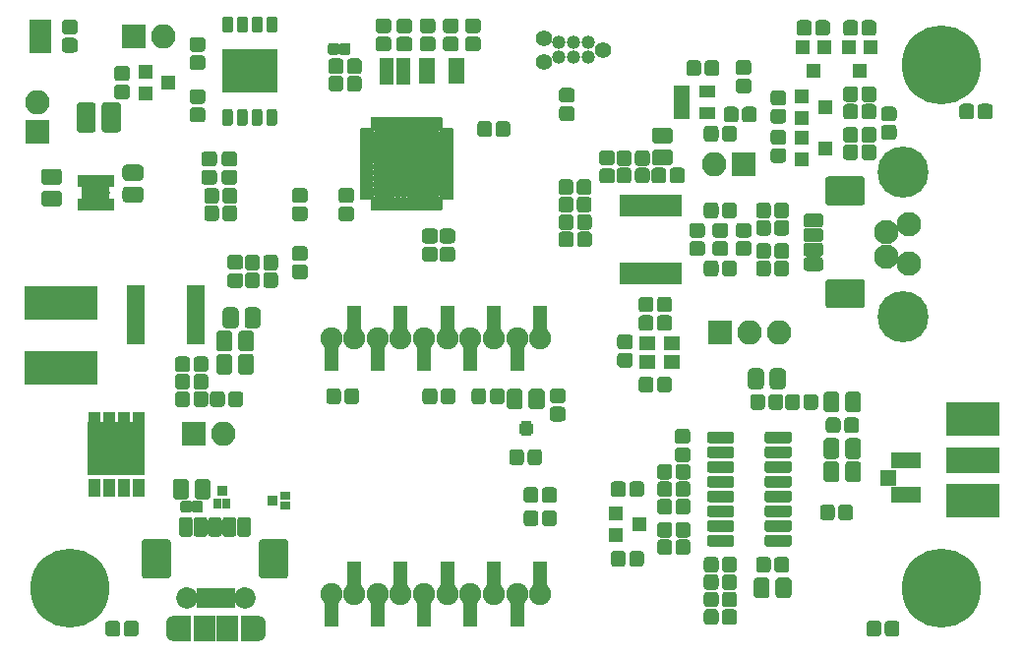
<source format=gts>
G04 #@! TF.GenerationSoftware,KiCad,Pcbnew,(5.1.5-0-10_14)*
G04 #@! TF.CreationDate,2021-06-08T11:11:05+02:00*
G04 #@! TF.ProjectId,Nestbox,4e657374-626f-4782-9e6b-696361645f70,rev?*
G04 #@! TF.SameCoordinates,Original*
G04 #@! TF.FileFunction,Soldermask,Top*
G04 #@! TF.FilePolarity,Negative*
%FSLAX46Y46*%
G04 Gerber Fmt 4.6, Leading zero omitted, Abs format (unit mm)*
G04 Created by KiCad (PCBNEW (5.1.5-0-10_14)) date 2021-06-08 11:11:05*
%MOMM*%
%LPD*%
G04 APERTURE LIST*
%ADD10C,0.010000*%
%ADD11C,0.050000*%
%ADD12C,4.400000*%
%ADD13C,2.100000*%
%ADD14R,1.400000X1.300000*%
%ADD15R,0.850000X0.900000*%
%ADD16R,0.850000X0.800000*%
%ADD17R,0.850000X1.900000*%
%ADD18R,1.900000X2.900000*%
%ADD19R,1.300000X1.200000*%
%ADD20R,6.300000X2.850000*%
%ADD21O,2.100000X2.100000*%
%ADD22R,2.100000X2.100000*%
%ADD23C,1.390600*%
%ADD24C,1.187400*%
%ADD25R,1.200000X1.300000*%
%ADD26R,1.600000X2.300000*%
%ADD27O,1.600000X2.300000*%
%ADD28R,1.900000X2.300000*%
%ADD29C,1.850000*%
%ADD30R,0.800000X1.750000*%
%ADD31C,1.900000*%
%ADD32R,1.300000X2.400000*%
%ADD33R,4.600000X2.180000*%
%ADD34R,4.600000X3.000000*%
%ADD35C,1.200000*%
%ADD36C,6.800000*%
%ADD37R,1.460000X1.050000*%
%ADD38R,1.400000X2.200000*%
%ADD39R,1.600000X0.800000*%
%ADD40R,0.650000X1.000000*%
%ADD41C,1.009600*%
%ADD42C,1.004800*%
%ADD43R,2.400000X1.300000*%
%ADD44R,4.700000X3.800000*%
%ADD45R,1.950000X1.600000*%
%ADD46R,1.950000X2.000000*%
%ADD47R,4.900000X4.690000*%
%ADD48R,1.100000X1.600000*%
%ADD49R,2.600000X1.450000*%
%ADD50R,1.450000X1.400000*%
%ADD51R,0.900000X0.850000*%
%ADD52R,0.800000X0.850000*%
G04 APERTURE END LIST*
D10*
G36*
X139290000Y68710000D02*
G01*
X139290000Y68170000D01*
X139620000Y68170000D01*
X139620000Y68380000D01*
X139830000Y68380000D01*
X139830000Y68710000D01*
X139290000Y68710000D01*
G37*
X139290000Y68710000D02*
X139290000Y68170000D01*
X139620000Y68170000D01*
X139620000Y68380000D01*
X139830000Y68380000D01*
X139830000Y68710000D01*
X139290000Y68710000D01*
G36*
X139210000Y68790000D02*
G01*
X139210000Y69330000D01*
X138880000Y69330000D01*
X138880000Y69120000D01*
X138670000Y69120000D01*
X138670000Y68790000D01*
X139210000Y68790000D01*
G37*
X139210000Y68790000D02*
X139210000Y69330000D01*
X138880000Y69330000D01*
X138880000Y69120000D01*
X138670000Y69120000D01*
X138670000Y68790000D01*
X139210000Y68790000D01*
G36*
X139210000Y68710000D02*
G01*
X139210000Y68170000D01*
X138880000Y68170000D01*
X138880000Y68380000D01*
X138670000Y68380000D01*
X138670000Y68710000D01*
X139210000Y68710000D01*
G37*
X139210000Y68710000D02*
X139210000Y68170000D01*
X138880000Y68170000D01*
X138880000Y68380000D01*
X138670000Y68380000D01*
X138670000Y68710000D01*
X139210000Y68710000D01*
G36*
X139290000Y68790000D02*
G01*
X139290000Y69330000D01*
X139620000Y69330000D01*
X139620000Y69120000D01*
X139830000Y69120000D01*
X139830000Y68790000D01*
X139290000Y68790000D01*
G37*
X139290000Y68790000D02*
X139290000Y69330000D01*
X139620000Y69330000D01*
X139620000Y69120000D01*
X139830000Y69120000D01*
X139830000Y68790000D01*
X139290000Y68790000D01*
D11*
G36*
X157137493Y94773465D02*
G01*
X157168435Y94768875D01*
X157198778Y94761275D01*
X157228230Y94750737D01*
X157256508Y94737362D01*
X157283338Y94721281D01*
X157308463Y94702647D01*
X157331640Y94681640D01*
X157352647Y94658463D01*
X157371281Y94633338D01*
X157387362Y94606508D01*
X157400737Y94578230D01*
X157411275Y94548778D01*
X157418875Y94518435D01*
X157423465Y94487493D01*
X157425000Y94456250D01*
X157425000Y93743750D01*
X157423465Y93712507D01*
X157418875Y93681565D01*
X157411275Y93651222D01*
X157400737Y93621770D01*
X157387362Y93593492D01*
X157371281Y93566662D01*
X157352647Y93541537D01*
X157331640Y93518360D01*
X157308463Y93497353D01*
X157283338Y93478719D01*
X157256508Y93462638D01*
X157228230Y93449263D01*
X157198778Y93438725D01*
X157168435Y93431125D01*
X157137493Y93426535D01*
X157106250Y93425000D01*
X156468750Y93425000D01*
X156437507Y93426535D01*
X156406565Y93431125D01*
X156376222Y93438725D01*
X156346770Y93449263D01*
X156318492Y93462638D01*
X156291662Y93478719D01*
X156266537Y93497353D01*
X156243360Y93518360D01*
X156222353Y93541537D01*
X156203719Y93566662D01*
X156187638Y93593492D01*
X156174263Y93621770D01*
X156163725Y93651222D01*
X156156125Y93681565D01*
X156151535Y93712507D01*
X156150000Y93743750D01*
X156150000Y94456250D01*
X156151535Y94487493D01*
X156156125Y94518435D01*
X156163725Y94548778D01*
X156174263Y94578230D01*
X156187638Y94606508D01*
X156203719Y94633338D01*
X156222353Y94658463D01*
X156243360Y94681640D01*
X156266537Y94702647D01*
X156291662Y94721281D01*
X156318492Y94737362D01*
X156346770Y94750737D01*
X156376222Y94761275D01*
X156406565Y94768875D01*
X156437507Y94773465D01*
X156468750Y94775000D01*
X157106250Y94775000D01*
X157137493Y94773465D01*
G37*
G36*
X155562493Y94773465D02*
G01*
X155593435Y94768875D01*
X155623778Y94761275D01*
X155653230Y94750737D01*
X155681508Y94737362D01*
X155708338Y94721281D01*
X155733463Y94702647D01*
X155756640Y94681640D01*
X155777647Y94658463D01*
X155796281Y94633338D01*
X155812362Y94606508D01*
X155825737Y94578230D01*
X155836275Y94548778D01*
X155843875Y94518435D01*
X155848465Y94487493D01*
X155850000Y94456250D01*
X155850000Y93743750D01*
X155848465Y93712507D01*
X155843875Y93681565D01*
X155836275Y93651222D01*
X155825737Y93621770D01*
X155812362Y93593492D01*
X155796281Y93566662D01*
X155777647Y93541537D01*
X155756640Y93518360D01*
X155733463Y93497353D01*
X155708338Y93478719D01*
X155681508Y93462638D01*
X155653230Y93449263D01*
X155623778Y93438725D01*
X155593435Y93431125D01*
X155562493Y93426535D01*
X155531250Y93425000D01*
X154893750Y93425000D01*
X154862507Y93426535D01*
X154831565Y93431125D01*
X154801222Y93438725D01*
X154771770Y93449263D01*
X154743492Y93462638D01*
X154716662Y93478719D01*
X154691537Y93497353D01*
X154668360Y93518360D01*
X154647353Y93541537D01*
X154628719Y93566662D01*
X154612638Y93593492D01*
X154599263Y93621770D01*
X154588725Y93651222D01*
X154581125Y93681565D01*
X154576535Y93712507D01*
X154575000Y93743750D01*
X154575000Y94456250D01*
X154576535Y94487493D01*
X154581125Y94518435D01*
X154588725Y94548778D01*
X154599263Y94578230D01*
X154612638Y94606508D01*
X154628719Y94633338D01*
X154647353Y94658463D01*
X154668360Y94681640D01*
X154691537Y94702647D01*
X154716662Y94721281D01*
X154743492Y94737362D01*
X154771770Y94750737D01*
X154801222Y94761275D01*
X154831565Y94768875D01*
X154862507Y94773465D01*
X154893750Y94775000D01*
X155531250Y94775000D01*
X155562493Y94773465D01*
G37*
G36*
X158849993Y96423465D02*
G01*
X158880935Y96418875D01*
X158911278Y96411275D01*
X158940730Y96400737D01*
X158969008Y96387362D01*
X158995838Y96371281D01*
X159020963Y96352647D01*
X159044140Y96331640D01*
X159065147Y96308463D01*
X159083781Y96283338D01*
X159099862Y96256508D01*
X159113237Y96228230D01*
X159123775Y96198778D01*
X159131375Y96168435D01*
X159135965Y96137493D01*
X159137500Y96106250D01*
X159137500Y95393750D01*
X159135965Y95362507D01*
X159131375Y95331565D01*
X159123775Y95301222D01*
X159113237Y95271770D01*
X159099862Y95243492D01*
X159083781Y95216662D01*
X159065147Y95191537D01*
X159044140Y95168360D01*
X159020963Y95147353D01*
X158995838Y95128719D01*
X158969008Y95112638D01*
X158940730Y95099263D01*
X158911278Y95088725D01*
X158880935Y95081125D01*
X158849993Y95076535D01*
X158818750Y95075000D01*
X158181250Y95075000D01*
X158150007Y95076535D01*
X158119065Y95081125D01*
X158088722Y95088725D01*
X158059270Y95099263D01*
X158030992Y95112638D01*
X158004162Y95128719D01*
X157979037Y95147353D01*
X157955860Y95168360D01*
X157934853Y95191537D01*
X157916219Y95216662D01*
X157900138Y95243492D01*
X157886763Y95271770D01*
X157876225Y95301222D01*
X157868625Y95331565D01*
X157864035Y95362507D01*
X157862500Y95393750D01*
X157862500Y96106250D01*
X157864035Y96137493D01*
X157868625Y96168435D01*
X157876225Y96198778D01*
X157886763Y96228230D01*
X157900138Y96256508D01*
X157916219Y96283338D01*
X157934853Y96308463D01*
X157955860Y96331640D01*
X157979037Y96352647D01*
X158004162Y96371281D01*
X158030992Y96387362D01*
X158059270Y96400737D01*
X158088722Y96411275D01*
X158119065Y96418875D01*
X158150007Y96423465D01*
X158181250Y96425000D01*
X158818750Y96425000D01*
X158849993Y96423465D01*
G37*
G36*
X157274993Y96423465D02*
G01*
X157305935Y96418875D01*
X157336278Y96411275D01*
X157365730Y96400737D01*
X157394008Y96387362D01*
X157420838Y96371281D01*
X157445963Y96352647D01*
X157469140Y96331640D01*
X157490147Y96308463D01*
X157508781Y96283338D01*
X157524862Y96256508D01*
X157538237Y96228230D01*
X157548775Y96198778D01*
X157556375Y96168435D01*
X157560965Y96137493D01*
X157562500Y96106250D01*
X157562500Y95393750D01*
X157560965Y95362507D01*
X157556375Y95331565D01*
X157548775Y95301222D01*
X157538237Y95271770D01*
X157524862Y95243492D01*
X157508781Y95216662D01*
X157490147Y95191537D01*
X157469140Y95168360D01*
X157445963Y95147353D01*
X157420838Y95128719D01*
X157394008Y95112638D01*
X157365730Y95099263D01*
X157336278Y95088725D01*
X157305935Y95081125D01*
X157274993Y95076535D01*
X157243750Y95075000D01*
X156606250Y95075000D01*
X156575007Y95076535D01*
X156544065Y95081125D01*
X156513722Y95088725D01*
X156484270Y95099263D01*
X156455992Y95112638D01*
X156429162Y95128719D01*
X156404037Y95147353D01*
X156380860Y95168360D01*
X156359853Y95191537D01*
X156341219Y95216662D01*
X156325138Y95243492D01*
X156311763Y95271770D01*
X156301225Y95301222D01*
X156293625Y95331565D01*
X156289035Y95362507D01*
X156287500Y95393750D01*
X156287500Y96106250D01*
X156289035Y96137493D01*
X156293625Y96168435D01*
X156301225Y96198778D01*
X156311763Y96228230D01*
X156325138Y96256508D01*
X156341219Y96283338D01*
X156359853Y96308463D01*
X156380860Y96331640D01*
X156404037Y96352647D01*
X156429162Y96371281D01*
X156455992Y96387362D01*
X156484270Y96400737D01*
X156513722Y96411275D01*
X156544065Y96418875D01*
X156575007Y96423465D01*
X156606250Y96425000D01*
X157243750Y96425000D01*
X157274993Y96423465D01*
G37*
D12*
X171750000Y78325000D03*
D13*
X172250000Y82875000D03*
X172250000Y86275000D03*
X170300000Y83500000D03*
X170300000Y85650000D03*
D12*
X171750000Y90825000D03*
D14*
X149675000Y76025000D03*
X151825000Y76025000D03*
X151825000Y74475000D03*
X149675000Y74475000D03*
D15*
X117425000Y62500000D03*
D16*
X118575000Y62900000D03*
X118575000Y62100000D03*
D17*
X147725000Y87950000D03*
X148375000Y87950000D03*
X149025000Y87950000D03*
X149675000Y87950000D03*
X150325000Y87950000D03*
X150975000Y87950000D03*
X151625000Y87950000D03*
X152275000Y87950000D03*
X152275000Y82050000D03*
X151625000Y82050000D03*
X150975000Y82050000D03*
X150325000Y82050000D03*
X149675000Y82050000D03*
X149025000Y82050000D03*
X148375000Y82050000D03*
X147725000Y82050000D03*
D11*
G36*
X144647493Y85673465D02*
G01*
X144678435Y85668875D01*
X144708778Y85661275D01*
X144738230Y85650737D01*
X144766508Y85637362D01*
X144793338Y85621281D01*
X144818463Y85602647D01*
X144841640Y85581640D01*
X144862647Y85558463D01*
X144881281Y85533338D01*
X144897362Y85506508D01*
X144910737Y85478230D01*
X144921275Y85448778D01*
X144928875Y85418435D01*
X144933465Y85387493D01*
X144935000Y85356250D01*
X144935000Y84643750D01*
X144933465Y84612507D01*
X144928875Y84581565D01*
X144921275Y84551222D01*
X144910737Y84521770D01*
X144897362Y84493492D01*
X144881281Y84466662D01*
X144862647Y84441537D01*
X144841640Y84418360D01*
X144818463Y84397353D01*
X144793338Y84378719D01*
X144766508Y84362638D01*
X144738230Y84349263D01*
X144708778Y84338725D01*
X144678435Y84331125D01*
X144647493Y84326535D01*
X144616250Y84325000D01*
X143978750Y84325000D01*
X143947507Y84326535D01*
X143916565Y84331125D01*
X143886222Y84338725D01*
X143856770Y84349263D01*
X143828492Y84362638D01*
X143801662Y84378719D01*
X143776537Y84397353D01*
X143753360Y84418360D01*
X143732353Y84441537D01*
X143713719Y84466662D01*
X143697638Y84493492D01*
X143684263Y84521770D01*
X143673725Y84551222D01*
X143666125Y84581565D01*
X143661535Y84612507D01*
X143660000Y84643750D01*
X143660000Y85356250D01*
X143661535Y85387493D01*
X143666125Y85418435D01*
X143673725Y85448778D01*
X143684263Y85478230D01*
X143697638Y85506508D01*
X143713719Y85533338D01*
X143732353Y85558463D01*
X143753360Y85581640D01*
X143776537Y85602647D01*
X143801662Y85621281D01*
X143828492Y85637362D01*
X143856770Y85650737D01*
X143886222Y85661275D01*
X143916565Y85668875D01*
X143947507Y85673465D01*
X143978750Y85675000D01*
X144616250Y85675000D01*
X144647493Y85673465D01*
G37*
G36*
X143072493Y85673465D02*
G01*
X143103435Y85668875D01*
X143133778Y85661275D01*
X143163230Y85650737D01*
X143191508Y85637362D01*
X143218338Y85621281D01*
X143243463Y85602647D01*
X143266640Y85581640D01*
X143287647Y85558463D01*
X143306281Y85533338D01*
X143322362Y85506508D01*
X143335737Y85478230D01*
X143346275Y85448778D01*
X143353875Y85418435D01*
X143358465Y85387493D01*
X143360000Y85356250D01*
X143360000Y84643750D01*
X143358465Y84612507D01*
X143353875Y84581565D01*
X143346275Y84551222D01*
X143335737Y84521770D01*
X143322362Y84493492D01*
X143306281Y84466662D01*
X143287647Y84441537D01*
X143266640Y84418360D01*
X143243463Y84397353D01*
X143218338Y84378719D01*
X143191508Y84362638D01*
X143163230Y84349263D01*
X143133778Y84338725D01*
X143103435Y84331125D01*
X143072493Y84326535D01*
X143041250Y84325000D01*
X142403750Y84325000D01*
X142372507Y84326535D01*
X142341565Y84331125D01*
X142311222Y84338725D01*
X142281770Y84349263D01*
X142253492Y84362638D01*
X142226662Y84378719D01*
X142201537Y84397353D01*
X142178360Y84418360D01*
X142157353Y84441537D01*
X142138719Y84466662D01*
X142122638Y84493492D01*
X142109263Y84521770D01*
X142098725Y84551222D01*
X142091125Y84581565D01*
X142086535Y84612507D01*
X142085000Y84643750D01*
X142085000Y85356250D01*
X142086535Y85387493D01*
X142091125Y85418435D01*
X142098725Y85448778D01*
X142109263Y85478230D01*
X142122638Y85506508D01*
X142138719Y85533338D01*
X142157353Y85558463D01*
X142178360Y85581640D01*
X142201537Y85602647D01*
X142226662Y85621281D01*
X142253492Y85637362D01*
X142281770Y85650737D01*
X142311222Y85661275D01*
X142341565Y85668875D01*
X142372507Y85673465D01*
X142403750Y85675000D01*
X143041250Y85675000D01*
X143072493Y85673465D01*
G37*
G36*
X149962493Y78473465D02*
G01*
X149993435Y78468875D01*
X150023778Y78461275D01*
X150053230Y78450737D01*
X150081508Y78437362D01*
X150108338Y78421281D01*
X150133463Y78402647D01*
X150156640Y78381640D01*
X150177647Y78358463D01*
X150196281Y78333338D01*
X150212362Y78306508D01*
X150225737Y78278230D01*
X150236275Y78248778D01*
X150243875Y78218435D01*
X150248465Y78187493D01*
X150250000Y78156250D01*
X150250000Y77443750D01*
X150248465Y77412507D01*
X150243875Y77381565D01*
X150236275Y77351222D01*
X150225737Y77321770D01*
X150212362Y77293492D01*
X150196281Y77266662D01*
X150177647Y77241537D01*
X150156640Y77218360D01*
X150133463Y77197353D01*
X150108338Y77178719D01*
X150081508Y77162638D01*
X150053230Y77149263D01*
X150023778Y77138725D01*
X149993435Y77131125D01*
X149962493Y77126535D01*
X149931250Y77125000D01*
X149293750Y77125000D01*
X149262507Y77126535D01*
X149231565Y77131125D01*
X149201222Y77138725D01*
X149171770Y77149263D01*
X149143492Y77162638D01*
X149116662Y77178719D01*
X149091537Y77197353D01*
X149068360Y77218360D01*
X149047353Y77241537D01*
X149028719Y77266662D01*
X149012638Y77293492D01*
X148999263Y77321770D01*
X148988725Y77351222D01*
X148981125Y77381565D01*
X148976535Y77412507D01*
X148975000Y77443750D01*
X148975000Y78156250D01*
X148976535Y78187493D01*
X148981125Y78218435D01*
X148988725Y78248778D01*
X148999263Y78278230D01*
X149012638Y78306508D01*
X149028719Y78333338D01*
X149047353Y78358463D01*
X149068360Y78381640D01*
X149091537Y78402647D01*
X149116662Y78421281D01*
X149143492Y78437362D01*
X149171770Y78450737D01*
X149201222Y78461275D01*
X149231565Y78468875D01*
X149262507Y78473465D01*
X149293750Y78475000D01*
X149931250Y78475000D01*
X149962493Y78473465D01*
G37*
G36*
X151537493Y78473465D02*
G01*
X151568435Y78468875D01*
X151598778Y78461275D01*
X151628230Y78450737D01*
X151656508Y78437362D01*
X151683338Y78421281D01*
X151708463Y78402647D01*
X151731640Y78381640D01*
X151752647Y78358463D01*
X151771281Y78333338D01*
X151787362Y78306508D01*
X151800737Y78278230D01*
X151811275Y78248778D01*
X151818875Y78218435D01*
X151823465Y78187493D01*
X151825000Y78156250D01*
X151825000Y77443750D01*
X151823465Y77412507D01*
X151818875Y77381565D01*
X151811275Y77351222D01*
X151800737Y77321770D01*
X151787362Y77293492D01*
X151771281Y77266662D01*
X151752647Y77241537D01*
X151731640Y77218360D01*
X151708463Y77197353D01*
X151683338Y77178719D01*
X151656508Y77162638D01*
X151628230Y77149263D01*
X151598778Y77138725D01*
X151568435Y77131125D01*
X151537493Y77126535D01*
X151506250Y77125000D01*
X150868750Y77125000D01*
X150837507Y77126535D01*
X150806565Y77131125D01*
X150776222Y77138725D01*
X150746770Y77149263D01*
X150718492Y77162638D01*
X150691662Y77178719D01*
X150666537Y77197353D01*
X150643360Y77218360D01*
X150622353Y77241537D01*
X150603719Y77266662D01*
X150587638Y77293492D01*
X150574263Y77321770D01*
X150563725Y77351222D01*
X150556125Y77381565D01*
X150551535Y77412507D01*
X150550000Y77443750D01*
X150550000Y78156250D01*
X150551535Y78187493D01*
X150556125Y78218435D01*
X150563725Y78248778D01*
X150574263Y78278230D01*
X150587638Y78306508D01*
X150603719Y78333338D01*
X150622353Y78358463D01*
X150643360Y78381640D01*
X150666537Y78402647D01*
X150691662Y78421281D01*
X150718492Y78437362D01*
X150746770Y78450737D01*
X150776222Y78461275D01*
X150806565Y78468875D01*
X150837507Y78473465D01*
X150868750Y78475000D01*
X151506250Y78475000D01*
X151537493Y78473465D01*
G37*
G36*
X144647493Y87163465D02*
G01*
X144678435Y87158875D01*
X144708778Y87151275D01*
X144738230Y87140737D01*
X144766508Y87127362D01*
X144793338Y87111281D01*
X144818463Y87092647D01*
X144841640Y87071640D01*
X144862647Y87048463D01*
X144881281Y87023338D01*
X144897362Y86996508D01*
X144910737Y86968230D01*
X144921275Y86938778D01*
X144928875Y86908435D01*
X144933465Y86877493D01*
X144935000Y86846250D01*
X144935000Y86133750D01*
X144933465Y86102507D01*
X144928875Y86071565D01*
X144921275Y86041222D01*
X144910737Y86011770D01*
X144897362Y85983492D01*
X144881281Y85956662D01*
X144862647Y85931537D01*
X144841640Y85908360D01*
X144818463Y85887353D01*
X144793338Y85868719D01*
X144766508Y85852638D01*
X144738230Y85839263D01*
X144708778Y85828725D01*
X144678435Y85821125D01*
X144647493Y85816535D01*
X144616250Y85815000D01*
X143978750Y85815000D01*
X143947507Y85816535D01*
X143916565Y85821125D01*
X143886222Y85828725D01*
X143856770Y85839263D01*
X143828492Y85852638D01*
X143801662Y85868719D01*
X143776537Y85887353D01*
X143753360Y85908360D01*
X143732353Y85931537D01*
X143713719Y85956662D01*
X143697638Y85983492D01*
X143684263Y86011770D01*
X143673725Y86041222D01*
X143666125Y86071565D01*
X143661535Y86102507D01*
X143660000Y86133750D01*
X143660000Y86846250D01*
X143661535Y86877493D01*
X143666125Y86908435D01*
X143673725Y86938778D01*
X143684263Y86968230D01*
X143697638Y86996508D01*
X143713719Y87023338D01*
X143732353Y87048463D01*
X143753360Y87071640D01*
X143776537Y87092647D01*
X143801662Y87111281D01*
X143828492Y87127362D01*
X143856770Y87140737D01*
X143886222Y87151275D01*
X143916565Y87158875D01*
X143947507Y87163465D01*
X143978750Y87165000D01*
X144616250Y87165000D01*
X144647493Y87163465D01*
G37*
G36*
X143072493Y87163465D02*
G01*
X143103435Y87158875D01*
X143133778Y87151275D01*
X143163230Y87140737D01*
X143191508Y87127362D01*
X143218338Y87111281D01*
X143243463Y87092647D01*
X143266640Y87071640D01*
X143287647Y87048463D01*
X143306281Y87023338D01*
X143322362Y86996508D01*
X143335737Y86968230D01*
X143346275Y86938778D01*
X143353875Y86908435D01*
X143358465Y86877493D01*
X143360000Y86846250D01*
X143360000Y86133750D01*
X143358465Y86102507D01*
X143353875Y86071565D01*
X143346275Y86041222D01*
X143335737Y86011770D01*
X143322362Y85983492D01*
X143306281Y85956662D01*
X143287647Y85931537D01*
X143266640Y85908360D01*
X143243463Y85887353D01*
X143218338Y85868719D01*
X143191508Y85852638D01*
X143163230Y85839263D01*
X143133778Y85828725D01*
X143103435Y85821125D01*
X143072493Y85816535D01*
X143041250Y85815000D01*
X142403750Y85815000D01*
X142372507Y85816535D01*
X142341565Y85821125D01*
X142311222Y85828725D01*
X142281770Y85839263D01*
X142253492Y85852638D01*
X142226662Y85868719D01*
X142201537Y85887353D01*
X142178360Y85908360D01*
X142157353Y85931537D01*
X142138719Y85956662D01*
X142122638Y85983492D01*
X142109263Y86011770D01*
X142098725Y86041222D01*
X142091125Y86071565D01*
X142086535Y86102507D01*
X142085000Y86133750D01*
X142085000Y86846250D01*
X142086535Y86877493D01*
X142091125Y86908435D01*
X142098725Y86938778D01*
X142109263Y86968230D01*
X142122638Y86996508D01*
X142138719Y87023338D01*
X142157353Y87048463D01*
X142178360Y87071640D01*
X142201537Y87092647D01*
X142226662Y87111281D01*
X142253492Y87127362D01*
X142281770Y87140737D01*
X142311222Y87151275D01*
X142341565Y87158875D01*
X142372507Y87163465D01*
X142403750Y87165000D01*
X143041250Y87165000D01*
X143072493Y87163465D01*
G37*
G36*
X144637493Y88673465D02*
G01*
X144668435Y88668875D01*
X144698778Y88661275D01*
X144728230Y88650737D01*
X144756508Y88637362D01*
X144783338Y88621281D01*
X144808463Y88602647D01*
X144831640Y88581640D01*
X144852647Y88558463D01*
X144871281Y88533338D01*
X144887362Y88506508D01*
X144900737Y88478230D01*
X144911275Y88448778D01*
X144918875Y88418435D01*
X144923465Y88387493D01*
X144925000Y88356250D01*
X144925000Y87643750D01*
X144923465Y87612507D01*
X144918875Y87581565D01*
X144911275Y87551222D01*
X144900737Y87521770D01*
X144887362Y87493492D01*
X144871281Y87466662D01*
X144852647Y87441537D01*
X144831640Y87418360D01*
X144808463Y87397353D01*
X144783338Y87378719D01*
X144756508Y87362638D01*
X144728230Y87349263D01*
X144698778Y87338725D01*
X144668435Y87331125D01*
X144637493Y87326535D01*
X144606250Y87325000D01*
X143968750Y87325000D01*
X143937507Y87326535D01*
X143906565Y87331125D01*
X143876222Y87338725D01*
X143846770Y87349263D01*
X143818492Y87362638D01*
X143791662Y87378719D01*
X143766537Y87397353D01*
X143743360Y87418360D01*
X143722353Y87441537D01*
X143703719Y87466662D01*
X143687638Y87493492D01*
X143674263Y87521770D01*
X143663725Y87551222D01*
X143656125Y87581565D01*
X143651535Y87612507D01*
X143650000Y87643750D01*
X143650000Y88356250D01*
X143651535Y88387493D01*
X143656125Y88418435D01*
X143663725Y88448778D01*
X143674263Y88478230D01*
X143687638Y88506508D01*
X143703719Y88533338D01*
X143722353Y88558463D01*
X143743360Y88581640D01*
X143766537Y88602647D01*
X143791662Y88621281D01*
X143818492Y88637362D01*
X143846770Y88650737D01*
X143876222Y88661275D01*
X143906565Y88668875D01*
X143937507Y88673465D01*
X143968750Y88675000D01*
X144606250Y88675000D01*
X144637493Y88673465D01*
G37*
G36*
X143062493Y88673465D02*
G01*
X143093435Y88668875D01*
X143123778Y88661275D01*
X143153230Y88650737D01*
X143181508Y88637362D01*
X143208338Y88621281D01*
X143233463Y88602647D01*
X143256640Y88581640D01*
X143277647Y88558463D01*
X143296281Y88533338D01*
X143312362Y88506508D01*
X143325737Y88478230D01*
X143336275Y88448778D01*
X143343875Y88418435D01*
X143348465Y88387493D01*
X143350000Y88356250D01*
X143350000Y87643750D01*
X143348465Y87612507D01*
X143343875Y87581565D01*
X143336275Y87551222D01*
X143325737Y87521770D01*
X143312362Y87493492D01*
X143296281Y87466662D01*
X143277647Y87441537D01*
X143256640Y87418360D01*
X143233463Y87397353D01*
X143208338Y87378719D01*
X143181508Y87362638D01*
X143153230Y87349263D01*
X143123778Y87338725D01*
X143093435Y87331125D01*
X143062493Y87326535D01*
X143031250Y87325000D01*
X142393750Y87325000D01*
X142362507Y87326535D01*
X142331565Y87331125D01*
X142301222Y87338725D01*
X142271770Y87349263D01*
X142243492Y87362638D01*
X142216662Y87378719D01*
X142191537Y87397353D01*
X142168360Y87418360D01*
X142147353Y87441537D01*
X142128719Y87466662D01*
X142112638Y87493492D01*
X142099263Y87521770D01*
X142088725Y87551222D01*
X142081125Y87581565D01*
X142076535Y87612507D01*
X142075000Y87643750D01*
X142075000Y88356250D01*
X142076535Y88387493D01*
X142081125Y88418435D01*
X142088725Y88448778D01*
X142099263Y88478230D01*
X142112638Y88506508D01*
X142128719Y88533338D01*
X142147353Y88558463D01*
X142168360Y88581640D01*
X142191537Y88602647D01*
X142216662Y88621281D01*
X142243492Y88637362D01*
X142271770Y88650737D01*
X142301222Y88661275D01*
X142331565Y88668875D01*
X142362507Y88673465D01*
X142393750Y88675000D01*
X143031250Y88675000D01*
X143062493Y88673465D01*
G37*
G36*
X151537493Y80073465D02*
G01*
X151568435Y80068875D01*
X151598778Y80061275D01*
X151628230Y80050737D01*
X151656508Y80037362D01*
X151683338Y80021281D01*
X151708463Y80002647D01*
X151731640Y79981640D01*
X151752647Y79958463D01*
X151771281Y79933338D01*
X151787362Y79906508D01*
X151800737Y79878230D01*
X151811275Y79848778D01*
X151818875Y79818435D01*
X151823465Y79787493D01*
X151825000Y79756250D01*
X151825000Y79043750D01*
X151823465Y79012507D01*
X151818875Y78981565D01*
X151811275Y78951222D01*
X151800737Y78921770D01*
X151787362Y78893492D01*
X151771281Y78866662D01*
X151752647Y78841537D01*
X151731640Y78818360D01*
X151708463Y78797353D01*
X151683338Y78778719D01*
X151656508Y78762638D01*
X151628230Y78749263D01*
X151598778Y78738725D01*
X151568435Y78731125D01*
X151537493Y78726535D01*
X151506250Y78725000D01*
X150868750Y78725000D01*
X150837507Y78726535D01*
X150806565Y78731125D01*
X150776222Y78738725D01*
X150746770Y78749263D01*
X150718492Y78762638D01*
X150691662Y78778719D01*
X150666537Y78797353D01*
X150643360Y78818360D01*
X150622353Y78841537D01*
X150603719Y78866662D01*
X150587638Y78893492D01*
X150574263Y78921770D01*
X150563725Y78951222D01*
X150556125Y78981565D01*
X150551535Y79012507D01*
X150550000Y79043750D01*
X150550000Y79756250D01*
X150551535Y79787493D01*
X150556125Y79818435D01*
X150563725Y79848778D01*
X150574263Y79878230D01*
X150587638Y79906508D01*
X150603719Y79933338D01*
X150622353Y79958463D01*
X150643360Y79981640D01*
X150666537Y80002647D01*
X150691662Y80021281D01*
X150718492Y80037362D01*
X150746770Y80050737D01*
X150776222Y80061275D01*
X150806565Y80068875D01*
X150837507Y80073465D01*
X150868750Y80075000D01*
X151506250Y80075000D01*
X151537493Y80073465D01*
G37*
G36*
X149962493Y80073465D02*
G01*
X149993435Y80068875D01*
X150023778Y80061275D01*
X150053230Y80050737D01*
X150081508Y80037362D01*
X150108338Y80021281D01*
X150133463Y80002647D01*
X150156640Y79981640D01*
X150177647Y79958463D01*
X150196281Y79933338D01*
X150212362Y79906508D01*
X150225737Y79878230D01*
X150236275Y79848778D01*
X150243875Y79818435D01*
X150248465Y79787493D01*
X150250000Y79756250D01*
X150250000Y79043750D01*
X150248465Y79012507D01*
X150243875Y78981565D01*
X150236275Y78951222D01*
X150225737Y78921770D01*
X150212362Y78893492D01*
X150196281Y78866662D01*
X150177647Y78841537D01*
X150156640Y78818360D01*
X150133463Y78797353D01*
X150108338Y78778719D01*
X150081508Y78762638D01*
X150053230Y78749263D01*
X150023778Y78738725D01*
X149993435Y78731125D01*
X149962493Y78726535D01*
X149931250Y78725000D01*
X149293750Y78725000D01*
X149262507Y78726535D01*
X149231565Y78731125D01*
X149201222Y78738725D01*
X149171770Y78749263D01*
X149143492Y78762638D01*
X149116662Y78778719D01*
X149091537Y78797353D01*
X149068360Y78818360D01*
X149047353Y78841537D01*
X149028719Y78866662D01*
X149012638Y78893492D01*
X148999263Y78921770D01*
X148988725Y78951222D01*
X148981125Y78981565D01*
X148976535Y79012507D01*
X148975000Y79043750D01*
X148975000Y79756250D01*
X148976535Y79787493D01*
X148981125Y79818435D01*
X148988725Y79848778D01*
X148999263Y79878230D01*
X149012638Y79906508D01*
X149028719Y79933338D01*
X149047353Y79958463D01*
X149068360Y79981640D01*
X149091537Y80002647D01*
X149116662Y80021281D01*
X149143492Y80037362D01*
X149171770Y80050737D01*
X149201222Y80061275D01*
X149231565Y80068875D01*
X149262507Y80073465D01*
X149293750Y80075000D01*
X149931250Y80075000D01*
X149962493Y80073465D01*
G37*
G36*
X151537493Y73173465D02*
G01*
X151568435Y73168875D01*
X151598778Y73161275D01*
X151628230Y73150737D01*
X151656508Y73137362D01*
X151683338Y73121281D01*
X151708463Y73102647D01*
X151731640Y73081640D01*
X151752647Y73058463D01*
X151771281Y73033338D01*
X151787362Y73006508D01*
X151800737Y72978230D01*
X151811275Y72948778D01*
X151818875Y72918435D01*
X151823465Y72887493D01*
X151825000Y72856250D01*
X151825000Y72143750D01*
X151823465Y72112507D01*
X151818875Y72081565D01*
X151811275Y72051222D01*
X151800737Y72021770D01*
X151787362Y71993492D01*
X151771281Y71966662D01*
X151752647Y71941537D01*
X151731640Y71918360D01*
X151708463Y71897353D01*
X151683338Y71878719D01*
X151656508Y71862638D01*
X151628230Y71849263D01*
X151598778Y71838725D01*
X151568435Y71831125D01*
X151537493Y71826535D01*
X151506250Y71825000D01*
X150868750Y71825000D01*
X150837507Y71826535D01*
X150806565Y71831125D01*
X150776222Y71838725D01*
X150746770Y71849263D01*
X150718492Y71862638D01*
X150691662Y71878719D01*
X150666537Y71897353D01*
X150643360Y71918360D01*
X150622353Y71941537D01*
X150603719Y71966662D01*
X150587638Y71993492D01*
X150574263Y72021770D01*
X150563725Y72051222D01*
X150556125Y72081565D01*
X150551535Y72112507D01*
X150550000Y72143750D01*
X150550000Y72856250D01*
X150551535Y72887493D01*
X150556125Y72918435D01*
X150563725Y72948778D01*
X150574263Y72978230D01*
X150587638Y73006508D01*
X150603719Y73033338D01*
X150622353Y73058463D01*
X150643360Y73081640D01*
X150666537Y73102647D01*
X150691662Y73121281D01*
X150718492Y73137362D01*
X150746770Y73150737D01*
X150776222Y73161275D01*
X150806565Y73168875D01*
X150837507Y73173465D01*
X150868750Y73175000D01*
X151506250Y73175000D01*
X151537493Y73173465D01*
G37*
G36*
X149962493Y73173465D02*
G01*
X149993435Y73168875D01*
X150023778Y73161275D01*
X150053230Y73150737D01*
X150081508Y73137362D01*
X150108338Y73121281D01*
X150133463Y73102647D01*
X150156640Y73081640D01*
X150177647Y73058463D01*
X150196281Y73033338D01*
X150212362Y73006508D01*
X150225737Y72978230D01*
X150236275Y72948778D01*
X150243875Y72918435D01*
X150248465Y72887493D01*
X150250000Y72856250D01*
X150250000Y72143750D01*
X150248465Y72112507D01*
X150243875Y72081565D01*
X150236275Y72051222D01*
X150225737Y72021770D01*
X150212362Y71993492D01*
X150196281Y71966662D01*
X150177647Y71941537D01*
X150156640Y71918360D01*
X150133463Y71897353D01*
X150108338Y71878719D01*
X150081508Y71862638D01*
X150053230Y71849263D01*
X150023778Y71838725D01*
X149993435Y71831125D01*
X149962493Y71826535D01*
X149931250Y71825000D01*
X149293750Y71825000D01*
X149262507Y71826535D01*
X149231565Y71831125D01*
X149201222Y71838725D01*
X149171770Y71849263D01*
X149143492Y71862638D01*
X149116662Y71878719D01*
X149091537Y71897353D01*
X149068360Y71918360D01*
X149047353Y71941537D01*
X149028719Y71966662D01*
X149012638Y71993492D01*
X148999263Y72021770D01*
X148988725Y72051222D01*
X148981125Y72081565D01*
X148976535Y72112507D01*
X148975000Y72143750D01*
X148975000Y72856250D01*
X148976535Y72887493D01*
X148981125Y72918435D01*
X148988725Y72948778D01*
X148999263Y72978230D01*
X149012638Y73006508D01*
X149028719Y73033338D01*
X149047353Y73058463D01*
X149068360Y73081640D01*
X149091537Y73102647D01*
X149116662Y73121281D01*
X149143492Y73137362D01*
X149171770Y73150737D01*
X149201222Y73161275D01*
X149231565Y73168875D01*
X149262507Y73173465D01*
X149293750Y73175000D01*
X149931250Y73175000D01*
X149962493Y73173465D01*
G37*
G36*
X157137493Y83173465D02*
G01*
X157168435Y83168875D01*
X157198778Y83161275D01*
X157228230Y83150737D01*
X157256508Y83137362D01*
X157283338Y83121281D01*
X157308463Y83102647D01*
X157331640Y83081640D01*
X157352647Y83058463D01*
X157371281Y83033338D01*
X157387362Y83006508D01*
X157400737Y82978230D01*
X157411275Y82948778D01*
X157418875Y82918435D01*
X157423465Y82887493D01*
X157425000Y82856250D01*
X157425000Y82143750D01*
X157423465Y82112507D01*
X157418875Y82081565D01*
X157411275Y82051222D01*
X157400737Y82021770D01*
X157387362Y81993492D01*
X157371281Y81966662D01*
X157352647Y81941537D01*
X157331640Y81918360D01*
X157308463Y81897353D01*
X157283338Y81878719D01*
X157256508Y81862638D01*
X157228230Y81849263D01*
X157198778Y81838725D01*
X157168435Y81831125D01*
X157137493Y81826535D01*
X157106250Y81825000D01*
X156468750Y81825000D01*
X156437507Y81826535D01*
X156406565Y81831125D01*
X156376222Y81838725D01*
X156346770Y81849263D01*
X156318492Y81862638D01*
X156291662Y81878719D01*
X156266537Y81897353D01*
X156243360Y81918360D01*
X156222353Y81941537D01*
X156203719Y81966662D01*
X156187638Y81993492D01*
X156174263Y82021770D01*
X156163725Y82051222D01*
X156156125Y82081565D01*
X156151535Y82112507D01*
X156150000Y82143750D01*
X156150000Y82856250D01*
X156151535Y82887493D01*
X156156125Y82918435D01*
X156163725Y82948778D01*
X156174263Y82978230D01*
X156187638Y83006508D01*
X156203719Y83033338D01*
X156222353Y83058463D01*
X156243360Y83081640D01*
X156266537Y83102647D01*
X156291662Y83121281D01*
X156318492Y83137362D01*
X156346770Y83150737D01*
X156376222Y83161275D01*
X156406565Y83168875D01*
X156437507Y83173465D01*
X156468750Y83175000D01*
X157106250Y83175000D01*
X157137493Y83173465D01*
G37*
G36*
X155562493Y83173465D02*
G01*
X155593435Y83168875D01*
X155623778Y83161275D01*
X155653230Y83150737D01*
X155681508Y83137362D01*
X155708338Y83121281D01*
X155733463Y83102647D01*
X155756640Y83081640D01*
X155777647Y83058463D01*
X155796281Y83033338D01*
X155812362Y83006508D01*
X155825737Y82978230D01*
X155836275Y82948778D01*
X155843875Y82918435D01*
X155848465Y82887493D01*
X155850000Y82856250D01*
X155850000Y82143750D01*
X155848465Y82112507D01*
X155843875Y82081565D01*
X155836275Y82051222D01*
X155825737Y82021770D01*
X155812362Y81993492D01*
X155796281Y81966662D01*
X155777647Y81941537D01*
X155756640Y81918360D01*
X155733463Y81897353D01*
X155708338Y81878719D01*
X155681508Y81862638D01*
X155653230Y81849263D01*
X155623778Y81838725D01*
X155593435Y81831125D01*
X155562493Y81826535D01*
X155531250Y81825000D01*
X154893750Y81825000D01*
X154862507Y81826535D01*
X154831565Y81831125D01*
X154801222Y81838725D01*
X154771770Y81849263D01*
X154743492Y81862638D01*
X154716662Y81878719D01*
X154691537Y81897353D01*
X154668360Y81918360D01*
X154647353Y81941537D01*
X154628719Y81966662D01*
X154612638Y81993492D01*
X154599263Y82021770D01*
X154588725Y82051222D01*
X154581125Y82081565D01*
X154576535Y82112507D01*
X154575000Y82143750D01*
X154575000Y82856250D01*
X154576535Y82887493D01*
X154581125Y82918435D01*
X154588725Y82948778D01*
X154599263Y82978230D01*
X154612638Y83006508D01*
X154628719Y83033338D01*
X154647353Y83058463D01*
X154668360Y83081640D01*
X154691537Y83102647D01*
X154716662Y83121281D01*
X154743492Y83137362D01*
X154771770Y83150737D01*
X154801222Y83161275D01*
X154831565Y83168875D01*
X154862507Y83173465D01*
X154893750Y83175000D01*
X155531250Y83175000D01*
X155562493Y83173465D01*
G37*
G36*
X157137493Y88173465D02*
G01*
X157168435Y88168875D01*
X157198778Y88161275D01*
X157228230Y88150737D01*
X157256508Y88137362D01*
X157283338Y88121281D01*
X157308463Y88102647D01*
X157331640Y88081640D01*
X157352647Y88058463D01*
X157371281Y88033338D01*
X157387362Y88006508D01*
X157400737Y87978230D01*
X157411275Y87948778D01*
X157418875Y87918435D01*
X157423465Y87887493D01*
X157425000Y87856250D01*
X157425000Y87143750D01*
X157423465Y87112507D01*
X157418875Y87081565D01*
X157411275Y87051222D01*
X157400737Y87021770D01*
X157387362Y86993492D01*
X157371281Y86966662D01*
X157352647Y86941537D01*
X157331640Y86918360D01*
X157308463Y86897353D01*
X157283338Y86878719D01*
X157256508Y86862638D01*
X157228230Y86849263D01*
X157198778Y86838725D01*
X157168435Y86831125D01*
X157137493Y86826535D01*
X157106250Y86825000D01*
X156468750Y86825000D01*
X156437507Y86826535D01*
X156406565Y86831125D01*
X156376222Y86838725D01*
X156346770Y86849263D01*
X156318492Y86862638D01*
X156291662Y86878719D01*
X156266537Y86897353D01*
X156243360Y86918360D01*
X156222353Y86941537D01*
X156203719Y86966662D01*
X156187638Y86993492D01*
X156174263Y87021770D01*
X156163725Y87051222D01*
X156156125Y87081565D01*
X156151535Y87112507D01*
X156150000Y87143750D01*
X156150000Y87856250D01*
X156151535Y87887493D01*
X156156125Y87918435D01*
X156163725Y87948778D01*
X156174263Y87978230D01*
X156187638Y88006508D01*
X156203719Y88033338D01*
X156222353Y88058463D01*
X156243360Y88081640D01*
X156266537Y88102647D01*
X156291662Y88121281D01*
X156318492Y88137362D01*
X156346770Y88150737D01*
X156376222Y88161275D01*
X156406565Y88168875D01*
X156437507Y88173465D01*
X156468750Y88175000D01*
X157106250Y88175000D01*
X157137493Y88173465D01*
G37*
G36*
X155562493Y88173465D02*
G01*
X155593435Y88168875D01*
X155623778Y88161275D01*
X155653230Y88150737D01*
X155681508Y88137362D01*
X155708338Y88121281D01*
X155733463Y88102647D01*
X155756640Y88081640D01*
X155777647Y88058463D01*
X155796281Y88033338D01*
X155812362Y88006508D01*
X155825737Y87978230D01*
X155836275Y87948778D01*
X155843875Y87918435D01*
X155848465Y87887493D01*
X155850000Y87856250D01*
X155850000Y87143750D01*
X155848465Y87112507D01*
X155843875Y87081565D01*
X155836275Y87051222D01*
X155825737Y87021770D01*
X155812362Y86993492D01*
X155796281Y86966662D01*
X155777647Y86941537D01*
X155756640Y86918360D01*
X155733463Y86897353D01*
X155708338Y86878719D01*
X155681508Y86862638D01*
X155653230Y86849263D01*
X155623778Y86838725D01*
X155593435Y86831125D01*
X155562493Y86826535D01*
X155531250Y86825000D01*
X154893750Y86825000D01*
X154862507Y86826535D01*
X154831565Y86831125D01*
X154801222Y86838725D01*
X154771770Y86849263D01*
X154743492Y86862638D01*
X154716662Y86878719D01*
X154691537Y86897353D01*
X154668360Y86918360D01*
X154647353Y86941537D01*
X154628719Y86966662D01*
X154612638Y86993492D01*
X154599263Y87021770D01*
X154588725Y87051222D01*
X154581125Y87081565D01*
X154576535Y87112507D01*
X154575000Y87143750D01*
X154575000Y87856250D01*
X154576535Y87887493D01*
X154581125Y87918435D01*
X154588725Y87948778D01*
X154599263Y87978230D01*
X154612638Y88006508D01*
X154628719Y88033338D01*
X154647353Y88058463D01*
X154668360Y88081640D01*
X154691537Y88102647D01*
X154716662Y88121281D01*
X154743492Y88137362D01*
X154771770Y88150737D01*
X154801222Y88161275D01*
X154831565Y88168875D01*
X154862507Y88173465D01*
X154893750Y88175000D01*
X155531250Y88175000D01*
X155562493Y88173465D01*
G37*
G36*
X161637493Y88173465D02*
G01*
X161668435Y88168875D01*
X161698778Y88161275D01*
X161728230Y88150737D01*
X161756508Y88137362D01*
X161783338Y88121281D01*
X161808463Y88102647D01*
X161831640Y88081640D01*
X161852647Y88058463D01*
X161871281Y88033338D01*
X161887362Y88006508D01*
X161900737Y87978230D01*
X161911275Y87948778D01*
X161918875Y87918435D01*
X161923465Y87887493D01*
X161925000Y87856250D01*
X161925000Y87143750D01*
X161923465Y87112507D01*
X161918875Y87081565D01*
X161911275Y87051222D01*
X161900737Y87021770D01*
X161887362Y86993492D01*
X161871281Y86966662D01*
X161852647Y86941537D01*
X161831640Y86918360D01*
X161808463Y86897353D01*
X161783338Y86878719D01*
X161756508Y86862638D01*
X161728230Y86849263D01*
X161698778Y86838725D01*
X161668435Y86831125D01*
X161637493Y86826535D01*
X161606250Y86825000D01*
X160968750Y86825000D01*
X160937507Y86826535D01*
X160906565Y86831125D01*
X160876222Y86838725D01*
X160846770Y86849263D01*
X160818492Y86862638D01*
X160791662Y86878719D01*
X160766537Y86897353D01*
X160743360Y86918360D01*
X160722353Y86941537D01*
X160703719Y86966662D01*
X160687638Y86993492D01*
X160674263Y87021770D01*
X160663725Y87051222D01*
X160656125Y87081565D01*
X160651535Y87112507D01*
X160650000Y87143750D01*
X160650000Y87856250D01*
X160651535Y87887493D01*
X160656125Y87918435D01*
X160663725Y87948778D01*
X160674263Y87978230D01*
X160687638Y88006508D01*
X160703719Y88033338D01*
X160722353Y88058463D01*
X160743360Y88081640D01*
X160766537Y88102647D01*
X160791662Y88121281D01*
X160818492Y88137362D01*
X160846770Y88150737D01*
X160876222Y88161275D01*
X160906565Y88168875D01*
X160937507Y88173465D01*
X160968750Y88175000D01*
X161606250Y88175000D01*
X161637493Y88173465D01*
G37*
G36*
X160062493Y88173465D02*
G01*
X160093435Y88168875D01*
X160123778Y88161275D01*
X160153230Y88150737D01*
X160181508Y88137362D01*
X160208338Y88121281D01*
X160233463Y88102647D01*
X160256640Y88081640D01*
X160277647Y88058463D01*
X160296281Y88033338D01*
X160312362Y88006508D01*
X160325737Y87978230D01*
X160336275Y87948778D01*
X160343875Y87918435D01*
X160348465Y87887493D01*
X160350000Y87856250D01*
X160350000Y87143750D01*
X160348465Y87112507D01*
X160343875Y87081565D01*
X160336275Y87051222D01*
X160325737Y87021770D01*
X160312362Y86993492D01*
X160296281Y86966662D01*
X160277647Y86941537D01*
X160256640Y86918360D01*
X160233463Y86897353D01*
X160208338Y86878719D01*
X160181508Y86862638D01*
X160153230Y86849263D01*
X160123778Y86838725D01*
X160093435Y86831125D01*
X160062493Y86826535D01*
X160031250Y86825000D01*
X159393750Y86825000D01*
X159362507Y86826535D01*
X159331565Y86831125D01*
X159301222Y86838725D01*
X159271770Y86849263D01*
X159243492Y86862638D01*
X159216662Y86878719D01*
X159191537Y86897353D01*
X159168360Y86918360D01*
X159147353Y86941537D01*
X159128719Y86966662D01*
X159112638Y86993492D01*
X159099263Y87021770D01*
X159088725Y87051222D01*
X159081125Y87081565D01*
X159076535Y87112507D01*
X159075000Y87143750D01*
X159075000Y87856250D01*
X159076535Y87887493D01*
X159081125Y87918435D01*
X159088725Y87948778D01*
X159099263Y87978230D01*
X159112638Y88006508D01*
X159128719Y88033338D01*
X159147353Y88058463D01*
X159168360Y88081640D01*
X159191537Y88102647D01*
X159216662Y88121281D01*
X159243492Y88137362D01*
X159271770Y88150737D01*
X159301222Y88161275D01*
X159331565Y88168875D01*
X159362507Y88173465D01*
X159393750Y88175000D01*
X160031250Y88175000D01*
X160062493Y88173465D01*
G37*
G36*
X161637493Y83173465D02*
G01*
X161668435Y83168875D01*
X161698778Y83161275D01*
X161728230Y83150737D01*
X161756508Y83137362D01*
X161783338Y83121281D01*
X161808463Y83102647D01*
X161831640Y83081640D01*
X161852647Y83058463D01*
X161871281Y83033338D01*
X161887362Y83006508D01*
X161900737Y82978230D01*
X161911275Y82948778D01*
X161918875Y82918435D01*
X161923465Y82887493D01*
X161925000Y82856250D01*
X161925000Y82143750D01*
X161923465Y82112507D01*
X161918875Y82081565D01*
X161911275Y82051222D01*
X161900737Y82021770D01*
X161887362Y81993492D01*
X161871281Y81966662D01*
X161852647Y81941537D01*
X161831640Y81918360D01*
X161808463Y81897353D01*
X161783338Y81878719D01*
X161756508Y81862638D01*
X161728230Y81849263D01*
X161698778Y81838725D01*
X161668435Y81831125D01*
X161637493Y81826535D01*
X161606250Y81825000D01*
X160968750Y81825000D01*
X160937507Y81826535D01*
X160906565Y81831125D01*
X160876222Y81838725D01*
X160846770Y81849263D01*
X160818492Y81862638D01*
X160791662Y81878719D01*
X160766537Y81897353D01*
X160743360Y81918360D01*
X160722353Y81941537D01*
X160703719Y81966662D01*
X160687638Y81993492D01*
X160674263Y82021770D01*
X160663725Y82051222D01*
X160656125Y82081565D01*
X160651535Y82112507D01*
X160650000Y82143750D01*
X160650000Y82856250D01*
X160651535Y82887493D01*
X160656125Y82918435D01*
X160663725Y82948778D01*
X160674263Y82978230D01*
X160687638Y83006508D01*
X160703719Y83033338D01*
X160722353Y83058463D01*
X160743360Y83081640D01*
X160766537Y83102647D01*
X160791662Y83121281D01*
X160818492Y83137362D01*
X160846770Y83150737D01*
X160876222Y83161275D01*
X160906565Y83168875D01*
X160937507Y83173465D01*
X160968750Y83175000D01*
X161606250Y83175000D01*
X161637493Y83173465D01*
G37*
G36*
X160062493Y83173465D02*
G01*
X160093435Y83168875D01*
X160123778Y83161275D01*
X160153230Y83150737D01*
X160181508Y83137362D01*
X160208338Y83121281D01*
X160233463Y83102647D01*
X160256640Y83081640D01*
X160277647Y83058463D01*
X160296281Y83033338D01*
X160312362Y83006508D01*
X160325737Y82978230D01*
X160336275Y82948778D01*
X160343875Y82918435D01*
X160348465Y82887493D01*
X160350000Y82856250D01*
X160350000Y82143750D01*
X160348465Y82112507D01*
X160343875Y82081565D01*
X160336275Y82051222D01*
X160325737Y82021770D01*
X160312362Y81993492D01*
X160296281Y81966662D01*
X160277647Y81941537D01*
X160256640Y81918360D01*
X160233463Y81897353D01*
X160208338Y81878719D01*
X160181508Y81862638D01*
X160153230Y81849263D01*
X160123778Y81838725D01*
X160093435Y81831125D01*
X160062493Y81826535D01*
X160031250Y81825000D01*
X159393750Y81825000D01*
X159362507Y81826535D01*
X159331565Y81831125D01*
X159301222Y81838725D01*
X159271770Y81849263D01*
X159243492Y81862638D01*
X159216662Y81878719D01*
X159191537Y81897353D01*
X159168360Y81918360D01*
X159147353Y81941537D01*
X159128719Y81966662D01*
X159112638Y81993492D01*
X159099263Y82021770D01*
X159088725Y82051222D01*
X159081125Y82081565D01*
X159076535Y82112507D01*
X159075000Y82143750D01*
X159075000Y82856250D01*
X159076535Y82887493D01*
X159081125Y82918435D01*
X159088725Y82948778D01*
X159099263Y82978230D01*
X159112638Y83006508D01*
X159128719Y83033338D01*
X159147353Y83058463D01*
X159168360Y83081640D01*
X159191537Y83102647D01*
X159216662Y83121281D01*
X159243492Y83137362D01*
X159271770Y83150737D01*
X159301222Y83161275D01*
X159331565Y83168875D01*
X159362507Y83173465D01*
X159393750Y83175000D01*
X160031250Y83175000D01*
X160062493Y83173465D01*
G37*
G36*
X161637493Y86673465D02*
G01*
X161668435Y86668875D01*
X161698778Y86661275D01*
X161728230Y86650737D01*
X161756508Y86637362D01*
X161783338Y86621281D01*
X161808463Y86602647D01*
X161831640Y86581640D01*
X161852647Y86558463D01*
X161871281Y86533338D01*
X161887362Y86506508D01*
X161900737Y86478230D01*
X161911275Y86448778D01*
X161918875Y86418435D01*
X161923465Y86387493D01*
X161925000Y86356250D01*
X161925000Y85643750D01*
X161923465Y85612507D01*
X161918875Y85581565D01*
X161911275Y85551222D01*
X161900737Y85521770D01*
X161887362Y85493492D01*
X161871281Y85466662D01*
X161852647Y85441537D01*
X161831640Y85418360D01*
X161808463Y85397353D01*
X161783338Y85378719D01*
X161756508Y85362638D01*
X161728230Y85349263D01*
X161698778Y85338725D01*
X161668435Y85331125D01*
X161637493Y85326535D01*
X161606250Y85325000D01*
X160968750Y85325000D01*
X160937507Y85326535D01*
X160906565Y85331125D01*
X160876222Y85338725D01*
X160846770Y85349263D01*
X160818492Y85362638D01*
X160791662Y85378719D01*
X160766537Y85397353D01*
X160743360Y85418360D01*
X160722353Y85441537D01*
X160703719Y85466662D01*
X160687638Y85493492D01*
X160674263Y85521770D01*
X160663725Y85551222D01*
X160656125Y85581565D01*
X160651535Y85612507D01*
X160650000Y85643750D01*
X160650000Y86356250D01*
X160651535Y86387493D01*
X160656125Y86418435D01*
X160663725Y86448778D01*
X160674263Y86478230D01*
X160687638Y86506508D01*
X160703719Y86533338D01*
X160722353Y86558463D01*
X160743360Y86581640D01*
X160766537Y86602647D01*
X160791662Y86621281D01*
X160818492Y86637362D01*
X160846770Y86650737D01*
X160876222Y86661275D01*
X160906565Y86668875D01*
X160937507Y86673465D01*
X160968750Y86675000D01*
X161606250Y86675000D01*
X161637493Y86673465D01*
G37*
G36*
X160062493Y86673465D02*
G01*
X160093435Y86668875D01*
X160123778Y86661275D01*
X160153230Y86650737D01*
X160181508Y86637362D01*
X160208338Y86621281D01*
X160233463Y86602647D01*
X160256640Y86581640D01*
X160277647Y86558463D01*
X160296281Y86533338D01*
X160312362Y86506508D01*
X160325737Y86478230D01*
X160336275Y86448778D01*
X160343875Y86418435D01*
X160348465Y86387493D01*
X160350000Y86356250D01*
X160350000Y85643750D01*
X160348465Y85612507D01*
X160343875Y85581565D01*
X160336275Y85551222D01*
X160325737Y85521770D01*
X160312362Y85493492D01*
X160296281Y85466662D01*
X160277647Y85441537D01*
X160256640Y85418360D01*
X160233463Y85397353D01*
X160208338Y85378719D01*
X160181508Y85362638D01*
X160153230Y85349263D01*
X160123778Y85338725D01*
X160093435Y85331125D01*
X160062493Y85326535D01*
X160031250Y85325000D01*
X159393750Y85325000D01*
X159362507Y85326535D01*
X159331565Y85331125D01*
X159301222Y85338725D01*
X159271770Y85349263D01*
X159243492Y85362638D01*
X159216662Y85378719D01*
X159191537Y85397353D01*
X159168360Y85418360D01*
X159147353Y85441537D01*
X159128719Y85466662D01*
X159112638Y85493492D01*
X159099263Y85521770D01*
X159088725Y85551222D01*
X159081125Y85581565D01*
X159076535Y85612507D01*
X159075000Y85643750D01*
X159075000Y86356250D01*
X159076535Y86387493D01*
X159081125Y86418435D01*
X159088725Y86448778D01*
X159099263Y86478230D01*
X159112638Y86506508D01*
X159128719Y86533338D01*
X159147353Y86558463D01*
X159168360Y86581640D01*
X159191537Y86602647D01*
X159216662Y86621281D01*
X159243492Y86637362D01*
X159271770Y86650737D01*
X159301222Y86661275D01*
X159331565Y86668875D01*
X159362507Y86673465D01*
X159393750Y86675000D01*
X160031250Y86675000D01*
X160062493Y86673465D01*
G37*
G36*
X161637493Y84673465D02*
G01*
X161668435Y84668875D01*
X161698778Y84661275D01*
X161728230Y84650737D01*
X161756508Y84637362D01*
X161783338Y84621281D01*
X161808463Y84602647D01*
X161831640Y84581640D01*
X161852647Y84558463D01*
X161871281Y84533338D01*
X161887362Y84506508D01*
X161900737Y84478230D01*
X161911275Y84448778D01*
X161918875Y84418435D01*
X161923465Y84387493D01*
X161925000Y84356250D01*
X161925000Y83643750D01*
X161923465Y83612507D01*
X161918875Y83581565D01*
X161911275Y83551222D01*
X161900737Y83521770D01*
X161887362Y83493492D01*
X161871281Y83466662D01*
X161852647Y83441537D01*
X161831640Y83418360D01*
X161808463Y83397353D01*
X161783338Y83378719D01*
X161756508Y83362638D01*
X161728230Y83349263D01*
X161698778Y83338725D01*
X161668435Y83331125D01*
X161637493Y83326535D01*
X161606250Y83325000D01*
X160968750Y83325000D01*
X160937507Y83326535D01*
X160906565Y83331125D01*
X160876222Y83338725D01*
X160846770Y83349263D01*
X160818492Y83362638D01*
X160791662Y83378719D01*
X160766537Y83397353D01*
X160743360Y83418360D01*
X160722353Y83441537D01*
X160703719Y83466662D01*
X160687638Y83493492D01*
X160674263Y83521770D01*
X160663725Y83551222D01*
X160656125Y83581565D01*
X160651535Y83612507D01*
X160650000Y83643750D01*
X160650000Y84356250D01*
X160651535Y84387493D01*
X160656125Y84418435D01*
X160663725Y84448778D01*
X160674263Y84478230D01*
X160687638Y84506508D01*
X160703719Y84533338D01*
X160722353Y84558463D01*
X160743360Y84581640D01*
X160766537Y84602647D01*
X160791662Y84621281D01*
X160818492Y84637362D01*
X160846770Y84650737D01*
X160876222Y84661275D01*
X160906565Y84668875D01*
X160937507Y84673465D01*
X160968750Y84675000D01*
X161606250Y84675000D01*
X161637493Y84673465D01*
G37*
G36*
X160062493Y84673465D02*
G01*
X160093435Y84668875D01*
X160123778Y84661275D01*
X160153230Y84650737D01*
X160181508Y84637362D01*
X160208338Y84621281D01*
X160233463Y84602647D01*
X160256640Y84581640D01*
X160277647Y84558463D01*
X160296281Y84533338D01*
X160312362Y84506508D01*
X160325737Y84478230D01*
X160336275Y84448778D01*
X160343875Y84418435D01*
X160348465Y84387493D01*
X160350000Y84356250D01*
X160350000Y83643750D01*
X160348465Y83612507D01*
X160343875Y83581565D01*
X160336275Y83551222D01*
X160325737Y83521770D01*
X160312362Y83493492D01*
X160296281Y83466662D01*
X160277647Y83441537D01*
X160256640Y83418360D01*
X160233463Y83397353D01*
X160208338Y83378719D01*
X160181508Y83362638D01*
X160153230Y83349263D01*
X160123778Y83338725D01*
X160093435Y83331125D01*
X160062493Y83326535D01*
X160031250Y83325000D01*
X159393750Y83325000D01*
X159362507Y83326535D01*
X159331565Y83331125D01*
X159301222Y83338725D01*
X159271770Y83349263D01*
X159243492Y83362638D01*
X159216662Y83378719D01*
X159191537Y83397353D01*
X159168360Y83418360D01*
X159147353Y83441537D01*
X159128719Y83466662D01*
X159112638Y83493492D01*
X159099263Y83521770D01*
X159088725Y83551222D01*
X159081125Y83581565D01*
X159076535Y83612507D01*
X159075000Y83643750D01*
X159075000Y84356250D01*
X159076535Y84387493D01*
X159081125Y84418435D01*
X159088725Y84448778D01*
X159099263Y84478230D01*
X159112638Y84506508D01*
X159128719Y84533338D01*
X159147353Y84558463D01*
X159168360Y84581640D01*
X159191537Y84602647D01*
X159216662Y84621281D01*
X159243492Y84637362D01*
X159271770Y84650737D01*
X159301222Y84661275D01*
X159331565Y84668875D01*
X159362507Y84673465D01*
X159393750Y84675000D01*
X160031250Y84675000D01*
X160062493Y84673465D01*
G37*
G36*
X167562493Y93173465D02*
G01*
X167593435Y93168875D01*
X167623778Y93161275D01*
X167653230Y93150737D01*
X167681508Y93137362D01*
X167708338Y93121281D01*
X167733463Y93102647D01*
X167756640Y93081640D01*
X167777647Y93058463D01*
X167796281Y93033338D01*
X167812362Y93006508D01*
X167825737Y92978230D01*
X167836275Y92948778D01*
X167843875Y92918435D01*
X167848465Y92887493D01*
X167850000Y92856250D01*
X167850000Y92143750D01*
X167848465Y92112507D01*
X167843875Y92081565D01*
X167836275Y92051222D01*
X167825737Y92021770D01*
X167812362Y91993492D01*
X167796281Y91966662D01*
X167777647Y91941537D01*
X167756640Y91918360D01*
X167733463Y91897353D01*
X167708338Y91878719D01*
X167681508Y91862638D01*
X167653230Y91849263D01*
X167623778Y91838725D01*
X167593435Y91831125D01*
X167562493Y91826535D01*
X167531250Y91825000D01*
X166893750Y91825000D01*
X166862507Y91826535D01*
X166831565Y91831125D01*
X166801222Y91838725D01*
X166771770Y91849263D01*
X166743492Y91862638D01*
X166716662Y91878719D01*
X166691537Y91897353D01*
X166668360Y91918360D01*
X166647353Y91941537D01*
X166628719Y91966662D01*
X166612638Y91993492D01*
X166599263Y92021770D01*
X166588725Y92051222D01*
X166581125Y92081565D01*
X166576535Y92112507D01*
X166575000Y92143750D01*
X166575000Y92856250D01*
X166576535Y92887493D01*
X166581125Y92918435D01*
X166588725Y92948778D01*
X166599263Y92978230D01*
X166612638Y93006508D01*
X166628719Y93033338D01*
X166647353Y93058463D01*
X166668360Y93081640D01*
X166691537Y93102647D01*
X166716662Y93121281D01*
X166743492Y93137362D01*
X166771770Y93150737D01*
X166801222Y93161275D01*
X166831565Y93168875D01*
X166862507Y93173465D01*
X166893750Y93175000D01*
X167531250Y93175000D01*
X167562493Y93173465D01*
G37*
G36*
X169137493Y93173465D02*
G01*
X169168435Y93168875D01*
X169198778Y93161275D01*
X169228230Y93150737D01*
X169256508Y93137362D01*
X169283338Y93121281D01*
X169308463Y93102647D01*
X169331640Y93081640D01*
X169352647Y93058463D01*
X169371281Y93033338D01*
X169387362Y93006508D01*
X169400737Y92978230D01*
X169411275Y92948778D01*
X169418875Y92918435D01*
X169423465Y92887493D01*
X169425000Y92856250D01*
X169425000Y92143750D01*
X169423465Y92112507D01*
X169418875Y92081565D01*
X169411275Y92051222D01*
X169400737Y92021770D01*
X169387362Y91993492D01*
X169371281Y91966662D01*
X169352647Y91941537D01*
X169331640Y91918360D01*
X169308463Y91897353D01*
X169283338Y91878719D01*
X169256508Y91862638D01*
X169228230Y91849263D01*
X169198778Y91838725D01*
X169168435Y91831125D01*
X169137493Y91826535D01*
X169106250Y91825000D01*
X168468750Y91825000D01*
X168437507Y91826535D01*
X168406565Y91831125D01*
X168376222Y91838725D01*
X168346770Y91849263D01*
X168318492Y91862638D01*
X168291662Y91878719D01*
X168266537Y91897353D01*
X168243360Y91918360D01*
X168222353Y91941537D01*
X168203719Y91966662D01*
X168187638Y91993492D01*
X168174263Y92021770D01*
X168163725Y92051222D01*
X168156125Y92081565D01*
X168151535Y92112507D01*
X168150000Y92143750D01*
X168150000Y92856250D01*
X168151535Y92887493D01*
X168156125Y92918435D01*
X168163725Y92948778D01*
X168174263Y92978230D01*
X168187638Y93006508D01*
X168203719Y93033338D01*
X168222353Y93058463D01*
X168243360Y93081640D01*
X168266537Y93102647D01*
X168291662Y93121281D01*
X168318492Y93137362D01*
X168346770Y93150737D01*
X168376222Y93161275D01*
X168406565Y93168875D01*
X168437507Y93173465D01*
X168468750Y93175000D01*
X169106250Y93175000D01*
X169137493Y93173465D01*
G37*
G36*
X167562493Y98173465D02*
G01*
X167593435Y98168875D01*
X167623778Y98161275D01*
X167653230Y98150737D01*
X167681508Y98137362D01*
X167708338Y98121281D01*
X167733463Y98102647D01*
X167756640Y98081640D01*
X167777647Y98058463D01*
X167796281Y98033338D01*
X167812362Y98006508D01*
X167825737Y97978230D01*
X167836275Y97948778D01*
X167843875Y97918435D01*
X167848465Y97887493D01*
X167850000Y97856250D01*
X167850000Y97143750D01*
X167848465Y97112507D01*
X167843875Y97081565D01*
X167836275Y97051222D01*
X167825737Y97021770D01*
X167812362Y96993492D01*
X167796281Y96966662D01*
X167777647Y96941537D01*
X167756640Y96918360D01*
X167733463Y96897353D01*
X167708338Y96878719D01*
X167681508Y96862638D01*
X167653230Y96849263D01*
X167623778Y96838725D01*
X167593435Y96831125D01*
X167562493Y96826535D01*
X167531250Y96825000D01*
X166893750Y96825000D01*
X166862507Y96826535D01*
X166831565Y96831125D01*
X166801222Y96838725D01*
X166771770Y96849263D01*
X166743492Y96862638D01*
X166716662Y96878719D01*
X166691537Y96897353D01*
X166668360Y96918360D01*
X166647353Y96941537D01*
X166628719Y96966662D01*
X166612638Y96993492D01*
X166599263Y97021770D01*
X166588725Y97051222D01*
X166581125Y97081565D01*
X166576535Y97112507D01*
X166575000Y97143750D01*
X166575000Y97856250D01*
X166576535Y97887493D01*
X166581125Y97918435D01*
X166588725Y97948778D01*
X166599263Y97978230D01*
X166612638Y98006508D01*
X166628719Y98033338D01*
X166647353Y98058463D01*
X166668360Y98081640D01*
X166691537Y98102647D01*
X166716662Y98121281D01*
X166743492Y98137362D01*
X166771770Y98150737D01*
X166801222Y98161275D01*
X166831565Y98168875D01*
X166862507Y98173465D01*
X166893750Y98175000D01*
X167531250Y98175000D01*
X167562493Y98173465D01*
G37*
G36*
X169137493Y98173465D02*
G01*
X169168435Y98168875D01*
X169198778Y98161275D01*
X169228230Y98150737D01*
X169256508Y98137362D01*
X169283338Y98121281D01*
X169308463Y98102647D01*
X169331640Y98081640D01*
X169352647Y98058463D01*
X169371281Y98033338D01*
X169387362Y98006508D01*
X169400737Y97978230D01*
X169411275Y97948778D01*
X169418875Y97918435D01*
X169423465Y97887493D01*
X169425000Y97856250D01*
X169425000Y97143750D01*
X169423465Y97112507D01*
X169418875Y97081565D01*
X169411275Y97051222D01*
X169400737Y97021770D01*
X169387362Y96993492D01*
X169371281Y96966662D01*
X169352647Y96941537D01*
X169331640Y96918360D01*
X169308463Y96897353D01*
X169283338Y96878719D01*
X169256508Y96862638D01*
X169228230Y96849263D01*
X169198778Y96838725D01*
X169168435Y96831125D01*
X169137493Y96826535D01*
X169106250Y96825000D01*
X168468750Y96825000D01*
X168437507Y96826535D01*
X168406565Y96831125D01*
X168376222Y96838725D01*
X168346770Y96849263D01*
X168318492Y96862638D01*
X168291662Y96878719D01*
X168266537Y96897353D01*
X168243360Y96918360D01*
X168222353Y96941537D01*
X168203719Y96966662D01*
X168187638Y96993492D01*
X168174263Y97021770D01*
X168163725Y97051222D01*
X168156125Y97081565D01*
X168151535Y97112507D01*
X168150000Y97143750D01*
X168150000Y97856250D01*
X168151535Y97887493D01*
X168156125Y97918435D01*
X168163725Y97948778D01*
X168174263Y97978230D01*
X168187638Y98006508D01*
X168203719Y98033338D01*
X168222353Y98058463D01*
X168243360Y98081640D01*
X168266537Y98102647D01*
X168291662Y98121281D01*
X168318492Y98137362D01*
X168346770Y98150737D01*
X168376222Y98161275D01*
X168406565Y98168875D01*
X168437507Y98173465D01*
X168468750Y98175000D01*
X169106250Y98175000D01*
X169137493Y98173465D01*
G37*
G36*
X161387493Y94435965D02*
G01*
X161418435Y94431375D01*
X161448778Y94423775D01*
X161478230Y94413237D01*
X161506508Y94399862D01*
X161533338Y94383781D01*
X161558463Y94365147D01*
X161581640Y94344140D01*
X161602647Y94320963D01*
X161621281Y94295838D01*
X161637362Y94269008D01*
X161650737Y94240730D01*
X161661275Y94211278D01*
X161668875Y94180935D01*
X161673465Y94149993D01*
X161675000Y94118750D01*
X161675000Y93481250D01*
X161673465Y93450007D01*
X161668875Y93419065D01*
X161661275Y93388722D01*
X161650737Y93359270D01*
X161637362Y93330992D01*
X161621281Y93304162D01*
X161602647Y93279037D01*
X161581640Y93255860D01*
X161558463Y93234853D01*
X161533338Y93216219D01*
X161506508Y93200138D01*
X161478230Y93186763D01*
X161448778Y93176225D01*
X161418435Y93168625D01*
X161387493Y93164035D01*
X161356250Y93162500D01*
X160643750Y93162500D01*
X160612507Y93164035D01*
X160581565Y93168625D01*
X160551222Y93176225D01*
X160521770Y93186763D01*
X160493492Y93200138D01*
X160466662Y93216219D01*
X160441537Y93234853D01*
X160418360Y93255860D01*
X160397353Y93279037D01*
X160378719Y93304162D01*
X160362638Y93330992D01*
X160349263Y93359270D01*
X160338725Y93388722D01*
X160331125Y93419065D01*
X160326535Y93450007D01*
X160325000Y93481250D01*
X160325000Y94118750D01*
X160326535Y94149993D01*
X160331125Y94180935D01*
X160338725Y94211278D01*
X160349263Y94240730D01*
X160362638Y94269008D01*
X160378719Y94295838D01*
X160397353Y94320963D01*
X160418360Y94344140D01*
X160441537Y94365147D01*
X160466662Y94383781D01*
X160493492Y94399862D01*
X160521770Y94413237D01*
X160551222Y94423775D01*
X160581565Y94431375D01*
X160612507Y94435965D01*
X160643750Y94437500D01*
X161356250Y94437500D01*
X161387493Y94435965D01*
G37*
G36*
X161387493Y92860965D02*
G01*
X161418435Y92856375D01*
X161448778Y92848775D01*
X161478230Y92838237D01*
X161506508Y92824862D01*
X161533338Y92808781D01*
X161558463Y92790147D01*
X161581640Y92769140D01*
X161602647Y92745963D01*
X161621281Y92720838D01*
X161637362Y92694008D01*
X161650737Y92665730D01*
X161661275Y92636278D01*
X161668875Y92605935D01*
X161673465Y92574993D01*
X161675000Y92543750D01*
X161675000Y91906250D01*
X161673465Y91875007D01*
X161668875Y91844065D01*
X161661275Y91813722D01*
X161650737Y91784270D01*
X161637362Y91755992D01*
X161621281Y91729162D01*
X161602647Y91704037D01*
X161581640Y91680860D01*
X161558463Y91659853D01*
X161533338Y91641219D01*
X161506508Y91625138D01*
X161478230Y91611763D01*
X161448778Y91601225D01*
X161418435Y91593625D01*
X161387493Y91589035D01*
X161356250Y91587500D01*
X160643750Y91587500D01*
X160612507Y91589035D01*
X160581565Y91593625D01*
X160551222Y91601225D01*
X160521770Y91611763D01*
X160493492Y91625138D01*
X160466662Y91641219D01*
X160441537Y91659853D01*
X160418360Y91680860D01*
X160397353Y91704037D01*
X160378719Y91729162D01*
X160362638Y91755992D01*
X160349263Y91784270D01*
X160338725Y91813722D01*
X160331125Y91844065D01*
X160326535Y91875007D01*
X160325000Y91906250D01*
X160325000Y92543750D01*
X160326535Y92574993D01*
X160331125Y92605935D01*
X160338725Y92636278D01*
X160349263Y92665730D01*
X160362638Y92694008D01*
X160378719Y92720838D01*
X160397353Y92745963D01*
X160418360Y92769140D01*
X160441537Y92790147D01*
X160466662Y92808781D01*
X160493492Y92824862D01*
X160521770Y92838237D01*
X160551222Y92848775D01*
X160581565Y92856375D01*
X160612507Y92860965D01*
X160643750Y92862500D01*
X161356250Y92862500D01*
X161387493Y92860965D01*
G37*
G36*
X161387493Y96248465D02*
G01*
X161418435Y96243875D01*
X161448778Y96236275D01*
X161478230Y96225737D01*
X161506508Y96212362D01*
X161533338Y96196281D01*
X161558463Y96177647D01*
X161581640Y96156640D01*
X161602647Y96133463D01*
X161621281Y96108338D01*
X161637362Y96081508D01*
X161650737Y96053230D01*
X161661275Y96023778D01*
X161668875Y95993435D01*
X161673465Y95962493D01*
X161675000Y95931250D01*
X161675000Y95293750D01*
X161673465Y95262507D01*
X161668875Y95231565D01*
X161661275Y95201222D01*
X161650737Y95171770D01*
X161637362Y95143492D01*
X161621281Y95116662D01*
X161602647Y95091537D01*
X161581640Y95068360D01*
X161558463Y95047353D01*
X161533338Y95028719D01*
X161506508Y95012638D01*
X161478230Y94999263D01*
X161448778Y94988725D01*
X161418435Y94981125D01*
X161387493Y94976535D01*
X161356250Y94975000D01*
X160643750Y94975000D01*
X160612507Y94976535D01*
X160581565Y94981125D01*
X160551222Y94988725D01*
X160521770Y94999263D01*
X160493492Y95012638D01*
X160466662Y95028719D01*
X160441537Y95047353D01*
X160418360Y95068360D01*
X160397353Y95091537D01*
X160378719Y95116662D01*
X160362638Y95143492D01*
X160349263Y95171770D01*
X160338725Y95201222D01*
X160331125Y95231565D01*
X160326535Y95262507D01*
X160325000Y95293750D01*
X160325000Y95931250D01*
X160326535Y95962493D01*
X160331125Y95993435D01*
X160338725Y96023778D01*
X160349263Y96053230D01*
X160362638Y96081508D01*
X160378719Y96108338D01*
X160397353Y96133463D01*
X160418360Y96156640D01*
X160441537Y96177647D01*
X160466662Y96196281D01*
X160493492Y96212362D01*
X160521770Y96225737D01*
X160551222Y96236275D01*
X160581565Y96243875D01*
X160612507Y96248465D01*
X160643750Y96250000D01*
X161356250Y96250000D01*
X161387493Y96248465D01*
G37*
G36*
X161387493Y97823465D02*
G01*
X161418435Y97818875D01*
X161448778Y97811275D01*
X161478230Y97800737D01*
X161506508Y97787362D01*
X161533338Y97771281D01*
X161558463Y97752647D01*
X161581640Y97731640D01*
X161602647Y97708463D01*
X161621281Y97683338D01*
X161637362Y97656508D01*
X161650737Y97628230D01*
X161661275Y97598778D01*
X161668875Y97568435D01*
X161673465Y97537493D01*
X161675000Y97506250D01*
X161675000Y96868750D01*
X161673465Y96837507D01*
X161668875Y96806565D01*
X161661275Y96776222D01*
X161650737Y96746770D01*
X161637362Y96718492D01*
X161621281Y96691662D01*
X161602647Y96666537D01*
X161581640Y96643360D01*
X161558463Y96622353D01*
X161533338Y96603719D01*
X161506508Y96587638D01*
X161478230Y96574263D01*
X161448778Y96563725D01*
X161418435Y96556125D01*
X161387493Y96551535D01*
X161356250Y96550000D01*
X160643750Y96550000D01*
X160612507Y96551535D01*
X160581565Y96556125D01*
X160551222Y96563725D01*
X160521770Y96574263D01*
X160493492Y96587638D01*
X160466662Y96603719D01*
X160441537Y96622353D01*
X160418360Y96643360D01*
X160397353Y96666537D01*
X160378719Y96691662D01*
X160362638Y96718492D01*
X160349263Y96746770D01*
X160338725Y96776222D01*
X160331125Y96806565D01*
X160326535Y96837507D01*
X160325000Y96868750D01*
X160325000Y97506250D01*
X160326535Y97537493D01*
X160331125Y97568435D01*
X160338725Y97598778D01*
X160349263Y97628230D01*
X160362638Y97656508D01*
X160378719Y97683338D01*
X160397353Y97708463D01*
X160418360Y97731640D01*
X160441537Y97752647D01*
X160466662Y97771281D01*
X160493492Y97787362D01*
X160521770Y97800737D01*
X160551222Y97811275D01*
X160581565Y97818875D01*
X160612507Y97823465D01*
X160643750Y97825000D01*
X161356250Y97825000D01*
X161387493Y97823465D01*
G37*
G36*
X169137493Y103873465D02*
G01*
X169168435Y103868875D01*
X169198778Y103861275D01*
X169228230Y103850737D01*
X169256508Y103837362D01*
X169283338Y103821281D01*
X169308463Y103802647D01*
X169331640Y103781640D01*
X169352647Y103758463D01*
X169371281Y103733338D01*
X169387362Y103706508D01*
X169400737Y103678230D01*
X169411275Y103648778D01*
X169418875Y103618435D01*
X169423465Y103587493D01*
X169425000Y103556250D01*
X169425000Y102843750D01*
X169423465Y102812507D01*
X169418875Y102781565D01*
X169411275Y102751222D01*
X169400737Y102721770D01*
X169387362Y102693492D01*
X169371281Y102666662D01*
X169352647Y102641537D01*
X169331640Y102618360D01*
X169308463Y102597353D01*
X169283338Y102578719D01*
X169256508Y102562638D01*
X169228230Y102549263D01*
X169198778Y102538725D01*
X169168435Y102531125D01*
X169137493Y102526535D01*
X169106250Y102525000D01*
X168468750Y102525000D01*
X168437507Y102526535D01*
X168406565Y102531125D01*
X168376222Y102538725D01*
X168346770Y102549263D01*
X168318492Y102562638D01*
X168291662Y102578719D01*
X168266537Y102597353D01*
X168243360Y102618360D01*
X168222353Y102641537D01*
X168203719Y102666662D01*
X168187638Y102693492D01*
X168174263Y102721770D01*
X168163725Y102751222D01*
X168156125Y102781565D01*
X168151535Y102812507D01*
X168150000Y102843750D01*
X168150000Y103556250D01*
X168151535Y103587493D01*
X168156125Y103618435D01*
X168163725Y103648778D01*
X168174263Y103678230D01*
X168187638Y103706508D01*
X168203719Y103733338D01*
X168222353Y103758463D01*
X168243360Y103781640D01*
X168266537Y103802647D01*
X168291662Y103821281D01*
X168318492Y103837362D01*
X168346770Y103850737D01*
X168376222Y103861275D01*
X168406565Y103868875D01*
X168437507Y103873465D01*
X168468750Y103875000D01*
X169106250Y103875000D01*
X169137493Y103873465D01*
G37*
G36*
X167562493Y103873465D02*
G01*
X167593435Y103868875D01*
X167623778Y103861275D01*
X167653230Y103850737D01*
X167681508Y103837362D01*
X167708338Y103821281D01*
X167733463Y103802647D01*
X167756640Y103781640D01*
X167777647Y103758463D01*
X167796281Y103733338D01*
X167812362Y103706508D01*
X167825737Y103678230D01*
X167836275Y103648778D01*
X167843875Y103618435D01*
X167848465Y103587493D01*
X167850000Y103556250D01*
X167850000Y102843750D01*
X167848465Y102812507D01*
X167843875Y102781565D01*
X167836275Y102751222D01*
X167825737Y102721770D01*
X167812362Y102693492D01*
X167796281Y102666662D01*
X167777647Y102641537D01*
X167756640Y102618360D01*
X167733463Y102597353D01*
X167708338Y102578719D01*
X167681508Y102562638D01*
X167653230Y102549263D01*
X167623778Y102538725D01*
X167593435Y102531125D01*
X167562493Y102526535D01*
X167531250Y102525000D01*
X166893750Y102525000D01*
X166862507Y102526535D01*
X166831565Y102531125D01*
X166801222Y102538725D01*
X166771770Y102549263D01*
X166743492Y102562638D01*
X166716662Y102578719D01*
X166691537Y102597353D01*
X166668360Y102618360D01*
X166647353Y102641537D01*
X166628719Y102666662D01*
X166612638Y102693492D01*
X166599263Y102721770D01*
X166588725Y102751222D01*
X166581125Y102781565D01*
X166576535Y102812507D01*
X166575000Y102843750D01*
X166575000Y103556250D01*
X166576535Y103587493D01*
X166581125Y103618435D01*
X166588725Y103648778D01*
X166599263Y103678230D01*
X166612638Y103706508D01*
X166628719Y103733338D01*
X166647353Y103758463D01*
X166668360Y103781640D01*
X166691537Y103802647D01*
X166716662Y103821281D01*
X166743492Y103837362D01*
X166771770Y103850737D01*
X166801222Y103861275D01*
X166831565Y103868875D01*
X166862507Y103873465D01*
X166893750Y103875000D01*
X167531250Y103875000D01*
X167562493Y103873465D01*
G37*
G36*
X163562493Y103873465D02*
G01*
X163593435Y103868875D01*
X163623778Y103861275D01*
X163653230Y103850737D01*
X163681508Y103837362D01*
X163708338Y103821281D01*
X163733463Y103802647D01*
X163756640Y103781640D01*
X163777647Y103758463D01*
X163796281Y103733338D01*
X163812362Y103706508D01*
X163825737Y103678230D01*
X163836275Y103648778D01*
X163843875Y103618435D01*
X163848465Y103587493D01*
X163850000Y103556250D01*
X163850000Y102843750D01*
X163848465Y102812507D01*
X163843875Y102781565D01*
X163836275Y102751222D01*
X163825737Y102721770D01*
X163812362Y102693492D01*
X163796281Y102666662D01*
X163777647Y102641537D01*
X163756640Y102618360D01*
X163733463Y102597353D01*
X163708338Y102578719D01*
X163681508Y102562638D01*
X163653230Y102549263D01*
X163623778Y102538725D01*
X163593435Y102531125D01*
X163562493Y102526535D01*
X163531250Y102525000D01*
X162893750Y102525000D01*
X162862507Y102526535D01*
X162831565Y102531125D01*
X162801222Y102538725D01*
X162771770Y102549263D01*
X162743492Y102562638D01*
X162716662Y102578719D01*
X162691537Y102597353D01*
X162668360Y102618360D01*
X162647353Y102641537D01*
X162628719Y102666662D01*
X162612638Y102693492D01*
X162599263Y102721770D01*
X162588725Y102751222D01*
X162581125Y102781565D01*
X162576535Y102812507D01*
X162575000Y102843750D01*
X162575000Y103556250D01*
X162576535Y103587493D01*
X162581125Y103618435D01*
X162588725Y103648778D01*
X162599263Y103678230D01*
X162612638Y103706508D01*
X162628719Y103733338D01*
X162647353Y103758463D01*
X162668360Y103781640D01*
X162691537Y103802647D01*
X162716662Y103821281D01*
X162743492Y103837362D01*
X162771770Y103850737D01*
X162801222Y103861275D01*
X162831565Y103868875D01*
X162862507Y103873465D01*
X162893750Y103875000D01*
X163531250Y103875000D01*
X163562493Y103873465D01*
G37*
G36*
X165137493Y103873465D02*
G01*
X165168435Y103868875D01*
X165198778Y103861275D01*
X165228230Y103850737D01*
X165256508Y103837362D01*
X165283338Y103821281D01*
X165308463Y103802647D01*
X165331640Y103781640D01*
X165352647Y103758463D01*
X165371281Y103733338D01*
X165387362Y103706508D01*
X165400737Y103678230D01*
X165411275Y103648778D01*
X165418875Y103618435D01*
X165423465Y103587493D01*
X165425000Y103556250D01*
X165425000Y102843750D01*
X165423465Y102812507D01*
X165418875Y102781565D01*
X165411275Y102751222D01*
X165400737Y102721770D01*
X165387362Y102693492D01*
X165371281Y102666662D01*
X165352647Y102641537D01*
X165331640Y102618360D01*
X165308463Y102597353D01*
X165283338Y102578719D01*
X165256508Y102562638D01*
X165228230Y102549263D01*
X165198778Y102538725D01*
X165168435Y102531125D01*
X165137493Y102526535D01*
X165106250Y102525000D01*
X164468750Y102525000D01*
X164437507Y102526535D01*
X164406565Y102531125D01*
X164376222Y102538725D01*
X164346770Y102549263D01*
X164318492Y102562638D01*
X164291662Y102578719D01*
X164266537Y102597353D01*
X164243360Y102618360D01*
X164222353Y102641537D01*
X164203719Y102666662D01*
X164187638Y102693492D01*
X164174263Y102721770D01*
X164163725Y102751222D01*
X164156125Y102781565D01*
X164151535Y102812507D01*
X164150000Y102843750D01*
X164150000Y103556250D01*
X164151535Y103587493D01*
X164156125Y103618435D01*
X164163725Y103648778D01*
X164174263Y103678230D01*
X164187638Y103706508D01*
X164203719Y103733338D01*
X164222353Y103758463D01*
X164243360Y103781640D01*
X164266537Y103802647D01*
X164291662Y103821281D01*
X164318492Y103837362D01*
X164346770Y103850737D01*
X164376222Y103861275D01*
X164406565Y103868875D01*
X164437507Y103873465D01*
X164468750Y103875000D01*
X165106250Y103875000D01*
X165137493Y103873465D01*
G37*
G36*
X157137493Y54673465D02*
G01*
X157168435Y54668875D01*
X157198778Y54661275D01*
X157228230Y54650737D01*
X157256508Y54637362D01*
X157283338Y54621281D01*
X157308463Y54602647D01*
X157331640Y54581640D01*
X157352647Y54558463D01*
X157371281Y54533338D01*
X157387362Y54506508D01*
X157400737Y54478230D01*
X157411275Y54448778D01*
X157418875Y54418435D01*
X157423465Y54387493D01*
X157425000Y54356250D01*
X157425000Y53643750D01*
X157423465Y53612507D01*
X157418875Y53581565D01*
X157411275Y53551222D01*
X157400737Y53521770D01*
X157387362Y53493492D01*
X157371281Y53466662D01*
X157352647Y53441537D01*
X157331640Y53418360D01*
X157308463Y53397353D01*
X157283338Y53378719D01*
X157256508Y53362638D01*
X157228230Y53349263D01*
X157198778Y53338725D01*
X157168435Y53331125D01*
X157137493Y53326535D01*
X157106250Y53325000D01*
X156468750Y53325000D01*
X156437507Y53326535D01*
X156406565Y53331125D01*
X156376222Y53338725D01*
X156346770Y53349263D01*
X156318492Y53362638D01*
X156291662Y53378719D01*
X156266537Y53397353D01*
X156243360Y53418360D01*
X156222353Y53441537D01*
X156203719Y53466662D01*
X156187638Y53493492D01*
X156174263Y53521770D01*
X156163725Y53551222D01*
X156156125Y53581565D01*
X156151535Y53612507D01*
X156150000Y53643750D01*
X156150000Y54356250D01*
X156151535Y54387493D01*
X156156125Y54418435D01*
X156163725Y54448778D01*
X156174263Y54478230D01*
X156187638Y54506508D01*
X156203719Y54533338D01*
X156222353Y54558463D01*
X156243360Y54581640D01*
X156266537Y54602647D01*
X156291662Y54621281D01*
X156318492Y54637362D01*
X156346770Y54650737D01*
X156376222Y54661275D01*
X156406565Y54668875D01*
X156437507Y54673465D01*
X156468750Y54675000D01*
X157106250Y54675000D01*
X157137493Y54673465D01*
G37*
G36*
X155562493Y54673465D02*
G01*
X155593435Y54668875D01*
X155623778Y54661275D01*
X155653230Y54650737D01*
X155681508Y54637362D01*
X155708338Y54621281D01*
X155733463Y54602647D01*
X155756640Y54581640D01*
X155777647Y54558463D01*
X155796281Y54533338D01*
X155812362Y54506508D01*
X155825737Y54478230D01*
X155836275Y54448778D01*
X155843875Y54418435D01*
X155848465Y54387493D01*
X155850000Y54356250D01*
X155850000Y53643750D01*
X155848465Y53612507D01*
X155843875Y53581565D01*
X155836275Y53551222D01*
X155825737Y53521770D01*
X155812362Y53493492D01*
X155796281Y53466662D01*
X155777647Y53441537D01*
X155756640Y53418360D01*
X155733463Y53397353D01*
X155708338Y53378719D01*
X155681508Y53362638D01*
X155653230Y53349263D01*
X155623778Y53338725D01*
X155593435Y53331125D01*
X155562493Y53326535D01*
X155531250Y53325000D01*
X154893750Y53325000D01*
X154862507Y53326535D01*
X154831565Y53331125D01*
X154801222Y53338725D01*
X154771770Y53349263D01*
X154743492Y53362638D01*
X154716662Y53378719D01*
X154691537Y53397353D01*
X154668360Y53418360D01*
X154647353Y53441537D01*
X154628719Y53466662D01*
X154612638Y53493492D01*
X154599263Y53521770D01*
X154588725Y53551222D01*
X154581125Y53581565D01*
X154576535Y53612507D01*
X154575000Y53643750D01*
X154575000Y54356250D01*
X154576535Y54387493D01*
X154581125Y54418435D01*
X154588725Y54448778D01*
X154599263Y54478230D01*
X154612638Y54506508D01*
X154628719Y54533338D01*
X154647353Y54558463D01*
X154668360Y54581640D01*
X154691537Y54602647D01*
X154716662Y54621281D01*
X154743492Y54637362D01*
X154771770Y54650737D01*
X154801222Y54661275D01*
X154831565Y54668875D01*
X154862507Y54673465D01*
X154893750Y54675000D01*
X155531250Y54675000D01*
X155562493Y54673465D01*
G37*
G36*
X155562493Y53173465D02*
G01*
X155593435Y53168875D01*
X155623778Y53161275D01*
X155653230Y53150737D01*
X155681508Y53137362D01*
X155708338Y53121281D01*
X155733463Y53102647D01*
X155756640Y53081640D01*
X155777647Y53058463D01*
X155796281Y53033338D01*
X155812362Y53006508D01*
X155825737Y52978230D01*
X155836275Y52948778D01*
X155843875Y52918435D01*
X155848465Y52887493D01*
X155850000Y52856250D01*
X155850000Y52143750D01*
X155848465Y52112507D01*
X155843875Y52081565D01*
X155836275Y52051222D01*
X155825737Y52021770D01*
X155812362Y51993492D01*
X155796281Y51966662D01*
X155777647Y51941537D01*
X155756640Y51918360D01*
X155733463Y51897353D01*
X155708338Y51878719D01*
X155681508Y51862638D01*
X155653230Y51849263D01*
X155623778Y51838725D01*
X155593435Y51831125D01*
X155562493Y51826535D01*
X155531250Y51825000D01*
X154893750Y51825000D01*
X154862507Y51826535D01*
X154831565Y51831125D01*
X154801222Y51838725D01*
X154771770Y51849263D01*
X154743492Y51862638D01*
X154716662Y51878719D01*
X154691537Y51897353D01*
X154668360Y51918360D01*
X154647353Y51941537D01*
X154628719Y51966662D01*
X154612638Y51993492D01*
X154599263Y52021770D01*
X154588725Y52051222D01*
X154581125Y52081565D01*
X154576535Y52112507D01*
X154575000Y52143750D01*
X154575000Y52856250D01*
X154576535Y52887493D01*
X154581125Y52918435D01*
X154588725Y52948778D01*
X154599263Y52978230D01*
X154612638Y53006508D01*
X154628719Y53033338D01*
X154647353Y53058463D01*
X154668360Y53081640D01*
X154691537Y53102647D01*
X154716662Y53121281D01*
X154743492Y53137362D01*
X154771770Y53150737D01*
X154801222Y53161275D01*
X154831565Y53168875D01*
X154862507Y53173465D01*
X154893750Y53175000D01*
X155531250Y53175000D01*
X155562493Y53173465D01*
G37*
G36*
X157137493Y53173465D02*
G01*
X157168435Y53168875D01*
X157198778Y53161275D01*
X157228230Y53150737D01*
X157256508Y53137362D01*
X157283338Y53121281D01*
X157308463Y53102647D01*
X157331640Y53081640D01*
X157352647Y53058463D01*
X157371281Y53033338D01*
X157387362Y53006508D01*
X157400737Y52978230D01*
X157411275Y52948778D01*
X157418875Y52918435D01*
X157423465Y52887493D01*
X157425000Y52856250D01*
X157425000Y52143750D01*
X157423465Y52112507D01*
X157418875Y52081565D01*
X157411275Y52051222D01*
X157400737Y52021770D01*
X157387362Y51993492D01*
X157371281Y51966662D01*
X157352647Y51941537D01*
X157331640Y51918360D01*
X157308463Y51897353D01*
X157283338Y51878719D01*
X157256508Y51862638D01*
X157228230Y51849263D01*
X157198778Y51838725D01*
X157168435Y51831125D01*
X157137493Y51826535D01*
X157106250Y51825000D01*
X156468750Y51825000D01*
X156437507Y51826535D01*
X156406565Y51831125D01*
X156376222Y51838725D01*
X156346770Y51849263D01*
X156318492Y51862638D01*
X156291662Y51878719D01*
X156266537Y51897353D01*
X156243360Y51918360D01*
X156222353Y51941537D01*
X156203719Y51966662D01*
X156187638Y51993492D01*
X156174263Y52021770D01*
X156163725Y52051222D01*
X156156125Y52081565D01*
X156151535Y52112507D01*
X156150000Y52143750D01*
X156150000Y52856250D01*
X156151535Y52887493D01*
X156156125Y52918435D01*
X156163725Y52948778D01*
X156174263Y52978230D01*
X156187638Y53006508D01*
X156203719Y53033338D01*
X156222353Y53058463D01*
X156243360Y53081640D01*
X156266537Y53102647D01*
X156291662Y53121281D01*
X156318492Y53137362D01*
X156346770Y53150737D01*
X156376222Y53161275D01*
X156406565Y53168875D01*
X156437507Y53173465D01*
X156468750Y53175000D01*
X157106250Y53175000D01*
X157137493Y53173465D01*
G37*
G36*
X157137493Y56173465D02*
G01*
X157168435Y56168875D01*
X157198778Y56161275D01*
X157228230Y56150737D01*
X157256508Y56137362D01*
X157283338Y56121281D01*
X157308463Y56102647D01*
X157331640Y56081640D01*
X157352647Y56058463D01*
X157371281Y56033338D01*
X157387362Y56006508D01*
X157400737Y55978230D01*
X157411275Y55948778D01*
X157418875Y55918435D01*
X157423465Y55887493D01*
X157425000Y55856250D01*
X157425000Y55143750D01*
X157423465Y55112507D01*
X157418875Y55081565D01*
X157411275Y55051222D01*
X157400737Y55021770D01*
X157387362Y54993492D01*
X157371281Y54966662D01*
X157352647Y54941537D01*
X157331640Y54918360D01*
X157308463Y54897353D01*
X157283338Y54878719D01*
X157256508Y54862638D01*
X157228230Y54849263D01*
X157198778Y54838725D01*
X157168435Y54831125D01*
X157137493Y54826535D01*
X157106250Y54825000D01*
X156468750Y54825000D01*
X156437507Y54826535D01*
X156406565Y54831125D01*
X156376222Y54838725D01*
X156346770Y54849263D01*
X156318492Y54862638D01*
X156291662Y54878719D01*
X156266537Y54897353D01*
X156243360Y54918360D01*
X156222353Y54941537D01*
X156203719Y54966662D01*
X156187638Y54993492D01*
X156174263Y55021770D01*
X156163725Y55051222D01*
X156156125Y55081565D01*
X156151535Y55112507D01*
X156150000Y55143750D01*
X156150000Y55856250D01*
X156151535Y55887493D01*
X156156125Y55918435D01*
X156163725Y55948778D01*
X156174263Y55978230D01*
X156187638Y56006508D01*
X156203719Y56033338D01*
X156222353Y56058463D01*
X156243360Y56081640D01*
X156266537Y56102647D01*
X156291662Y56121281D01*
X156318492Y56137362D01*
X156346770Y56150737D01*
X156376222Y56161275D01*
X156406565Y56168875D01*
X156437507Y56173465D01*
X156468750Y56175000D01*
X157106250Y56175000D01*
X157137493Y56173465D01*
G37*
G36*
X155562493Y56173465D02*
G01*
X155593435Y56168875D01*
X155623778Y56161275D01*
X155653230Y56150737D01*
X155681508Y56137362D01*
X155708338Y56121281D01*
X155733463Y56102647D01*
X155756640Y56081640D01*
X155777647Y56058463D01*
X155796281Y56033338D01*
X155812362Y56006508D01*
X155825737Y55978230D01*
X155836275Y55948778D01*
X155843875Y55918435D01*
X155848465Y55887493D01*
X155850000Y55856250D01*
X155850000Y55143750D01*
X155848465Y55112507D01*
X155843875Y55081565D01*
X155836275Y55051222D01*
X155825737Y55021770D01*
X155812362Y54993492D01*
X155796281Y54966662D01*
X155777647Y54941537D01*
X155756640Y54918360D01*
X155733463Y54897353D01*
X155708338Y54878719D01*
X155681508Y54862638D01*
X155653230Y54849263D01*
X155623778Y54838725D01*
X155593435Y54831125D01*
X155562493Y54826535D01*
X155531250Y54825000D01*
X154893750Y54825000D01*
X154862507Y54826535D01*
X154831565Y54831125D01*
X154801222Y54838725D01*
X154771770Y54849263D01*
X154743492Y54862638D01*
X154716662Y54878719D01*
X154691537Y54897353D01*
X154668360Y54918360D01*
X154647353Y54941537D01*
X154628719Y54966662D01*
X154612638Y54993492D01*
X154599263Y55021770D01*
X154588725Y55051222D01*
X154581125Y55081565D01*
X154576535Y55112507D01*
X154575000Y55143750D01*
X154575000Y55856250D01*
X154576535Y55887493D01*
X154581125Y55918435D01*
X154588725Y55948778D01*
X154599263Y55978230D01*
X154612638Y56006508D01*
X154628719Y56033338D01*
X154647353Y56058463D01*
X154668360Y56081640D01*
X154691537Y56102647D01*
X154716662Y56121281D01*
X154743492Y56137362D01*
X154771770Y56150737D01*
X154801222Y56161275D01*
X154831565Y56168875D01*
X154862507Y56173465D01*
X154893750Y56175000D01*
X155531250Y56175000D01*
X155562493Y56173465D01*
G37*
G36*
X155562493Y57673465D02*
G01*
X155593435Y57668875D01*
X155623778Y57661275D01*
X155653230Y57650737D01*
X155681508Y57637362D01*
X155708338Y57621281D01*
X155733463Y57602647D01*
X155756640Y57581640D01*
X155777647Y57558463D01*
X155796281Y57533338D01*
X155812362Y57506508D01*
X155825737Y57478230D01*
X155836275Y57448778D01*
X155843875Y57418435D01*
X155848465Y57387493D01*
X155850000Y57356250D01*
X155850000Y56643750D01*
X155848465Y56612507D01*
X155843875Y56581565D01*
X155836275Y56551222D01*
X155825737Y56521770D01*
X155812362Y56493492D01*
X155796281Y56466662D01*
X155777647Y56441537D01*
X155756640Y56418360D01*
X155733463Y56397353D01*
X155708338Y56378719D01*
X155681508Y56362638D01*
X155653230Y56349263D01*
X155623778Y56338725D01*
X155593435Y56331125D01*
X155562493Y56326535D01*
X155531250Y56325000D01*
X154893750Y56325000D01*
X154862507Y56326535D01*
X154831565Y56331125D01*
X154801222Y56338725D01*
X154771770Y56349263D01*
X154743492Y56362638D01*
X154716662Y56378719D01*
X154691537Y56397353D01*
X154668360Y56418360D01*
X154647353Y56441537D01*
X154628719Y56466662D01*
X154612638Y56493492D01*
X154599263Y56521770D01*
X154588725Y56551222D01*
X154581125Y56581565D01*
X154576535Y56612507D01*
X154575000Y56643750D01*
X154575000Y57356250D01*
X154576535Y57387493D01*
X154581125Y57418435D01*
X154588725Y57448778D01*
X154599263Y57478230D01*
X154612638Y57506508D01*
X154628719Y57533338D01*
X154647353Y57558463D01*
X154668360Y57581640D01*
X154691537Y57602647D01*
X154716662Y57621281D01*
X154743492Y57637362D01*
X154771770Y57650737D01*
X154801222Y57661275D01*
X154831565Y57668875D01*
X154862507Y57673465D01*
X154893750Y57675000D01*
X155531250Y57675000D01*
X155562493Y57673465D01*
G37*
G36*
X157137493Y57673465D02*
G01*
X157168435Y57668875D01*
X157198778Y57661275D01*
X157228230Y57650737D01*
X157256508Y57637362D01*
X157283338Y57621281D01*
X157308463Y57602647D01*
X157331640Y57581640D01*
X157352647Y57558463D01*
X157371281Y57533338D01*
X157387362Y57506508D01*
X157400737Y57478230D01*
X157411275Y57448778D01*
X157418875Y57418435D01*
X157423465Y57387493D01*
X157425000Y57356250D01*
X157425000Y56643750D01*
X157423465Y56612507D01*
X157418875Y56581565D01*
X157411275Y56551222D01*
X157400737Y56521770D01*
X157387362Y56493492D01*
X157371281Y56466662D01*
X157352647Y56441537D01*
X157331640Y56418360D01*
X157308463Y56397353D01*
X157283338Y56378719D01*
X157256508Y56362638D01*
X157228230Y56349263D01*
X157198778Y56338725D01*
X157168435Y56331125D01*
X157137493Y56326535D01*
X157106250Y56325000D01*
X156468750Y56325000D01*
X156437507Y56326535D01*
X156406565Y56331125D01*
X156376222Y56338725D01*
X156346770Y56349263D01*
X156318492Y56362638D01*
X156291662Y56378719D01*
X156266537Y56397353D01*
X156243360Y56418360D01*
X156222353Y56441537D01*
X156203719Y56466662D01*
X156187638Y56493492D01*
X156174263Y56521770D01*
X156163725Y56551222D01*
X156156125Y56581565D01*
X156151535Y56612507D01*
X156150000Y56643750D01*
X156150000Y57356250D01*
X156151535Y57387493D01*
X156156125Y57418435D01*
X156163725Y57448778D01*
X156174263Y57478230D01*
X156187638Y57506508D01*
X156203719Y57533338D01*
X156222353Y57558463D01*
X156243360Y57581640D01*
X156266537Y57602647D01*
X156291662Y57621281D01*
X156318492Y57637362D01*
X156346770Y57650737D01*
X156376222Y57661275D01*
X156406565Y57668875D01*
X156437507Y57673465D01*
X156468750Y57675000D01*
X157106250Y57675000D01*
X157137493Y57673465D01*
G37*
G36*
X151562493Y62673465D02*
G01*
X151593435Y62668875D01*
X151623778Y62661275D01*
X151653230Y62650737D01*
X151681508Y62637362D01*
X151708338Y62621281D01*
X151733463Y62602647D01*
X151756640Y62581640D01*
X151777647Y62558463D01*
X151796281Y62533338D01*
X151812362Y62506508D01*
X151825737Y62478230D01*
X151836275Y62448778D01*
X151843875Y62418435D01*
X151848465Y62387493D01*
X151850000Y62356250D01*
X151850000Y61643750D01*
X151848465Y61612507D01*
X151843875Y61581565D01*
X151836275Y61551222D01*
X151825737Y61521770D01*
X151812362Y61493492D01*
X151796281Y61466662D01*
X151777647Y61441537D01*
X151756640Y61418360D01*
X151733463Y61397353D01*
X151708338Y61378719D01*
X151681508Y61362638D01*
X151653230Y61349263D01*
X151623778Y61338725D01*
X151593435Y61331125D01*
X151562493Y61326535D01*
X151531250Y61325000D01*
X150893750Y61325000D01*
X150862507Y61326535D01*
X150831565Y61331125D01*
X150801222Y61338725D01*
X150771770Y61349263D01*
X150743492Y61362638D01*
X150716662Y61378719D01*
X150691537Y61397353D01*
X150668360Y61418360D01*
X150647353Y61441537D01*
X150628719Y61466662D01*
X150612638Y61493492D01*
X150599263Y61521770D01*
X150588725Y61551222D01*
X150581125Y61581565D01*
X150576535Y61612507D01*
X150575000Y61643750D01*
X150575000Y62356250D01*
X150576535Y62387493D01*
X150581125Y62418435D01*
X150588725Y62448778D01*
X150599263Y62478230D01*
X150612638Y62506508D01*
X150628719Y62533338D01*
X150647353Y62558463D01*
X150668360Y62581640D01*
X150691537Y62602647D01*
X150716662Y62621281D01*
X150743492Y62637362D01*
X150771770Y62650737D01*
X150801222Y62661275D01*
X150831565Y62668875D01*
X150862507Y62673465D01*
X150893750Y62675000D01*
X151531250Y62675000D01*
X151562493Y62673465D01*
G37*
G36*
X153137493Y62673465D02*
G01*
X153168435Y62668875D01*
X153198778Y62661275D01*
X153228230Y62650737D01*
X153256508Y62637362D01*
X153283338Y62621281D01*
X153308463Y62602647D01*
X153331640Y62581640D01*
X153352647Y62558463D01*
X153371281Y62533338D01*
X153387362Y62506508D01*
X153400737Y62478230D01*
X153411275Y62448778D01*
X153418875Y62418435D01*
X153423465Y62387493D01*
X153425000Y62356250D01*
X153425000Y61643750D01*
X153423465Y61612507D01*
X153418875Y61581565D01*
X153411275Y61551222D01*
X153400737Y61521770D01*
X153387362Y61493492D01*
X153371281Y61466662D01*
X153352647Y61441537D01*
X153331640Y61418360D01*
X153308463Y61397353D01*
X153283338Y61378719D01*
X153256508Y61362638D01*
X153228230Y61349263D01*
X153198778Y61338725D01*
X153168435Y61331125D01*
X153137493Y61326535D01*
X153106250Y61325000D01*
X152468750Y61325000D01*
X152437507Y61326535D01*
X152406565Y61331125D01*
X152376222Y61338725D01*
X152346770Y61349263D01*
X152318492Y61362638D01*
X152291662Y61378719D01*
X152266537Y61397353D01*
X152243360Y61418360D01*
X152222353Y61441537D01*
X152203719Y61466662D01*
X152187638Y61493492D01*
X152174263Y61521770D01*
X152163725Y61551222D01*
X152156125Y61581565D01*
X152151535Y61612507D01*
X152150000Y61643750D01*
X152150000Y62356250D01*
X152151535Y62387493D01*
X152156125Y62418435D01*
X152163725Y62448778D01*
X152174263Y62478230D01*
X152187638Y62506508D01*
X152203719Y62533338D01*
X152222353Y62558463D01*
X152243360Y62581640D01*
X152266537Y62602647D01*
X152291662Y62621281D01*
X152318492Y62637362D01*
X152346770Y62650737D01*
X152376222Y62661275D01*
X152406565Y62668875D01*
X152437507Y62673465D01*
X152468750Y62675000D01*
X153106250Y62675000D01*
X153137493Y62673465D01*
G37*
G36*
X147562493Y64173465D02*
G01*
X147593435Y64168875D01*
X147623778Y64161275D01*
X147653230Y64150737D01*
X147681508Y64137362D01*
X147708338Y64121281D01*
X147733463Y64102647D01*
X147756640Y64081640D01*
X147777647Y64058463D01*
X147796281Y64033338D01*
X147812362Y64006508D01*
X147825737Y63978230D01*
X147836275Y63948778D01*
X147843875Y63918435D01*
X147848465Y63887493D01*
X147850000Y63856250D01*
X147850000Y63143750D01*
X147848465Y63112507D01*
X147843875Y63081565D01*
X147836275Y63051222D01*
X147825737Y63021770D01*
X147812362Y62993492D01*
X147796281Y62966662D01*
X147777647Y62941537D01*
X147756640Y62918360D01*
X147733463Y62897353D01*
X147708338Y62878719D01*
X147681508Y62862638D01*
X147653230Y62849263D01*
X147623778Y62838725D01*
X147593435Y62831125D01*
X147562493Y62826535D01*
X147531250Y62825000D01*
X146893750Y62825000D01*
X146862507Y62826535D01*
X146831565Y62831125D01*
X146801222Y62838725D01*
X146771770Y62849263D01*
X146743492Y62862638D01*
X146716662Y62878719D01*
X146691537Y62897353D01*
X146668360Y62918360D01*
X146647353Y62941537D01*
X146628719Y62966662D01*
X146612638Y62993492D01*
X146599263Y63021770D01*
X146588725Y63051222D01*
X146581125Y63081565D01*
X146576535Y63112507D01*
X146575000Y63143750D01*
X146575000Y63856250D01*
X146576535Y63887493D01*
X146581125Y63918435D01*
X146588725Y63948778D01*
X146599263Y63978230D01*
X146612638Y64006508D01*
X146628719Y64033338D01*
X146647353Y64058463D01*
X146668360Y64081640D01*
X146691537Y64102647D01*
X146716662Y64121281D01*
X146743492Y64137362D01*
X146771770Y64150737D01*
X146801222Y64161275D01*
X146831565Y64168875D01*
X146862507Y64173465D01*
X146893750Y64175000D01*
X147531250Y64175000D01*
X147562493Y64173465D01*
G37*
G36*
X149137493Y64173465D02*
G01*
X149168435Y64168875D01*
X149198778Y64161275D01*
X149228230Y64150737D01*
X149256508Y64137362D01*
X149283338Y64121281D01*
X149308463Y64102647D01*
X149331640Y64081640D01*
X149352647Y64058463D01*
X149371281Y64033338D01*
X149387362Y64006508D01*
X149400737Y63978230D01*
X149411275Y63948778D01*
X149418875Y63918435D01*
X149423465Y63887493D01*
X149425000Y63856250D01*
X149425000Y63143750D01*
X149423465Y63112507D01*
X149418875Y63081565D01*
X149411275Y63051222D01*
X149400737Y63021770D01*
X149387362Y62993492D01*
X149371281Y62966662D01*
X149352647Y62941537D01*
X149331640Y62918360D01*
X149308463Y62897353D01*
X149283338Y62878719D01*
X149256508Y62862638D01*
X149228230Y62849263D01*
X149198778Y62838725D01*
X149168435Y62831125D01*
X149137493Y62826535D01*
X149106250Y62825000D01*
X148468750Y62825000D01*
X148437507Y62826535D01*
X148406565Y62831125D01*
X148376222Y62838725D01*
X148346770Y62849263D01*
X148318492Y62862638D01*
X148291662Y62878719D01*
X148266537Y62897353D01*
X148243360Y62918360D01*
X148222353Y62941537D01*
X148203719Y62966662D01*
X148187638Y62993492D01*
X148174263Y63021770D01*
X148163725Y63051222D01*
X148156125Y63081565D01*
X148151535Y63112507D01*
X148150000Y63143750D01*
X148150000Y63856250D01*
X148151535Y63887493D01*
X148156125Y63918435D01*
X148163725Y63948778D01*
X148174263Y63978230D01*
X148187638Y64006508D01*
X148203719Y64033338D01*
X148222353Y64058463D01*
X148243360Y64081640D01*
X148266537Y64102647D01*
X148291662Y64121281D01*
X148318492Y64137362D01*
X148346770Y64150737D01*
X148376222Y64161275D01*
X148406565Y64168875D01*
X148437507Y64173465D01*
X148468750Y64175000D01*
X149106250Y64175000D01*
X149137493Y64173465D01*
G37*
G36*
X147562493Y58173465D02*
G01*
X147593435Y58168875D01*
X147623778Y58161275D01*
X147653230Y58150737D01*
X147681508Y58137362D01*
X147708338Y58121281D01*
X147733463Y58102647D01*
X147756640Y58081640D01*
X147777647Y58058463D01*
X147796281Y58033338D01*
X147812362Y58006508D01*
X147825737Y57978230D01*
X147836275Y57948778D01*
X147843875Y57918435D01*
X147848465Y57887493D01*
X147850000Y57856250D01*
X147850000Y57143750D01*
X147848465Y57112507D01*
X147843875Y57081565D01*
X147836275Y57051222D01*
X147825737Y57021770D01*
X147812362Y56993492D01*
X147796281Y56966662D01*
X147777647Y56941537D01*
X147756640Y56918360D01*
X147733463Y56897353D01*
X147708338Y56878719D01*
X147681508Y56862638D01*
X147653230Y56849263D01*
X147623778Y56838725D01*
X147593435Y56831125D01*
X147562493Y56826535D01*
X147531250Y56825000D01*
X146893750Y56825000D01*
X146862507Y56826535D01*
X146831565Y56831125D01*
X146801222Y56838725D01*
X146771770Y56849263D01*
X146743492Y56862638D01*
X146716662Y56878719D01*
X146691537Y56897353D01*
X146668360Y56918360D01*
X146647353Y56941537D01*
X146628719Y56966662D01*
X146612638Y56993492D01*
X146599263Y57021770D01*
X146588725Y57051222D01*
X146581125Y57081565D01*
X146576535Y57112507D01*
X146575000Y57143750D01*
X146575000Y57856250D01*
X146576535Y57887493D01*
X146581125Y57918435D01*
X146588725Y57948778D01*
X146599263Y57978230D01*
X146612638Y58006508D01*
X146628719Y58033338D01*
X146647353Y58058463D01*
X146668360Y58081640D01*
X146691537Y58102647D01*
X146716662Y58121281D01*
X146743492Y58137362D01*
X146771770Y58150737D01*
X146801222Y58161275D01*
X146831565Y58168875D01*
X146862507Y58173465D01*
X146893750Y58175000D01*
X147531250Y58175000D01*
X147562493Y58173465D01*
G37*
G36*
X149137493Y58173465D02*
G01*
X149168435Y58168875D01*
X149198778Y58161275D01*
X149228230Y58150737D01*
X149256508Y58137362D01*
X149283338Y58121281D01*
X149308463Y58102647D01*
X149331640Y58081640D01*
X149352647Y58058463D01*
X149371281Y58033338D01*
X149387362Y58006508D01*
X149400737Y57978230D01*
X149411275Y57948778D01*
X149418875Y57918435D01*
X149423465Y57887493D01*
X149425000Y57856250D01*
X149425000Y57143750D01*
X149423465Y57112507D01*
X149418875Y57081565D01*
X149411275Y57051222D01*
X149400737Y57021770D01*
X149387362Y56993492D01*
X149371281Y56966662D01*
X149352647Y56941537D01*
X149331640Y56918360D01*
X149308463Y56897353D01*
X149283338Y56878719D01*
X149256508Y56862638D01*
X149228230Y56849263D01*
X149198778Y56838725D01*
X149168435Y56831125D01*
X149137493Y56826535D01*
X149106250Y56825000D01*
X148468750Y56825000D01*
X148437507Y56826535D01*
X148406565Y56831125D01*
X148376222Y56838725D01*
X148346770Y56849263D01*
X148318492Y56862638D01*
X148291662Y56878719D01*
X148266537Y56897353D01*
X148243360Y56918360D01*
X148222353Y56941537D01*
X148203719Y56966662D01*
X148187638Y56993492D01*
X148174263Y57021770D01*
X148163725Y57051222D01*
X148156125Y57081565D01*
X148151535Y57112507D01*
X148150000Y57143750D01*
X148150000Y57856250D01*
X148151535Y57887493D01*
X148156125Y57918435D01*
X148163725Y57948778D01*
X148174263Y57978230D01*
X148187638Y58006508D01*
X148203719Y58033338D01*
X148222353Y58058463D01*
X148243360Y58081640D01*
X148266537Y58102647D01*
X148291662Y58121281D01*
X148318492Y58137362D01*
X148346770Y58150737D01*
X148376222Y58161275D01*
X148406565Y58168875D01*
X148437507Y58173465D01*
X148468750Y58175000D01*
X149106250Y58175000D01*
X149137493Y58173465D01*
G37*
G36*
X153137493Y64173465D02*
G01*
X153168435Y64168875D01*
X153198778Y64161275D01*
X153228230Y64150737D01*
X153256508Y64137362D01*
X153283338Y64121281D01*
X153308463Y64102647D01*
X153331640Y64081640D01*
X153352647Y64058463D01*
X153371281Y64033338D01*
X153387362Y64006508D01*
X153400737Y63978230D01*
X153411275Y63948778D01*
X153418875Y63918435D01*
X153423465Y63887493D01*
X153425000Y63856250D01*
X153425000Y63143750D01*
X153423465Y63112507D01*
X153418875Y63081565D01*
X153411275Y63051222D01*
X153400737Y63021770D01*
X153387362Y62993492D01*
X153371281Y62966662D01*
X153352647Y62941537D01*
X153331640Y62918360D01*
X153308463Y62897353D01*
X153283338Y62878719D01*
X153256508Y62862638D01*
X153228230Y62849263D01*
X153198778Y62838725D01*
X153168435Y62831125D01*
X153137493Y62826535D01*
X153106250Y62825000D01*
X152468750Y62825000D01*
X152437507Y62826535D01*
X152406565Y62831125D01*
X152376222Y62838725D01*
X152346770Y62849263D01*
X152318492Y62862638D01*
X152291662Y62878719D01*
X152266537Y62897353D01*
X152243360Y62918360D01*
X152222353Y62941537D01*
X152203719Y62966662D01*
X152187638Y62993492D01*
X152174263Y63021770D01*
X152163725Y63051222D01*
X152156125Y63081565D01*
X152151535Y63112507D01*
X152150000Y63143750D01*
X152150000Y63856250D01*
X152151535Y63887493D01*
X152156125Y63918435D01*
X152163725Y63948778D01*
X152174263Y63978230D01*
X152187638Y64006508D01*
X152203719Y64033338D01*
X152222353Y64058463D01*
X152243360Y64081640D01*
X152266537Y64102647D01*
X152291662Y64121281D01*
X152318492Y64137362D01*
X152346770Y64150737D01*
X152376222Y64161275D01*
X152406565Y64168875D01*
X152437507Y64173465D01*
X152468750Y64175000D01*
X153106250Y64175000D01*
X153137493Y64173465D01*
G37*
G36*
X151562493Y64173465D02*
G01*
X151593435Y64168875D01*
X151623778Y64161275D01*
X151653230Y64150737D01*
X151681508Y64137362D01*
X151708338Y64121281D01*
X151733463Y64102647D01*
X151756640Y64081640D01*
X151777647Y64058463D01*
X151796281Y64033338D01*
X151812362Y64006508D01*
X151825737Y63978230D01*
X151836275Y63948778D01*
X151843875Y63918435D01*
X151848465Y63887493D01*
X151850000Y63856250D01*
X151850000Y63143750D01*
X151848465Y63112507D01*
X151843875Y63081565D01*
X151836275Y63051222D01*
X151825737Y63021770D01*
X151812362Y62993492D01*
X151796281Y62966662D01*
X151777647Y62941537D01*
X151756640Y62918360D01*
X151733463Y62897353D01*
X151708338Y62878719D01*
X151681508Y62862638D01*
X151653230Y62849263D01*
X151623778Y62838725D01*
X151593435Y62831125D01*
X151562493Y62826535D01*
X151531250Y62825000D01*
X150893750Y62825000D01*
X150862507Y62826535D01*
X150831565Y62831125D01*
X150801222Y62838725D01*
X150771770Y62849263D01*
X150743492Y62862638D01*
X150716662Y62878719D01*
X150691537Y62897353D01*
X150668360Y62918360D01*
X150647353Y62941537D01*
X150628719Y62966662D01*
X150612638Y62993492D01*
X150599263Y63021770D01*
X150588725Y63051222D01*
X150581125Y63081565D01*
X150576535Y63112507D01*
X150575000Y63143750D01*
X150575000Y63856250D01*
X150576535Y63887493D01*
X150581125Y63918435D01*
X150588725Y63948778D01*
X150599263Y63978230D01*
X150612638Y64006508D01*
X150628719Y64033338D01*
X150647353Y64058463D01*
X150668360Y64081640D01*
X150691537Y64102647D01*
X150716662Y64121281D01*
X150743492Y64137362D01*
X150771770Y64150737D01*
X150801222Y64161275D01*
X150831565Y64168875D01*
X150862507Y64173465D01*
X150893750Y64175000D01*
X151531250Y64175000D01*
X151562493Y64173465D01*
G37*
G36*
X165562493Y62173465D02*
G01*
X165593435Y62168875D01*
X165623778Y62161275D01*
X165653230Y62150737D01*
X165681508Y62137362D01*
X165708338Y62121281D01*
X165733463Y62102647D01*
X165756640Y62081640D01*
X165777647Y62058463D01*
X165796281Y62033338D01*
X165812362Y62006508D01*
X165825737Y61978230D01*
X165836275Y61948778D01*
X165843875Y61918435D01*
X165848465Y61887493D01*
X165850000Y61856250D01*
X165850000Y61143750D01*
X165848465Y61112507D01*
X165843875Y61081565D01*
X165836275Y61051222D01*
X165825737Y61021770D01*
X165812362Y60993492D01*
X165796281Y60966662D01*
X165777647Y60941537D01*
X165756640Y60918360D01*
X165733463Y60897353D01*
X165708338Y60878719D01*
X165681508Y60862638D01*
X165653230Y60849263D01*
X165623778Y60838725D01*
X165593435Y60831125D01*
X165562493Y60826535D01*
X165531250Y60825000D01*
X164893750Y60825000D01*
X164862507Y60826535D01*
X164831565Y60831125D01*
X164801222Y60838725D01*
X164771770Y60849263D01*
X164743492Y60862638D01*
X164716662Y60878719D01*
X164691537Y60897353D01*
X164668360Y60918360D01*
X164647353Y60941537D01*
X164628719Y60966662D01*
X164612638Y60993492D01*
X164599263Y61021770D01*
X164588725Y61051222D01*
X164581125Y61081565D01*
X164576535Y61112507D01*
X164575000Y61143750D01*
X164575000Y61856250D01*
X164576535Y61887493D01*
X164581125Y61918435D01*
X164588725Y61948778D01*
X164599263Y61978230D01*
X164612638Y62006508D01*
X164628719Y62033338D01*
X164647353Y62058463D01*
X164668360Y62081640D01*
X164691537Y62102647D01*
X164716662Y62121281D01*
X164743492Y62137362D01*
X164771770Y62150737D01*
X164801222Y62161275D01*
X164831565Y62168875D01*
X164862507Y62173465D01*
X164893750Y62175000D01*
X165531250Y62175000D01*
X165562493Y62173465D01*
G37*
G36*
X167137493Y62173465D02*
G01*
X167168435Y62168875D01*
X167198778Y62161275D01*
X167228230Y62150737D01*
X167256508Y62137362D01*
X167283338Y62121281D01*
X167308463Y62102647D01*
X167331640Y62081640D01*
X167352647Y62058463D01*
X167371281Y62033338D01*
X167387362Y62006508D01*
X167400737Y61978230D01*
X167411275Y61948778D01*
X167418875Y61918435D01*
X167423465Y61887493D01*
X167425000Y61856250D01*
X167425000Y61143750D01*
X167423465Y61112507D01*
X167418875Y61081565D01*
X167411275Y61051222D01*
X167400737Y61021770D01*
X167387362Y60993492D01*
X167371281Y60966662D01*
X167352647Y60941537D01*
X167331640Y60918360D01*
X167308463Y60897353D01*
X167283338Y60878719D01*
X167256508Y60862638D01*
X167228230Y60849263D01*
X167198778Y60838725D01*
X167168435Y60831125D01*
X167137493Y60826535D01*
X167106250Y60825000D01*
X166468750Y60825000D01*
X166437507Y60826535D01*
X166406565Y60831125D01*
X166376222Y60838725D01*
X166346770Y60849263D01*
X166318492Y60862638D01*
X166291662Y60878719D01*
X166266537Y60897353D01*
X166243360Y60918360D01*
X166222353Y60941537D01*
X166203719Y60966662D01*
X166187638Y60993492D01*
X166174263Y61021770D01*
X166163725Y61051222D01*
X166156125Y61081565D01*
X166151535Y61112507D01*
X166150000Y61143750D01*
X166150000Y61856250D01*
X166151535Y61887493D01*
X166156125Y61918435D01*
X166163725Y61948778D01*
X166174263Y61978230D01*
X166187638Y62006508D01*
X166203719Y62033338D01*
X166222353Y62058463D01*
X166243360Y62081640D01*
X166266537Y62102647D01*
X166291662Y62121281D01*
X166318492Y62137362D01*
X166346770Y62150737D01*
X166376222Y62161275D01*
X166406565Y62168875D01*
X166437507Y62173465D01*
X166468750Y62175000D01*
X167106250Y62175000D01*
X167137493Y62173465D01*
G37*
G36*
X142387493Y70598465D02*
G01*
X142418435Y70593875D01*
X142448778Y70586275D01*
X142478230Y70575737D01*
X142506508Y70562362D01*
X142533338Y70546281D01*
X142558463Y70527647D01*
X142581640Y70506640D01*
X142602647Y70483463D01*
X142621281Y70458338D01*
X142637362Y70431508D01*
X142650737Y70403230D01*
X142661275Y70373778D01*
X142668875Y70343435D01*
X142673465Y70312493D01*
X142675000Y70281250D01*
X142675000Y69643750D01*
X142673465Y69612507D01*
X142668875Y69581565D01*
X142661275Y69551222D01*
X142650737Y69521770D01*
X142637362Y69493492D01*
X142621281Y69466662D01*
X142602647Y69441537D01*
X142581640Y69418360D01*
X142558463Y69397353D01*
X142533338Y69378719D01*
X142506508Y69362638D01*
X142478230Y69349263D01*
X142448778Y69338725D01*
X142418435Y69331125D01*
X142387493Y69326535D01*
X142356250Y69325000D01*
X141643750Y69325000D01*
X141612507Y69326535D01*
X141581565Y69331125D01*
X141551222Y69338725D01*
X141521770Y69349263D01*
X141493492Y69362638D01*
X141466662Y69378719D01*
X141441537Y69397353D01*
X141418360Y69418360D01*
X141397353Y69441537D01*
X141378719Y69466662D01*
X141362638Y69493492D01*
X141349263Y69521770D01*
X141338725Y69551222D01*
X141331125Y69581565D01*
X141326535Y69612507D01*
X141325000Y69643750D01*
X141325000Y70281250D01*
X141326535Y70312493D01*
X141331125Y70343435D01*
X141338725Y70373778D01*
X141349263Y70403230D01*
X141362638Y70431508D01*
X141378719Y70458338D01*
X141397353Y70483463D01*
X141418360Y70506640D01*
X141441537Y70527647D01*
X141466662Y70546281D01*
X141493492Y70562362D01*
X141521770Y70575737D01*
X141551222Y70586275D01*
X141581565Y70593875D01*
X141612507Y70598465D01*
X141643750Y70600000D01*
X142356250Y70600000D01*
X142387493Y70598465D01*
G37*
G36*
X142387493Y72173465D02*
G01*
X142418435Y72168875D01*
X142448778Y72161275D01*
X142478230Y72150737D01*
X142506508Y72137362D01*
X142533338Y72121281D01*
X142558463Y72102647D01*
X142581640Y72081640D01*
X142602647Y72058463D01*
X142621281Y72033338D01*
X142637362Y72006508D01*
X142650737Y71978230D01*
X142661275Y71948778D01*
X142668875Y71918435D01*
X142673465Y71887493D01*
X142675000Y71856250D01*
X142675000Y71218750D01*
X142673465Y71187507D01*
X142668875Y71156565D01*
X142661275Y71126222D01*
X142650737Y71096770D01*
X142637362Y71068492D01*
X142621281Y71041662D01*
X142602647Y71016537D01*
X142581640Y70993360D01*
X142558463Y70972353D01*
X142533338Y70953719D01*
X142506508Y70937638D01*
X142478230Y70924263D01*
X142448778Y70913725D01*
X142418435Y70906125D01*
X142387493Y70901535D01*
X142356250Y70900000D01*
X141643750Y70900000D01*
X141612507Y70901535D01*
X141581565Y70906125D01*
X141551222Y70913725D01*
X141521770Y70924263D01*
X141493492Y70937638D01*
X141466662Y70953719D01*
X141441537Y70972353D01*
X141418360Y70993360D01*
X141397353Y71016537D01*
X141378719Y71041662D01*
X141362638Y71068492D01*
X141349263Y71096770D01*
X141338725Y71126222D01*
X141331125Y71156565D01*
X141326535Y71187507D01*
X141325000Y71218750D01*
X141325000Y71856250D01*
X141326535Y71887493D01*
X141331125Y71918435D01*
X141338725Y71948778D01*
X141349263Y71978230D01*
X141362638Y72006508D01*
X141378719Y72033338D01*
X141397353Y72058463D01*
X141418360Y72081640D01*
X141441537Y72102647D01*
X141466662Y72121281D01*
X141493492Y72137362D01*
X141521770Y72150737D01*
X141551222Y72161275D01*
X141581565Y72168875D01*
X141612507Y72173465D01*
X141643750Y72175000D01*
X142356250Y72175000D01*
X142387493Y72173465D01*
G37*
G36*
X135562493Y72173465D02*
G01*
X135593435Y72168875D01*
X135623778Y72161275D01*
X135653230Y72150737D01*
X135681508Y72137362D01*
X135708338Y72121281D01*
X135733463Y72102647D01*
X135756640Y72081640D01*
X135777647Y72058463D01*
X135796281Y72033338D01*
X135812362Y72006508D01*
X135825737Y71978230D01*
X135836275Y71948778D01*
X135843875Y71918435D01*
X135848465Y71887493D01*
X135850000Y71856250D01*
X135850000Y71143750D01*
X135848465Y71112507D01*
X135843875Y71081565D01*
X135836275Y71051222D01*
X135825737Y71021770D01*
X135812362Y70993492D01*
X135796281Y70966662D01*
X135777647Y70941537D01*
X135756640Y70918360D01*
X135733463Y70897353D01*
X135708338Y70878719D01*
X135681508Y70862638D01*
X135653230Y70849263D01*
X135623778Y70838725D01*
X135593435Y70831125D01*
X135562493Y70826535D01*
X135531250Y70825000D01*
X134893750Y70825000D01*
X134862507Y70826535D01*
X134831565Y70831125D01*
X134801222Y70838725D01*
X134771770Y70849263D01*
X134743492Y70862638D01*
X134716662Y70878719D01*
X134691537Y70897353D01*
X134668360Y70918360D01*
X134647353Y70941537D01*
X134628719Y70966662D01*
X134612638Y70993492D01*
X134599263Y71021770D01*
X134588725Y71051222D01*
X134581125Y71081565D01*
X134576535Y71112507D01*
X134575000Y71143750D01*
X134575000Y71856250D01*
X134576535Y71887493D01*
X134581125Y71918435D01*
X134588725Y71948778D01*
X134599263Y71978230D01*
X134612638Y72006508D01*
X134628719Y72033338D01*
X134647353Y72058463D01*
X134668360Y72081640D01*
X134691537Y72102647D01*
X134716662Y72121281D01*
X134743492Y72137362D01*
X134771770Y72150737D01*
X134801222Y72161275D01*
X134831565Y72168875D01*
X134862507Y72173465D01*
X134893750Y72175000D01*
X135531250Y72175000D01*
X135562493Y72173465D01*
G37*
G36*
X137137493Y72173465D02*
G01*
X137168435Y72168875D01*
X137198778Y72161275D01*
X137228230Y72150737D01*
X137256508Y72137362D01*
X137283338Y72121281D01*
X137308463Y72102647D01*
X137331640Y72081640D01*
X137352647Y72058463D01*
X137371281Y72033338D01*
X137387362Y72006508D01*
X137400737Y71978230D01*
X137411275Y71948778D01*
X137418875Y71918435D01*
X137423465Y71887493D01*
X137425000Y71856250D01*
X137425000Y71143750D01*
X137423465Y71112507D01*
X137418875Y71081565D01*
X137411275Y71051222D01*
X137400737Y71021770D01*
X137387362Y70993492D01*
X137371281Y70966662D01*
X137352647Y70941537D01*
X137331640Y70918360D01*
X137308463Y70897353D01*
X137283338Y70878719D01*
X137256508Y70862638D01*
X137228230Y70849263D01*
X137198778Y70838725D01*
X137168435Y70831125D01*
X137137493Y70826535D01*
X137106250Y70825000D01*
X136468750Y70825000D01*
X136437507Y70826535D01*
X136406565Y70831125D01*
X136376222Y70838725D01*
X136346770Y70849263D01*
X136318492Y70862638D01*
X136291662Y70878719D01*
X136266537Y70897353D01*
X136243360Y70918360D01*
X136222353Y70941537D01*
X136203719Y70966662D01*
X136187638Y70993492D01*
X136174263Y71021770D01*
X136163725Y71051222D01*
X136156125Y71081565D01*
X136151535Y71112507D01*
X136150000Y71143750D01*
X136150000Y71856250D01*
X136151535Y71887493D01*
X136156125Y71918435D01*
X136163725Y71948778D01*
X136174263Y71978230D01*
X136187638Y72006508D01*
X136203719Y72033338D01*
X136222353Y72058463D01*
X136243360Y72081640D01*
X136266537Y72102647D01*
X136291662Y72121281D01*
X136318492Y72137362D01*
X136346770Y72150737D01*
X136376222Y72161275D01*
X136406565Y72168875D01*
X136437507Y72173465D01*
X136468750Y72175000D01*
X137106250Y72175000D01*
X137137493Y72173465D01*
G37*
G36*
X140387493Y66923465D02*
G01*
X140418435Y66918875D01*
X140448778Y66911275D01*
X140478230Y66900737D01*
X140506508Y66887362D01*
X140533338Y66871281D01*
X140558463Y66852647D01*
X140581640Y66831640D01*
X140602647Y66808463D01*
X140621281Y66783338D01*
X140637362Y66756508D01*
X140650737Y66728230D01*
X140661275Y66698778D01*
X140668875Y66668435D01*
X140673465Y66637493D01*
X140675000Y66606250D01*
X140675000Y65893750D01*
X140673465Y65862507D01*
X140668875Y65831565D01*
X140661275Y65801222D01*
X140650737Y65771770D01*
X140637362Y65743492D01*
X140621281Y65716662D01*
X140602647Y65691537D01*
X140581640Y65668360D01*
X140558463Y65647353D01*
X140533338Y65628719D01*
X140506508Y65612638D01*
X140478230Y65599263D01*
X140448778Y65588725D01*
X140418435Y65581125D01*
X140387493Y65576535D01*
X140356250Y65575000D01*
X139718750Y65575000D01*
X139687507Y65576535D01*
X139656565Y65581125D01*
X139626222Y65588725D01*
X139596770Y65599263D01*
X139568492Y65612638D01*
X139541662Y65628719D01*
X139516537Y65647353D01*
X139493360Y65668360D01*
X139472353Y65691537D01*
X139453719Y65716662D01*
X139437638Y65743492D01*
X139424263Y65771770D01*
X139413725Y65801222D01*
X139406125Y65831565D01*
X139401535Y65862507D01*
X139400000Y65893750D01*
X139400000Y66606250D01*
X139401535Y66637493D01*
X139406125Y66668435D01*
X139413725Y66698778D01*
X139424263Y66728230D01*
X139437638Y66756508D01*
X139453719Y66783338D01*
X139472353Y66808463D01*
X139493360Y66831640D01*
X139516537Y66852647D01*
X139541662Y66871281D01*
X139568492Y66887362D01*
X139596770Y66900737D01*
X139626222Y66911275D01*
X139656565Y66918875D01*
X139687507Y66923465D01*
X139718750Y66925000D01*
X140356250Y66925000D01*
X140387493Y66923465D01*
G37*
G36*
X138812493Y66923465D02*
G01*
X138843435Y66918875D01*
X138873778Y66911275D01*
X138903230Y66900737D01*
X138931508Y66887362D01*
X138958338Y66871281D01*
X138983463Y66852647D01*
X139006640Y66831640D01*
X139027647Y66808463D01*
X139046281Y66783338D01*
X139062362Y66756508D01*
X139075737Y66728230D01*
X139086275Y66698778D01*
X139093875Y66668435D01*
X139098465Y66637493D01*
X139100000Y66606250D01*
X139100000Y65893750D01*
X139098465Y65862507D01*
X139093875Y65831565D01*
X139086275Y65801222D01*
X139075737Y65771770D01*
X139062362Y65743492D01*
X139046281Y65716662D01*
X139027647Y65691537D01*
X139006640Y65668360D01*
X138983463Y65647353D01*
X138958338Y65628719D01*
X138931508Y65612638D01*
X138903230Y65599263D01*
X138873778Y65588725D01*
X138843435Y65581125D01*
X138812493Y65576535D01*
X138781250Y65575000D01*
X138143750Y65575000D01*
X138112507Y65576535D01*
X138081565Y65581125D01*
X138051222Y65588725D01*
X138021770Y65599263D01*
X137993492Y65612638D01*
X137966662Y65628719D01*
X137941537Y65647353D01*
X137918360Y65668360D01*
X137897353Y65691537D01*
X137878719Y65716662D01*
X137862638Y65743492D01*
X137849263Y65771770D01*
X137838725Y65801222D01*
X137831125Y65831565D01*
X137826535Y65862507D01*
X137825000Y65893750D01*
X137825000Y66606250D01*
X137826535Y66637493D01*
X137831125Y66668435D01*
X137838725Y66698778D01*
X137849263Y66728230D01*
X137862638Y66756508D01*
X137878719Y66783338D01*
X137897353Y66808463D01*
X137918360Y66831640D01*
X137941537Y66852647D01*
X137966662Y66871281D01*
X137993492Y66887362D01*
X138021770Y66900737D01*
X138051222Y66911275D01*
X138081565Y66918875D01*
X138112507Y66923465D01*
X138143750Y66925000D01*
X138781250Y66925000D01*
X138812493Y66923465D01*
G37*
G36*
X124637493Y72173465D02*
G01*
X124668435Y72168875D01*
X124698778Y72161275D01*
X124728230Y72150737D01*
X124756508Y72137362D01*
X124783338Y72121281D01*
X124808463Y72102647D01*
X124831640Y72081640D01*
X124852647Y72058463D01*
X124871281Y72033338D01*
X124887362Y72006508D01*
X124900737Y71978230D01*
X124911275Y71948778D01*
X124918875Y71918435D01*
X124923465Y71887493D01*
X124925000Y71856250D01*
X124925000Y71143750D01*
X124923465Y71112507D01*
X124918875Y71081565D01*
X124911275Y71051222D01*
X124900737Y71021770D01*
X124887362Y70993492D01*
X124871281Y70966662D01*
X124852647Y70941537D01*
X124831640Y70918360D01*
X124808463Y70897353D01*
X124783338Y70878719D01*
X124756508Y70862638D01*
X124728230Y70849263D01*
X124698778Y70838725D01*
X124668435Y70831125D01*
X124637493Y70826535D01*
X124606250Y70825000D01*
X123968750Y70825000D01*
X123937507Y70826535D01*
X123906565Y70831125D01*
X123876222Y70838725D01*
X123846770Y70849263D01*
X123818492Y70862638D01*
X123791662Y70878719D01*
X123766537Y70897353D01*
X123743360Y70918360D01*
X123722353Y70941537D01*
X123703719Y70966662D01*
X123687638Y70993492D01*
X123674263Y71021770D01*
X123663725Y71051222D01*
X123656125Y71081565D01*
X123651535Y71112507D01*
X123650000Y71143750D01*
X123650000Y71856250D01*
X123651535Y71887493D01*
X123656125Y71918435D01*
X123663725Y71948778D01*
X123674263Y71978230D01*
X123687638Y72006508D01*
X123703719Y72033338D01*
X123722353Y72058463D01*
X123743360Y72081640D01*
X123766537Y72102647D01*
X123791662Y72121281D01*
X123818492Y72137362D01*
X123846770Y72150737D01*
X123876222Y72161275D01*
X123906565Y72168875D01*
X123937507Y72173465D01*
X123968750Y72175000D01*
X124606250Y72175000D01*
X124637493Y72173465D01*
G37*
G36*
X123062493Y72173465D02*
G01*
X123093435Y72168875D01*
X123123778Y72161275D01*
X123153230Y72150737D01*
X123181508Y72137362D01*
X123208338Y72121281D01*
X123233463Y72102647D01*
X123256640Y72081640D01*
X123277647Y72058463D01*
X123296281Y72033338D01*
X123312362Y72006508D01*
X123325737Y71978230D01*
X123336275Y71948778D01*
X123343875Y71918435D01*
X123348465Y71887493D01*
X123350000Y71856250D01*
X123350000Y71143750D01*
X123348465Y71112507D01*
X123343875Y71081565D01*
X123336275Y71051222D01*
X123325737Y71021770D01*
X123312362Y70993492D01*
X123296281Y70966662D01*
X123277647Y70941537D01*
X123256640Y70918360D01*
X123233463Y70897353D01*
X123208338Y70878719D01*
X123181508Y70862638D01*
X123153230Y70849263D01*
X123123778Y70838725D01*
X123093435Y70831125D01*
X123062493Y70826535D01*
X123031250Y70825000D01*
X122393750Y70825000D01*
X122362507Y70826535D01*
X122331565Y70831125D01*
X122301222Y70838725D01*
X122271770Y70849263D01*
X122243492Y70862638D01*
X122216662Y70878719D01*
X122191537Y70897353D01*
X122168360Y70918360D01*
X122147353Y70941537D01*
X122128719Y70966662D01*
X122112638Y70993492D01*
X122099263Y71021770D01*
X122088725Y71051222D01*
X122081125Y71081565D01*
X122076535Y71112507D01*
X122075000Y71143750D01*
X122075000Y71856250D01*
X122076535Y71887493D01*
X122081125Y71918435D01*
X122088725Y71948778D01*
X122099263Y71978230D01*
X122112638Y72006508D01*
X122128719Y72033338D01*
X122147353Y72058463D01*
X122168360Y72081640D01*
X122191537Y72102647D01*
X122216662Y72121281D01*
X122243492Y72137362D01*
X122271770Y72150737D01*
X122301222Y72161275D01*
X122331565Y72168875D01*
X122362507Y72173465D01*
X122393750Y72175000D01*
X123031250Y72175000D01*
X123062493Y72173465D01*
G37*
G36*
X132924993Y72173465D02*
G01*
X132955935Y72168875D01*
X132986278Y72161275D01*
X133015730Y72150737D01*
X133044008Y72137362D01*
X133070838Y72121281D01*
X133095963Y72102647D01*
X133119140Y72081640D01*
X133140147Y72058463D01*
X133158781Y72033338D01*
X133174862Y72006508D01*
X133188237Y71978230D01*
X133198775Y71948778D01*
X133206375Y71918435D01*
X133210965Y71887493D01*
X133212500Y71856250D01*
X133212500Y71143750D01*
X133210965Y71112507D01*
X133206375Y71081565D01*
X133198775Y71051222D01*
X133188237Y71021770D01*
X133174862Y70993492D01*
X133158781Y70966662D01*
X133140147Y70941537D01*
X133119140Y70918360D01*
X133095963Y70897353D01*
X133070838Y70878719D01*
X133044008Y70862638D01*
X133015730Y70849263D01*
X132986278Y70838725D01*
X132955935Y70831125D01*
X132924993Y70826535D01*
X132893750Y70825000D01*
X132256250Y70825000D01*
X132225007Y70826535D01*
X132194065Y70831125D01*
X132163722Y70838725D01*
X132134270Y70849263D01*
X132105992Y70862638D01*
X132079162Y70878719D01*
X132054037Y70897353D01*
X132030860Y70918360D01*
X132009853Y70941537D01*
X131991219Y70966662D01*
X131975138Y70993492D01*
X131961763Y71021770D01*
X131951225Y71051222D01*
X131943625Y71081565D01*
X131939035Y71112507D01*
X131937500Y71143750D01*
X131937500Y71856250D01*
X131939035Y71887493D01*
X131943625Y71918435D01*
X131951225Y71948778D01*
X131961763Y71978230D01*
X131975138Y72006508D01*
X131991219Y72033338D01*
X132009853Y72058463D01*
X132030860Y72081640D01*
X132054037Y72102647D01*
X132079162Y72121281D01*
X132105992Y72137362D01*
X132134270Y72150737D01*
X132163722Y72161275D01*
X132194065Y72168875D01*
X132225007Y72173465D01*
X132256250Y72175000D01*
X132893750Y72175000D01*
X132924993Y72173465D01*
G37*
G36*
X131349993Y72173465D02*
G01*
X131380935Y72168875D01*
X131411278Y72161275D01*
X131440730Y72150737D01*
X131469008Y72137362D01*
X131495838Y72121281D01*
X131520963Y72102647D01*
X131544140Y72081640D01*
X131565147Y72058463D01*
X131583781Y72033338D01*
X131599862Y72006508D01*
X131613237Y71978230D01*
X131623775Y71948778D01*
X131631375Y71918435D01*
X131635965Y71887493D01*
X131637500Y71856250D01*
X131637500Y71143750D01*
X131635965Y71112507D01*
X131631375Y71081565D01*
X131623775Y71051222D01*
X131613237Y71021770D01*
X131599862Y70993492D01*
X131583781Y70966662D01*
X131565147Y70941537D01*
X131544140Y70918360D01*
X131520963Y70897353D01*
X131495838Y70878719D01*
X131469008Y70862638D01*
X131440730Y70849263D01*
X131411278Y70838725D01*
X131380935Y70831125D01*
X131349993Y70826535D01*
X131318750Y70825000D01*
X130681250Y70825000D01*
X130650007Y70826535D01*
X130619065Y70831125D01*
X130588722Y70838725D01*
X130559270Y70849263D01*
X130530992Y70862638D01*
X130504162Y70878719D01*
X130479037Y70897353D01*
X130455860Y70918360D01*
X130434853Y70941537D01*
X130416219Y70966662D01*
X130400138Y70993492D01*
X130386763Y71021770D01*
X130376225Y71051222D01*
X130368625Y71081565D01*
X130364035Y71112507D01*
X130362500Y71143750D01*
X130362500Y71856250D01*
X130364035Y71887493D01*
X130368625Y71918435D01*
X130376225Y71948778D01*
X130386763Y71978230D01*
X130400138Y72006508D01*
X130416219Y72033338D01*
X130434853Y72058463D01*
X130455860Y72081640D01*
X130479037Y72102647D01*
X130504162Y72121281D01*
X130530992Y72137362D01*
X130559270Y72150737D01*
X130588722Y72161275D01*
X130619065Y72168875D01*
X130650007Y72173465D01*
X130681250Y72175000D01*
X131318750Y72175000D01*
X131349993Y72173465D01*
G37*
G36*
X114137493Y87923465D02*
G01*
X114168435Y87918875D01*
X114198778Y87911275D01*
X114228230Y87900737D01*
X114256508Y87887362D01*
X114283338Y87871281D01*
X114308463Y87852647D01*
X114331640Y87831640D01*
X114352647Y87808463D01*
X114371281Y87783338D01*
X114387362Y87756508D01*
X114400737Y87728230D01*
X114411275Y87698778D01*
X114418875Y87668435D01*
X114423465Y87637493D01*
X114425000Y87606250D01*
X114425000Y86893750D01*
X114423465Y86862507D01*
X114418875Y86831565D01*
X114411275Y86801222D01*
X114400737Y86771770D01*
X114387362Y86743492D01*
X114371281Y86716662D01*
X114352647Y86691537D01*
X114331640Y86668360D01*
X114308463Y86647353D01*
X114283338Y86628719D01*
X114256508Y86612638D01*
X114228230Y86599263D01*
X114198778Y86588725D01*
X114168435Y86581125D01*
X114137493Y86576535D01*
X114106250Y86575000D01*
X113468750Y86575000D01*
X113437507Y86576535D01*
X113406565Y86581125D01*
X113376222Y86588725D01*
X113346770Y86599263D01*
X113318492Y86612638D01*
X113291662Y86628719D01*
X113266537Y86647353D01*
X113243360Y86668360D01*
X113222353Y86691537D01*
X113203719Y86716662D01*
X113187638Y86743492D01*
X113174263Y86771770D01*
X113163725Y86801222D01*
X113156125Y86831565D01*
X113151535Y86862507D01*
X113150000Y86893750D01*
X113150000Y87606250D01*
X113151535Y87637493D01*
X113156125Y87668435D01*
X113163725Y87698778D01*
X113174263Y87728230D01*
X113187638Y87756508D01*
X113203719Y87783338D01*
X113222353Y87808463D01*
X113243360Y87831640D01*
X113266537Y87852647D01*
X113291662Y87871281D01*
X113318492Y87887362D01*
X113346770Y87900737D01*
X113376222Y87911275D01*
X113406565Y87918875D01*
X113437507Y87923465D01*
X113468750Y87925000D01*
X114106250Y87925000D01*
X114137493Y87923465D01*
G37*
G36*
X112562493Y87923465D02*
G01*
X112593435Y87918875D01*
X112623778Y87911275D01*
X112653230Y87900737D01*
X112681508Y87887362D01*
X112708338Y87871281D01*
X112733463Y87852647D01*
X112756640Y87831640D01*
X112777647Y87808463D01*
X112796281Y87783338D01*
X112812362Y87756508D01*
X112825737Y87728230D01*
X112836275Y87698778D01*
X112843875Y87668435D01*
X112848465Y87637493D01*
X112850000Y87606250D01*
X112850000Y86893750D01*
X112848465Y86862507D01*
X112843875Y86831565D01*
X112836275Y86801222D01*
X112825737Y86771770D01*
X112812362Y86743492D01*
X112796281Y86716662D01*
X112777647Y86691537D01*
X112756640Y86668360D01*
X112733463Y86647353D01*
X112708338Y86628719D01*
X112681508Y86612638D01*
X112653230Y86599263D01*
X112623778Y86588725D01*
X112593435Y86581125D01*
X112562493Y86576535D01*
X112531250Y86575000D01*
X111893750Y86575000D01*
X111862507Y86576535D01*
X111831565Y86581125D01*
X111801222Y86588725D01*
X111771770Y86599263D01*
X111743492Y86612638D01*
X111716662Y86628719D01*
X111691537Y86647353D01*
X111668360Y86668360D01*
X111647353Y86691537D01*
X111628719Y86716662D01*
X111612638Y86743492D01*
X111599263Y86771770D01*
X111588725Y86801222D01*
X111581125Y86831565D01*
X111576535Y86862507D01*
X111575000Y86893750D01*
X111575000Y87606250D01*
X111576535Y87637493D01*
X111581125Y87668435D01*
X111588725Y87698778D01*
X111599263Y87728230D01*
X111612638Y87756508D01*
X111628719Y87783338D01*
X111647353Y87808463D01*
X111668360Y87831640D01*
X111691537Y87852647D01*
X111716662Y87871281D01*
X111743492Y87887362D01*
X111771770Y87900737D01*
X111801222Y87911275D01*
X111831565Y87918875D01*
X111862507Y87923465D01*
X111893750Y87925000D01*
X112531250Y87925000D01*
X112562493Y87923465D01*
G37*
G36*
X131387493Y85923465D02*
G01*
X131418435Y85918875D01*
X131448778Y85911275D01*
X131478230Y85900737D01*
X131506508Y85887362D01*
X131533338Y85871281D01*
X131558463Y85852647D01*
X131581640Y85831640D01*
X131602647Y85808463D01*
X131621281Y85783338D01*
X131637362Y85756508D01*
X131650737Y85728230D01*
X131661275Y85698778D01*
X131668875Y85668435D01*
X131673465Y85637493D01*
X131675000Y85606250D01*
X131675000Y84968750D01*
X131673465Y84937507D01*
X131668875Y84906565D01*
X131661275Y84876222D01*
X131650737Y84846770D01*
X131637362Y84818492D01*
X131621281Y84791662D01*
X131602647Y84766537D01*
X131581640Y84743360D01*
X131558463Y84722353D01*
X131533338Y84703719D01*
X131506508Y84687638D01*
X131478230Y84674263D01*
X131448778Y84663725D01*
X131418435Y84656125D01*
X131387493Y84651535D01*
X131356250Y84650000D01*
X130643750Y84650000D01*
X130612507Y84651535D01*
X130581565Y84656125D01*
X130551222Y84663725D01*
X130521770Y84674263D01*
X130493492Y84687638D01*
X130466662Y84703719D01*
X130441537Y84722353D01*
X130418360Y84743360D01*
X130397353Y84766537D01*
X130378719Y84791662D01*
X130362638Y84818492D01*
X130349263Y84846770D01*
X130338725Y84876222D01*
X130331125Y84906565D01*
X130326535Y84937507D01*
X130325000Y84968750D01*
X130325000Y85606250D01*
X130326535Y85637493D01*
X130331125Y85668435D01*
X130338725Y85698778D01*
X130349263Y85728230D01*
X130362638Y85756508D01*
X130378719Y85783338D01*
X130397353Y85808463D01*
X130418360Y85831640D01*
X130441537Y85852647D01*
X130466662Y85871281D01*
X130493492Y85887362D01*
X130521770Y85900737D01*
X130551222Y85911275D01*
X130581565Y85918875D01*
X130612507Y85923465D01*
X130643750Y85925000D01*
X131356250Y85925000D01*
X131387493Y85923465D01*
G37*
G36*
X131387493Y84348465D02*
G01*
X131418435Y84343875D01*
X131448778Y84336275D01*
X131478230Y84325737D01*
X131506508Y84312362D01*
X131533338Y84296281D01*
X131558463Y84277647D01*
X131581640Y84256640D01*
X131602647Y84233463D01*
X131621281Y84208338D01*
X131637362Y84181508D01*
X131650737Y84153230D01*
X131661275Y84123778D01*
X131668875Y84093435D01*
X131673465Y84062493D01*
X131675000Y84031250D01*
X131675000Y83393750D01*
X131673465Y83362507D01*
X131668875Y83331565D01*
X131661275Y83301222D01*
X131650737Y83271770D01*
X131637362Y83243492D01*
X131621281Y83216662D01*
X131602647Y83191537D01*
X131581640Y83168360D01*
X131558463Y83147353D01*
X131533338Y83128719D01*
X131506508Y83112638D01*
X131478230Y83099263D01*
X131448778Y83088725D01*
X131418435Y83081125D01*
X131387493Y83076535D01*
X131356250Y83075000D01*
X130643750Y83075000D01*
X130612507Y83076535D01*
X130581565Y83081125D01*
X130551222Y83088725D01*
X130521770Y83099263D01*
X130493492Y83112638D01*
X130466662Y83128719D01*
X130441537Y83147353D01*
X130418360Y83168360D01*
X130397353Y83191537D01*
X130378719Y83216662D01*
X130362638Y83243492D01*
X130349263Y83271770D01*
X130338725Y83301222D01*
X130331125Y83331565D01*
X130326535Y83362507D01*
X130325000Y83393750D01*
X130325000Y84031250D01*
X130326535Y84062493D01*
X130331125Y84093435D01*
X130338725Y84123778D01*
X130349263Y84153230D01*
X130362638Y84181508D01*
X130378719Y84208338D01*
X130397353Y84233463D01*
X130418360Y84256640D01*
X130441537Y84277647D01*
X130466662Y84296281D01*
X130493492Y84312362D01*
X130521770Y84325737D01*
X130551222Y84336275D01*
X130581565Y84343875D01*
X130612507Y84348465D01*
X130643750Y84350000D01*
X131356250Y84350000D01*
X131387493Y84348465D01*
G37*
G36*
X104887493Y99923465D02*
G01*
X104918435Y99918875D01*
X104948778Y99911275D01*
X104978230Y99900737D01*
X105006508Y99887362D01*
X105033338Y99871281D01*
X105058463Y99852647D01*
X105081640Y99831640D01*
X105102647Y99808463D01*
X105121281Y99783338D01*
X105137362Y99756508D01*
X105150737Y99728230D01*
X105161275Y99698778D01*
X105168875Y99668435D01*
X105173465Y99637493D01*
X105175000Y99606250D01*
X105175000Y98968750D01*
X105173465Y98937507D01*
X105168875Y98906565D01*
X105161275Y98876222D01*
X105150737Y98846770D01*
X105137362Y98818492D01*
X105121281Y98791662D01*
X105102647Y98766537D01*
X105081640Y98743360D01*
X105058463Y98722353D01*
X105033338Y98703719D01*
X105006508Y98687638D01*
X104978230Y98674263D01*
X104948778Y98663725D01*
X104918435Y98656125D01*
X104887493Y98651535D01*
X104856250Y98650000D01*
X104143750Y98650000D01*
X104112507Y98651535D01*
X104081565Y98656125D01*
X104051222Y98663725D01*
X104021770Y98674263D01*
X103993492Y98687638D01*
X103966662Y98703719D01*
X103941537Y98722353D01*
X103918360Y98743360D01*
X103897353Y98766537D01*
X103878719Y98791662D01*
X103862638Y98818492D01*
X103849263Y98846770D01*
X103838725Y98876222D01*
X103831125Y98906565D01*
X103826535Y98937507D01*
X103825000Y98968750D01*
X103825000Y99606250D01*
X103826535Y99637493D01*
X103831125Y99668435D01*
X103838725Y99698778D01*
X103849263Y99728230D01*
X103862638Y99756508D01*
X103878719Y99783338D01*
X103897353Y99808463D01*
X103918360Y99831640D01*
X103941537Y99852647D01*
X103966662Y99871281D01*
X103993492Y99887362D01*
X104021770Y99900737D01*
X104051222Y99911275D01*
X104081565Y99918875D01*
X104112507Y99923465D01*
X104143750Y99925000D01*
X104856250Y99925000D01*
X104887493Y99923465D01*
G37*
G36*
X104887493Y98348465D02*
G01*
X104918435Y98343875D01*
X104948778Y98336275D01*
X104978230Y98325737D01*
X105006508Y98312362D01*
X105033338Y98296281D01*
X105058463Y98277647D01*
X105081640Y98256640D01*
X105102647Y98233463D01*
X105121281Y98208338D01*
X105137362Y98181508D01*
X105150737Y98153230D01*
X105161275Y98123778D01*
X105168875Y98093435D01*
X105173465Y98062493D01*
X105175000Y98031250D01*
X105175000Y97393750D01*
X105173465Y97362507D01*
X105168875Y97331565D01*
X105161275Y97301222D01*
X105150737Y97271770D01*
X105137362Y97243492D01*
X105121281Y97216662D01*
X105102647Y97191537D01*
X105081640Y97168360D01*
X105058463Y97147353D01*
X105033338Y97128719D01*
X105006508Y97112638D01*
X104978230Y97099263D01*
X104948778Y97088725D01*
X104918435Y97081125D01*
X104887493Y97076535D01*
X104856250Y97075000D01*
X104143750Y97075000D01*
X104112507Y97076535D01*
X104081565Y97081125D01*
X104051222Y97088725D01*
X104021770Y97099263D01*
X103993492Y97112638D01*
X103966662Y97128719D01*
X103941537Y97147353D01*
X103918360Y97168360D01*
X103897353Y97191537D01*
X103878719Y97216662D01*
X103862638Y97243492D01*
X103849263Y97271770D01*
X103838725Y97301222D01*
X103831125Y97331565D01*
X103826535Y97362507D01*
X103825000Y97393750D01*
X103825000Y98031250D01*
X103826535Y98062493D01*
X103831125Y98093435D01*
X103838725Y98123778D01*
X103849263Y98153230D01*
X103862638Y98181508D01*
X103878719Y98208338D01*
X103897353Y98233463D01*
X103918360Y98256640D01*
X103941537Y98277647D01*
X103966662Y98296281D01*
X103993492Y98312362D01*
X104021770Y98325737D01*
X104051222Y98336275D01*
X104081565Y98343875D01*
X104112507Y98348465D01*
X104143750Y98350000D01*
X104856250Y98350000D01*
X104887493Y98348465D01*
G37*
G36*
X144637493Y90173465D02*
G01*
X144668435Y90168875D01*
X144698778Y90161275D01*
X144728230Y90150737D01*
X144756508Y90137362D01*
X144783338Y90121281D01*
X144808463Y90102647D01*
X144831640Y90081640D01*
X144852647Y90058463D01*
X144871281Y90033338D01*
X144887362Y90006508D01*
X144900737Y89978230D01*
X144911275Y89948778D01*
X144918875Y89918435D01*
X144923465Y89887493D01*
X144925000Y89856250D01*
X144925000Y89143750D01*
X144923465Y89112507D01*
X144918875Y89081565D01*
X144911275Y89051222D01*
X144900737Y89021770D01*
X144887362Y88993492D01*
X144871281Y88966662D01*
X144852647Y88941537D01*
X144831640Y88918360D01*
X144808463Y88897353D01*
X144783338Y88878719D01*
X144756508Y88862638D01*
X144728230Y88849263D01*
X144698778Y88838725D01*
X144668435Y88831125D01*
X144637493Y88826535D01*
X144606250Y88825000D01*
X143968750Y88825000D01*
X143937507Y88826535D01*
X143906565Y88831125D01*
X143876222Y88838725D01*
X143846770Y88849263D01*
X143818492Y88862638D01*
X143791662Y88878719D01*
X143766537Y88897353D01*
X143743360Y88918360D01*
X143722353Y88941537D01*
X143703719Y88966662D01*
X143687638Y88993492D01*
X143674263Y89021770D01*
X143663725Y89051222D01*
X143656125Y89081565D01*
X143651535Y89112507D01*
X143650000Y89143750D01*
X143650000Y89856250D01*
X143651535Y89887493D01*
X143656125Y89918435D01*
X143663725Y89948778D01*
X143674263Y89978230D01*
X143687638Y90006508D01*
X143703719Y90033338D01*
X143722353Y90058463D01*
X143743360Y90081640D01*
X143766537Y90102647D01*
X143791662Y90121281D01*
X143818492Y90137362D01*
X143846770Y90150737D01*
X143876222Y90161275D01*
X143906565Y90168875D01*
X143937507Y90173465D01*
X143968750Y90175000D01*
X144606250Y90175000D01*
X144637493Y90173465D01*
G37*
G36*
X143062493Y90173465D02*
G01*
X143093435Y90168875D01*
X143123778Y90161275D01*
X143153230Y90150737D01*
X143181508Y90137362D01*
X143208338Y90121281D01*
X143233463Y90102647D01*
X143256640Y90081640D01*
X143277647Y90058463D01*
X143296281Y90033338D01*
X143312362Y90006508D01*
X143325737Y89978230D01*
X143336275Y89948778D01*
X143343875Y89918435D01*
X143348465Y89887493D01*
X143350000Y89856250D01*
X143350000Y89143750D01*
X143348465Y89112507D01*
X143343875Y89081565D01*
X143336275Y89051222D01*
X143325737Y89021770D01*
X143312362Y88993492D01*
X143296281Y88966662D01*
X143277647Y88941537D01*
X143256640Y88918360D01*
X143233463Y88897353D01*
X143208338Y88878719D01*
X143181508Y88862638D01*
X143153230Y88849263D01*
X143123778Y88838725D01*
X143093435Y88831125D01*
X143062493Y88826535D01*
X143031250Y88825000D01*
X142393750Y88825000D01*
X142362507Y88826535D01*
X142331565Y88831125D01*
X142301222Y88838725D01*
X142271770Y88849263D01*
X142243492Y88862638D01*
X142216662Y88878719D01*
X142191537Y88897353D01*
X142168360Y88918360D01*
X142147353Y88941537D01*
X142128719Y88966662D01*
X142112638Y88993492D01*
X142099263Y89021770D01*
X142088725Y89051222D01*
X142081125Y89081565D01*
X142076535Y89112507D01*
X142075000Y89143750D01*
X142075000Y89856250D01*
X142076535Y89887493D01*
X142081125Y89918435D01*
X142088725Y89948778D01*
X142099263Y89978230D01*
X142112638Y90006508D01*
X142128719Y90033338D01*
X142147353Y90058463D01*
X142168360Y90081640D01*
X142191537Y90102647D01*
X142216662Y90121281D01*
X142243492Y90137362D01*
X142271770Y90150737D01*
X142301222Y90161275D01*
X142331565Y90168875D01*
X142362507Y90173465D01*
X142393750Y90175000D01*
X143031250Y90175000D01*
X143062493Y90173465D01*
G37*
G36*
X111387493Y96348465D02*
G01*
X111418435Y96343875D01*
X111448778Y96336275D01*
X111478230Y96325737D01*
X111506508Y96312362D01*
X111533338Y96296281D01*
X111558463Y96277647D01*
X111581640Y96256640D01*
X111602647Y96233463D01*
X111621281Y96208338D01*
X111637362Y96181508D01*
X111650737Y96153230D01*
X111661275Y96123778D01*
X111668875Y96093435D01*
X111673465Y96062493D01*
X111675000Y96031250D01*
X111675000Y95393750D01*
X111673465Y95362507D01*
X111668875Y95331565D01*
X111661275Y95301222D01*
X111650737Y95271770D01*
X111637362Y95243492D01*
X111621281Y95216662D01*
X111602647Y95191537D01*
X111581640Y95168360D01*
X111558463Y95147353D01*
X111533338Y95128719D01*
X111506508Y95112638D01*
X111478230Y95099263D01*
X111448778Y95088725D01*
X111418435Y95081125D01*
X111387493Y95076535D01*
X111356250Y95075000D01*
X110643750Y95075000D01*
X110612507Y95076535D01*
X110581565Y95081125D01*
X110551222Y95088725D01*
X110521770Y95099263D01*
X110493492Y95112638D01*
X110466662Y95128719D01*
X110441537Y95147353D01*
X110418360Y95168360D01*
X110397353Y95191537D01*
X110378719Y95216662D01*
X110362638Y95243492D01*
X110349263Y95271770D01*
X110338725Y95301222D01*
X110331125Y95331565D01*
X110326535Y95362507D01*
X110325000Y95393750D01*
X110325000Y96031250D01*
X110326535Y96062493D01*
X110331125Y96093435D01*
X110338725Y96123778D01*
X110349263Y96153230D01*
X110362638Y96181508D01*
X110378719Y96208338D01*
X110397353Y96233463D01*
X110418360Y96256640D01*
X110441537Y96277647D01*
X110466662Y96296281D01*
X110493492Y96312362D01*
X110521770Y96325737D01*
X110551222Y96336275D01*
X110581565Y96343875D01*
X110612507Y96348465D01*
X110643750Y96350000D01*
X111356250Y96350000D01*
X111387493Y96348465D01*
G37*
G36*
X111387493Y97923465D02*
G01*
X111418435Y97918875D01*
X111448778Y97911275D01*
X111478230Y97900737D01*
X111506508Y97887362D01*
X111533338Y97871281D01*
X111558463Y97852647D01*
X111581640Y97831640D01*
X111602647Y97808463D01*
X111621281Y97783338D01*
X111637362Y97756508D01*
X111650737Y97728230D01*
X111661275Y97698778D01*
X111668875Y97668435D01*
X111673465Y97637493D01*
X111675000Y97606250D01*
X111675000Y96968750D01*
X111673465Y96937507D01*
X111668875Y96906565D01*
X111661275Y96876222D01*
X111650737Y96846770D01*
X111637362Y96818492D01*
X111621281Y96791662D01*
X111602647Y96766537D01*
X111581640Y96743360D01*
X111558463Y96722353D01*
X111533338Y96703719D01*
X111506508Y96687638D01*
X111478230Y96674263D01*
X111448778Y96663725D01*
X111418435Y96656125D01*
X111387493Y96651535D01*
X111356250Y96650000D01*
X110643750Y96650000D01*
X110612507Y96651535D01*
X110581565Y96656125D01*
X110551222Y96663725D01*
X110521770Y96674263D01*
X110493492Y96687638D01*
X110466662Y96703719D01*
X110441537Y96722353D01*
X110418360Y96743360D01*
X110397353Y96766537D01*
X110378719Y96791662D01*
X110362638Y96818492D01*
X110349263Y96846770D01*
X110338725Y96876222D01*
X110331125Y96906565D01*
X110326535Y96937507D01*
X110325000Y96968750D01*
X110325000Y97606250D01*
X110326535Y97637493D01*
X110331125Y97668435D01*
X110338725Y97698778D01*
X110349263Y97728230D01*
X110362638Y97756508D01*
X110378719Y97783338D01*
X110397353Y97808463D01*
X110418360Y97831640D01*
X110441537Y97852647D01*
X110466662Y97871281D01*
X110493492Y97887362D01*
X110521770Y97900737D01*
X110551222Y97911275D01*
X110581565Y97918875D01*
X110612507Y97923465D01*
X110643750Y97925000D01*
X111356250Y97925000D01*
X111387493Y97923465D01*
G37*
G36*
X143187493Y98035965D02*
G01*
X143218435Y98031375D01*
X143248778Y98023775D01*
X143278230Y98013237D01*
X143306508Y97999862D01*
X143333338Y97983781D01*
X143358463Y97965147D01*
X143381640Y97944140D01*
X143402647Y97920963D01*
X143421281Y97895838D01*
X143437362Y97869008D01*
X143450737Y97840730D01*
X143461275Y97811278D01*
X143468875Y97780935D01*
X143473465Y97749993D01*
X143475000Y97718750D01*
X143475000Y97081250D01*
X143473465Y97050007D01*
X143468875Y97019065D01*
X143461275Y96988722D01*
X143450737Y96959270D01*
X143437362Y96930992D01*
X143421281Y96904162D01*
X143402647Y96879037D01*
X143381640Y96855860D01*
X143358463Y96834853D01*
X143333338Y96816219D01*
X143306508Y96800138D01*
X143278230Y96786763D01*
X143248778Y96776225D01*
X143218435Y96768625D01*
X143187493Y96764035D01*
X143156250Y96762500D01*
X142443750Y96762500D01*
X142412507Y96764035D01*
X142381565Y96768625D01*
X142351222Y96776225D01*
X142321770Y96786763D01*
X142293492Y96800138D01*
X142266662Y96816219D01*
X142241537Y96834853D01*
X142218360Y96855860D01*
X142197353Y96879037D01*
X142178719Y96904162D01*
X142162638Y96930992D01*
X142149263Y96959270D01*
X142138725Y96988722D01*
X142131125Y97019065D01*
X142126535Y97050007D01*
X142125000Y97081250D01*
X142125000Y97718750D01*
X142126535Y97749993D01*
X142131125Y97780935D01*
X142138725Y97811278D01*
X142149263Y97840730D01*
X142162638Y97869008D01*
X142178719Y97895838D01*
X142197353Y97920963D01*
X142218360Y97944140D01*
X142241537Y97965147D01*
X142266662Y97983781D01*
X142293492Y97999862D01*
X142321770Y98013237D01*
X142351222Y98023775D01*
X142381565Y98031375D01*
X142412507Y98035965D01*
X142443750Y98037500D01*
X143156250Y98037500D01*
X143187493Y98035965D01*
G37*
G36*
X143187493Y96460965D02*
G01*
X143218435Y96456375D01*
X143248778Y96448775D01*
X143278230Y96438237D01*
X143306508Y96424862D01*
X143333338Y96408781D01*
X143358463Y96390147D01*
X143381640Y96369140D01*
X143402647Y96345963D01*
X143421281Y96320838D01*
X143437362Y96294008D01*
X143450737Y96265730D01*
X143461275Y96236278D01*
X143468875Y96205935D01*
X143473465Y96174993D01*
X143475000Y96143750D01*
X143475000Y95506250D01*
X143473465Y95475007D01*
X143468875Y95444065D01*
X143461275Y95413722D01*
X143450737Y95384270D01*
X143437362Y95355992D01*
X143421281Y95329162D01*
X143402647Y95304037D01*
X143381640Y95280860D01*
X143358463Y95259853D01*
X143333338Y95241219D01*
X143306508Y95225138D01*
X143278230Y95211763D01*
X143248778Y95201225D01*
X143218435Y95193625D01*
X143187493Y95189035D01*
X143156250Y95187500D01*
X142443750Y95187500D01*
X142412507Y95189035D01*
X142381565Y95193625D01*
X142351222Y95201225D01*
X142321770Y95211763D01*
X142293492Y95225138D01*
X142266662Y95241219D01*
X142241537Y95259853D01*
X142218360Y95280860D01*
X142197353Y95304037D01*
X142178719Y95329162D01*
X142162638Y95355992D01*
X142149263Y95384270D01*
X142138725Y95413722D01*
X142131125Y95444065D01*
X142126535Y95475007D01*
X142125000Y95506250D01*
X142125000Y96143750D01*
X142126535Y96174993D01*
X142131125Y96205935D01*
X142138725Y96236278D01*
X142149263Y96265730D01*
X142162638Y96294008D01*
X142178719Y96320838D01*
X142197353Y96345963D01*
X142218360Y96369140D01*
X142241537Y96390147D01*
X142266662Y96408781D01*
X142293492Y96424862D01*
X142321770Y96438237D01*
X142351222Y96448775D01*
X142381565Y96456375D01*
X142412507Y96460965D01*
X142443750Y96462500D01*
X143156250Y96462500D01*
X143187493Y96460965D01*
G37*
G36*
X110062493Y74923465D02*
G01*
X110093435Y74918875D01*
X110123778Y74911275D01*
X110153230Y74900737D01*
X110181508Y74887362D01*
X110208338Y74871281D01*
X110233463Y74852647D01*
X110256640Y74831640D01*
X110277647Y74808463D01*
X110296281Y74783338D01*
X110312362Y74756508D01*
X110325737Y74728230D01*
X110336275Y74698778D01*
X110343875Y74668435D01*
X110348465Y74637493D01*
X110350000Y74606250D01*
X110350000Y73893750D01*
X110348465Y73862507D01*
X110343875Y73831565D01*
X110336275Y73801222D01*
X110325737Y73771770D01*
X110312362Y73743492D01*
X110296281Y73716662D01*
X110277647Y73691537D01*
X110256640Y73668360D01*
X110233463Y73647353D01*
X110208338Y73628719D01*
X110181508Y73612638D01*
X110153230Y73599263D01*
X110123778Y73588725D01*
X110093435Y73581125D01*
X110062493Y73576535D01*
X110031250Y73575000D01*
X109393750Y73575000D01*
X109362507Y73576535D01*
X109331565Y73581125D01*
X109301222Y73588725D01*
X109271770Y73599263D01*
X109243492Y73612638D01*
X109216662Y73628719D01*
X109191537Y73647353D01*
X109168360Y73668360D01*
X109147353Y73691537D01*
X109128719Y73716662D01*
X109112638Y73743492D01*
X109099263Y73771770D01*
X109088725Y73801222D01*
X109081125Y73831565D01*
X109076535Y73862507D01*
X109075000Y73893750D01*
X109075000Y74606250D01*
X109076535Y74637493D01*
X109081125Y74668435D01*
X109088725Y74698778D01*
X109099263Y74728230D01*
X109112638Y74756508D01*
X109128719Y74783338D01*
X109147353Y74808463D01*
X109168360Y74831640D01*
X109191537Y74852647D01*
X109216662Y74871281D01*
X109243492Y74887362D01*
X109271770Y74900737D01*
X109301222Y74911275D01*
X109331565Y74918875D01*
X109362507Y74923465D01*
X109393750Y74925000D01*
X110031250Y74925000D01*
X110062493Y74923465D01*
G37*
G36*
X111637493Y74923465D02*
G01*
X111668435Y74918875D01*
X111698778Y74911275D01*
X111728230Y74900737D01*
X111756508Y74887362D01*
X111783338Y74871281D01*
X111808463Y74852647D01*
X111831640Y74831640D01*
X111852647Y74808463D01*
X111871281Y74783338D01*
X111887362Y74756508D01*
X111900737Y74728230D01*
X111911275Y74698778D01*
X111918875Y74668435D01*
X111923465Y74637493D01*
X111925000Y74606250D01*
X111925000Y73893750D01*
X111923465Y73862507D01*
X111918875Y73831565D01*
X111911275Y73801222D01*
X111900737Y73771770D01*
X111887362Y73743492D01*
X111871281Y73716662D01*
X111852647Y73691537D01*
X111831640Y73668360D01*
X111808463Y73647353D01*
X111783338Y73628719D01*
X111756508Y73612638D01*
X111728230Y73599263D01*
X111698778Y73588725D01*
X111668435Y73581125D01*
X111637493Y73576535D01*
X111606250Y73575000D01*
X110968750Y73575000D01*
X110937507Y73576535D01*
X110906565Y73581125D01*
X110876222Y73588725D01*
X110846770Y73599263D01*
X110818492Y73612638D01*
X110791662Y73628719D01*
X110766537Y73647353D01*
X110743360Y73668360D01*
X110722353Y73691537D01*
X110703719Y73716662D01*
X110687638Y73743492D01*
X110674263Y73771770D01*
X110663725Y73801222D01*
X110656125Y73831565D01*
X110651535Y73862507D01*
X110650000Y73893750D01*
X110650000Y74606250D01*
X110651535Y74637493D01*
X110656125Y74668435D01*
X110663725Y74698778D01*
X110674263Y74728230D01*
X110687638Y74756508D01*
X110703719Y74783338D01*
X110722353Y74808463D01*
X110743360Y74831640D01*
X110766537Y74852647D01*
X110791662Y74871281D01*
X110818492Y74887362D01*
X110846770Y74900737D01*
X110876222Y74911275D01*
X110906565Y74918875D01*
X110937507Y74923465D01*
X110968750Y74925000D01*
X111606250Y74925000D01*
X111637493Y74923465D01*
G37*
G36*
X110062493Y73423465D02*
G01*
X110093435Y73418875D01*
X110123778Y73411275D01*
X110153230Y73400737D01*
X110181508Y73387362D01*
X110208338Y73371281D01*
X110233463Y73352647D01*
X110256640Y73331640D01*
X110277647Y73308463D01*
X110296281Y73283338D01*
X110312362Y73256508D01*
X110325737Y73228230D01*
X110336275Y73198778D01*
X110343875Y73168435D01*
X110348465Y73137493D01*
X110350000Y73106250D01*
X110350000Y72393750D01*
X110348465Y72362507D01*
X110343875Y72331565D01*
X110336275Y72301222D01*
X110325737Y72271770D01*
X110312362Y72243492D01*
X110296281Y72216662D01*
X110277647Y72191537D01*
X110256640Y72168360D01*
X110233463Y72147353D01*
X110208338Y72128719D01*
X110181508Y72112638D01*
X110153230Y72099263D01*
X110123778Y72088725D01*
X110093435Y72081125D01*
X110062493Y72076535D01*
X110031250Y72075000D01*
X109393750Y72075000D01*
X109362507Y72076535D01*
X109331565Y72081125D01*
X109301222Y72088725D01*
X109271770Y72099263D01*
X109243492Y72112638D01*
X109216662Y72128719D01*
X109191537Y72147353D01*
X109168360Y72168360D01*
X109147353Y72191537D01*
X109128719Y72216662D01*
X109112638Y72243492D01*
X109099263Y72271770D01*
X109088725Y72301222D01*
X109081125Y72331565D01*
X109076535Y72362507D01*
X109075000Y72393750D01*
X109075000Y73106250D01*
X109076535Y73137493D01*
X109081125Y73168435D01*
X109088725Y73198778D01*
X109099263Y73228230D01*
X109112638Y73256508D01*
X109128719Y73283338D01*
X109147353Y73308463D01*
X109168360Y73331640D01*
X109191537Y73352647D01*
X109216662Y73371281D01*
X109243492Y73387362D01*
X109271770Y73400737D01*
X109301222Y73411275D01*
X109331565Y73418875D01*
X109362507Y73423465D01*
X109393750Y73425000D01*
X110031250Y73425000D01*
X110062493Y73423465D01*
G37*
G36*
X111637493Y73423465D02*
G01*
X111668435Y73418875D01*
X111698778Y73411275D01*
X111728230Y73400737D01*
X111756508Y73387362D01*
X111783338Y73371281D01*
X111808463Y73352647D01*
X111831640Y73331640D01*
X111852647Y73308463D01*
X111871281Y73283338D01*
X111887362Y73256508D01*
X111900737Y73228230D01*
X111911275Y73198778D01*
X111918875Y73168435D01*
X111923465Y73137493D01*
X111925000Y73106250D01*
X111925000Y72393750D01*
X111923465Y72362507D01*
X111918875Y72331565D01*
X111911275Y72301222D01*
X111900737Y72271770D01*
X111887362Y72243492D01*
X111871281Y72216662D01*
X111852647Y72191537D01*
X111831640Y72168360D01*
X111808463Y72147353D01*
X111783338Y72128719D01*
X111756508Y72112638D01*
X111728230Y72099263D01*
X111698778Y72088725D01*
X111668435Y72081125D01*
X111637493Y72076535D01*
X111606250Y72075000D01*
X110968750Y72075000D01*
X110937507Y72076535D01*
X110906565Y72081125D01*
X110876222Y72088725D01*
X110846770Y72099263D01*
X110818492Y72112638D01*
X110791662Y72128719D01*
X110766537Y72147353D01*
X110743360Y72168360D01*
X110722353Y72191537D01*
X110703719Y72216662D01*
X110687638Y72243492D01*
X110674263Y72271770D01*
X110663725Y72301222D01*
X110656125Y72331565D01*
X110651535Y72362507D01*
X110650000Y72393750D01*
X110650000Y73106250D01*
X110651535Y73137493D01*
X110656125Y73168435D01*
X110663725Y73198778D01*
X110674263Y73228230D01*
X110687638Y73256508D01*
X110703719Y73283338D01*
X110722353Y73308463D01*
X110743360Y73331640D01*
X110766537Y73352647D01*
X110791662Y73371281D01*
X110818492Y73387362D01*
X110846770Y73400737D01*
X110876222Y73411275D01*
X110906565Y73418875D01*
X110937507Y73423465D01*
X110968750Y73425000D01*
X111606250Y73425000D01*
X111637493Y73423465D01*
G37*
G36*
X116062493Y83673465D02*
G01*
X116093435Y83668875D01*
X116123778Y83661275D01*
X116153230Y83650737D01*
X116181508Y83637362D01*
X116208338Y83621281D01*
X116233463Y83602647D01*
X116256640Y83581640D01*
X116277647Y83558463D01*
X116296281Y83533338D01*
X116312362Y83506508D01*
X116325737Y83478230D01*
X116336275Y83448778D01*
X116343875Y83418435D01*
X116348465Y83387493D01*
X116350000Y83356250D01*
X116350000Y82643750D01*
X116348465Y82612507D01*
X116343875Y82581565D01*
X116336275Y82551222D01*
X116325737Y82521770D01*
X116312362Y82493492D01*
X116296281Y82466662D01*
X116277647Y82441537D01*
X116256640Y82418360D01*
X116233463Y82397353D01*
X116208338Y82378719D01*
X116181508Y82362638D01*
X116153230Y82349263D01*
X116123778Y82338725D01*
X116093435Y82331125D01*
X116062493Y82326535D01*
X116031250Y82325000D01*
X115393750Y82325000D01*
X115362507Y82326535D01*
X115331565Y82331125D01*
X115301222Y82338725D01*
X115271770Y82349263D01*
X115243492Y82362638D01*
X115216662Y82378719D01*
X115191537Y82397353D01*
X115168360Y82418360D01*
X115147353Y82441537D01*
X115128719Y82466662D01*
X115112638Y82493492D01*
X115099263Y82521770D01*
X115088725Y82551222D01*
X115081125Y82581565D01*
X115076535Y82612507D01*
X115075000Y82643750D01*
X115075000Y83356250D01*
X115076535Y83387493D01*
X115081125Y83418435D01*
X115088725Y83448778D01*
X115099263Y83478230D01*
X115112638Y83506508D01*
X115128719Y83533338D01*
X115147353Y83558463D01*
X115168360Y83581640D01*
X115191537Y83602647D01*
X115216662Y83621281D01*
X115243492Y83637362D01*
X115271770Y83650737D01*
X115301222Y83661275D01*
X115331565Y83668875D01*
X115362507Y83673465D01*
X115393750Y83675000D01*
X116031250Y83675000D01*
X116062493Y83673465D01*
G37*
G36*
X117637493Y83673465D02*
G01*
X117668435Y83668875D01*
X117698778Y83661275D01*
X117728230Y83650737D01*
X117756508Y83637362D01*
X117783338Y83621281D01*
X117808463Y83602647D01*
X117831640Y83581640D01*
X117852647Y83558463D01*
X117871281Y83533338D01*
X117887362Y83506508D01*
X117900737Y83478230D01*
X117911275Y83448778D01*
X117918875Y83418435D01*
X117923465Y83387493D01*
X117925000Y83356250D01*
X117925000Y82643750D01*
X117923465Y82612507D01*
X117918875Y82581565D01*
X117911275Y82551222D01*
X117900737Y82521770D01*
X117887362Y82493492D01*
X117871281Y82466662D01*
X117852647Y82441537D01*
X117831640Y82418360D01*
X117808463Y82397353D01*
X117783338Y82378719D01*
X117756508Y82362638D01*
X117728230Y82349263D01*
X117698778Y82338725D01*
X117668435Y82331125D01*
X117637493Y82326535D01*
X117606250Y82325000D01*
X116968750Y82325000D01*
X116937507Y82326535D01*
X116906565Y82331125D01*
X116876222Y82338725D01*
X116846770Y82349263D01*
X116818492Y82362638D01*
X116791662Y82378719D01*
X116766537Y82397353D01*
X116743360Y82418360D01*
X116722353Y82441537D01*
X116703719Y82466662D01*
X116687638Y82493492D01*
X116674263Y82521770D01*
X116663725Y82551222D01*
X116656125Y82581565D01*
X116651535Y82612507D01*
X116650000Y82643750D01*
X116650000Y83356250D01*
X116651535Y83387493D01*
X116656125Y83418435D01*
X116663725Y83448778D01*
X116674263Y83478230D01*
X116687638Y83506508D01*
X116703719Y83533338D01*
X116722353Y83558463D01*
X116743360Y83581640D01*
X116766537Y83602647D01*
X116791662Y83621281D01*
X116818492Y83637362D01*
X116846770Y83650737D01*
X116876222Y83661275D01*
X116906565Y83668875D01*
X116937507Y83673465D01*
X116968750Y83675000D01*
X117606250Y83675000D01*
X117637493Y83673465D01*
G37*
G36*
X114637493Y71923465D02*
G01*
X114668435Y71918875D01*
X114698778Y71911275D01*
X114728230Y71900737D01*
X114756508Y71887362D01*
X114783338Y71871281D01*
X114808463Y71852647D01*
X114831640Y71831640D01*
X114852647Y71808463D01*
X114871281Y71783338D01*
X114887362Y71756508D01*
X114900737Y71728230D01*
X114911275Y71698778D01*
X114918875Y71668435D01*
X114923465Y71637493D01*
X114925000Y71606250D01*
X114925000Y70893750D01*
X114923465Y70862507D01*
X114918875Y70831565D01*
X114911275Y70801222D01*
X114900737Y70771770D01*
X114887362Y70743492D01*
X114871281Y70716662D01*
X114852647Y70691537D01*
X114831640Y70668360D01*
X114808463Y70647353D01*
X114783338Y70628719D01*
X114756508Y70612638D01*
X114728230Y70599263D01*
X114698778Y70588725D01*
X114668435Y70581125D01*
X114637493Y70576535D01*
X114606250Y70575000D01*
X113968750Y70575000D01*
X113937507Y70576535D01*
X113906565Y70581125D01*
X113876222Y70588725D01*
X113846770Y70599263D01*
X113818492Y70612638D01*
X113791662Y70628719D01*
X113766537Y70647353D01*
X113743360Y70668360D01*
X113722353Y70691537D01*
X113703719Y70716662D01*
X113687638Y70743492D01*
X113674263Y70771770D01*
X113663725Y70801222D01*
X113656125Y70831565D01*
X113651535Y70862507D01*
X113650000Y70893750D01*
X113650000Y71606250D01*
X113651535Y71637493D01*
X113656125Y71668435D01*
X113663725Y71698778D01*
X113674263Y71728230D01*
X113687638Y71756508D01*
X113703719Y71783338D01*
X113722353Y71808463D01*
X113743360Y71831640D01*
X113766537Y71852647D01*
X113791662Y71871281D01*
X113818492Y71887362D01*
X113846770Y71900737D01*
X113876222Y71911275D01*
X113906565Y71918875D01*
X113937507Y71923465D01*
X113968750Y71925000D01*
X114606250Y71925000D01*
X114637493Y71923465D01*
G37*
G36*
X113062493Y71923465D02*
G01*
X113093435Y71918875D01*
X113123778Y71911275D01*
X113153230Y71900737D01*
X113181508Y71887362D01*
X113208338Y71871281D01*
X113233463Y71852647D01*
X113256640Y71831640D01*
X113277647Y71808463D01*
X113296281Y71783338D01*
X113312362Y71756508D01*
X113325737Y71728230D01*
X113336275Y71698778D01*
X113343875Y71668435D01*
X113348465Y71637493D01*
X113350000Y71606250D01*
X113350000Y70893750D01*
X113348465Y70862507D01*
X113343875Y70831565D01*
X113336275Y70801222D01*
X113325737Y70771770D01*
X113312362Y70743492D01*
X113296281Y70716662D01*
X113277647Y70691537D01*
X113256640Y70668360D01*
X113233463Y70647353D01*
X113208338Y70628719D01*
X113181508Y70612638D01*
X113153230Y70599263D01*
X113123778Y70588725D01*
X113093435Y70581125D01*
X113062493Y70576535D01*
X113031250Y70575000D01*
X112393750Y70575000D01*
X112362507Y70576535D01*
X112331565Y70581125D01*
X112301222Y70588725D01*
X112271770Y70599263D01*
X112243492Y70612638D01*
X112216662Y70628719D01*
X112191537Y70647353D01*
X112168360Y70668360D01*
X112147353Y70691537D01*
X112128719Y70716662D01*
X112112638Y70743492D01*
X112099263Y70771770D01*
X112088725Y70801222D01*
X112081125Y70831565D01*
X112076535Y70862507D01*
X112075000Y70893750D01*
X112075000Y71606250D01*
X112076535Y71637493D01*
X112081125Y71668435D01*
X112088725Y71698778D01*
X112099263Y71728230D01*
X112112638Y71756508D01*
X112128719Y71783338D01*
X112147353Y71808463D01*
X112168360Y71831640D01*
X112191537Y71852647D01*
X112216662Y71871281D01*
X112243492Y71887362D01*
X112271770Y71900737D01*
X112301222Y71911275D01*
X112331565Y71918875D01*
X112362507Y71923465D01*
X112393750Y71925000D01*
X113031250Y71925000D01*
X113062493Y71923465D01*
G37*
G36*
X146637493Y92673465D02*
G01*
X146668435Y92668875D01*
X146698778Y92661275D01*
X146728230Y92650737D01*
X146756508Y92637362D01*
X146783338Y92621281D01*
X146808463Y92602647D01*
X146831640Y92581640D01*
X146852647Y92558463D01*
X146871281Y92533338D01*
X146887362Y92506508D01*
X146900737Y92478230D01*
X146911275Y92448778D01*
X146918875Y92418435D01*
X146923465Y92387493D01*
X146925000Y92356250D01*
X146925000Y91718750D01*
X146923465Y91687507D01*
X146918875Y91656565D01*
X146911275Y91626222D01*
X146900737Y91596770D01*
X146887362Y91568492D01*
X146871281Y91541662D01*
X146852647Y91516537D01*
X146831640Y91493360D01*
X146808463Y91472353D01*
X146783338Y91453719D01*
X146756508Y91437638D01*
X146728230Y91424263D01*
X146698778Y91413725D01*
X146668435Y91406125D01*
X146637493Y91401535D01*
X146606250Y91400000D01*
X145893750Y91400000D01*
X145862507Y91401535D01*
X145831565Y91406125D01*
X145801222Y91413725D01*
X145771770Y91424263D01*
X145743492Y91437638D01*
X145716662Y91453719D01*
X145691537Y91472353D01*
X145668360Y91493360D01*
X145647353Y91516537D01*
X145628719Y91541662D01*
X145612638Y91568492D01*
X145599263Y91596770D01*
X145588725Y91626222D01*
X145581125Y91656565D01*
X145576535Y91687507D01*
X145575000Y91718750D01*
X145575000Y92356250D01*
X145576535Y92387493D01*
X145581125Y92418435D01*
X145588725Y92448778D01*
X145599263Y92478230D01*
X145612638Y92506508D01*
X145628719Y92533338D01*
X145647353Y92558463D01*
X145668360Y92581640D01*
X145691537Y92602647D01*
X145716662Y92621281D01*
X145743492Y92637362D01*
X145771770Y92650737D01*
X145801222Y92661275D01*
X145831565Y92668875D01*
X145862507Y92673465D01*
X145893750Y92675000D01*
X146606250Y92675000D01*
X146637493Y92673465D01*
G37*
G36*
X146637493Y91098465D02*
G01*
X146668435Y91093875D01*
X146698778Y91086275D01*
X146728230Y91075737D01*
X146756508Y91062362D01*
X146783338Y91046281D01*
X146808463Y91027647D01*
X146831640Y91006640D01*
X146852647Y90983463D01*
X146871281Y90958338D01*
X146887362Y90931508D01*
X146900737Y90903230D01*
X146911275Y90873778D01*
X146918875Y90843435D01*
X146923465Y90812493D01*
X146925000Y90781250D01*
X146925000Y90143750D01*
X146923465Y90112507D01*
X146918875Y90081565D01*
X146911275Y90051222D01*
X146900737Y90021770D01*
X146887362Y89993492D01*
X146871281Y89966662D01*
X146852647Y89941537D01*
X146831640Y89918360D01*
X146808463Y89897353D01*
X146783338Y89878719D01*
X146756508Y89862638D01*
X146728230Y89849263D01*
X146698778Y89838725D01*
X146668435Y89831125D01*
X146637493Y89826535D01*
X146606250Y89825000D01*
X145893750Y89825000D01*
X145862507Y89826535D01*
X145831565Y89831125D01*
X145801222Y89838725D01*
X145771770Y89849263D01*
X145743492Y89862638D01*
X145716662Y89878719D01*
X145691537Y89897353D01*
X145668360Y89918360D01*
X145647353Y89941537D01*
X145628719Y89966662D01*
X145612638Y89993492D01*
X145599263Y90021770D01*
X145588725Y90051222D01*
X145581125Y90081565D01*
X145576535Y90112507D01*
X145575000Y90143750D01*
X145575000Y90781250D01*
X145576535Y90812493D01*
X145581125Y90843435D01*
X145588725Y90873778D01*
X145599263Y90903230D01*
X145612638Y90931508D01*
X145628719Y90958338D01*
X145647353Y90983463D01*
X145668360Y91006640D01*
X145691537Y91027647D01*
X145716662Y91046281D01*
X145743492Y91062362D01*
X145771770Y91075737D01*
X145801222Y91086275D01*
X145831565Y91093875D01*
X145862507Y91098465D01*
X145893750Y91100000D01*
X146606250Y91100000D01*
X146637493Y91098465D01*
G37*
G36*
X114137493Y92563465D02*
G01*
X114168435Y92558875D01*
X114198778Y92551275D01*
X114228230Y92540737D01*
X114256508Y92527362D01*
X114283338Y92511281D01*
X114308463Y92492647D01*
X114331640Y92471640D01*
X114352647Y92448463D01*
X114371281Y92423338D01*
X114387362Y92396508D01*
X114400737Y92368230D01*
X114411275Y92338778D01*
X114418875Y92308435D01*
X114423465Y92277493D01*
X114425000Y92246250D01*
X114425000Y91608750D01*
X114423465Y91577507D01*
X114418875Y91546565D01*
X114411275Y91516222D01*
X114400737Y91486770D01*
X114387362Y91458492D01*
X114371281Y91431662D01*
X114352647Y91406537D01*
X114331640Y91383360D01*
X114308463Y91362353D01*
X114283338Y91343719D01*
X114256508Y91327638D01*
X114228230Y91314263D01*
X114198778Y91303725D01*
X114168435Y91296125D01*
X114137493Y91291535D01*
X114106250Y91290000D01*
X113393750Y91290000D01*
X113362507Y91291535D01*
X113331565Y91296125D01*
X113301222Y91303725D01*
X113271770Y91314263D01*
X113243492Y91327638D01*
X113216662Y91343719D01*
X113191537Y91362353D01*
X113168360Y91383360D01*
X113147353Y91406537D01*
X113128719Y91431662D01*
X113112638Y91458492D01*
X113099263Y91486770D01*
X113088725Y91516222D01*
X113081125Y91546565D01*
X113076535Y91577507D01*
X113075000Y91608750D01*
X113075000Y92246250D01*
X113076535Y92277493D01*
X113081125Y92308435D01*
X113088725Y92338778D01*
X113099263Y92368230D01*
X113112638Y92396508D01*
X113128719Y92423338D01*
X113147353Y92448463D01*
X113168360Y92471640D01*
X113191537Y92492647D01*
X113216662Y92511281D01*
X113243492Y92527362D01*
X113271770Y92540737D01*
X113301222Y92551275D01*
X113331565Y92558875D01*
X113362507Y92563465D01*
X113393750Y92565000D01*
X114106250Y92565000D01*
X114137493Y92563465D01*
G37*
G36*
X114137493Y90988465D02*
G01*
X114168435Y90983875D01*
X114198778Y90976275D01*
X114228230Y90965737D01*
X114256508Y90952362D01*
X114283338Y90936281D01*
X114308463Y90917647D01*
X114331640Y90896640D01*
X114352647Y90873463D01*
X114371281Y90848338D01*
X114387362Y90821508D01*
X114400737Y90793230D01*
X114411275Y90763778D01*
X114418875Y90733435D01*
X114423465Y90702493D01*
X114425000Y90671250D01*
X114425000Y90033750D01*
X114423465Y90002507D01*
X114418875Y89971565D01*
X114411275Y89941222D01*
X114400737Y89911770D01*
X114387362Y89883492D01*
X114371281Y89856662D01*
X114352647Y89831537D01*
X114331640Y89808360D01*
X114308463Y89787353D01*
X114283338Y89768719D01*
X114256508Y89752638D01*
X114228230Y89739263D01*
X114198778Y89728725D01*
X114168435Y89721125D01*
X114137493Y89716535D01*
X114106250Y89715000D01*
X113393750Y89715000D01*
X113362507Y89716535D01*
X113331565Y89721125D01*
X113301222Y89728725D01*
X113271770Y89739263D01*
X113243492Y89752638D01*
X113216662Y89768719D01*
X113191537Y89787353D01*
X113168360Y89808360D01*
X113147353Y89831537D01*
X113128719Y89856662D01*
X113112638Y89883492D01*
X113099263Y89911770D01*
X113088725Y89941222D01*
X113081125Y89971565D01*
X113076535Y90002507D01*
X113075000Y90033750D01*
X113075000Y90671250D01*
X113076535Y90702493D01*
X113081125Y90733435D01*
X113088725Y90763778D01*
X113099263Y90793230D01*
X113112638Y90821508D01*
X113128719Y90848338D01*
X113147353Y90873463D01*
X113168360Y90896640D01*
X113191537Y90917647D01*
X113216662Y90936281D01*
X113243492Y90952362D01*
X113271770Y90965737D01*
X113301222Y90976275D01*
X113331565Y90983875D01*
X113362507Y90988465D01*
X113393750Y90990000D01*
X114106250Y90990000D01*
X114137493Y90988465D01*
G37*
G36*
X112387493Y90988465D02*
G01*
X112418435Y90983875D01*
X112448778Y90976275D01*
X112478230Y90965737D01*
X112506508Y90952362D01*
X112533338Y90936281D01*
X112558463Y90917647D01*
X112581640Y90896640D01*
X112602647Y90873463D01*
X112621281Y90848338D01*
X112637362Y90821508D01*
X112650737Y90793230D01*
X112661275Y90763778D01*
X112668875Y90733435D01*
X112673465Y90702493D01*
X112675000Y90671250D01*
X112675000Y90033750D01*
X112673465Y90002507D01*
X112668875Y89971565D01*
X112661275Y89941222D01*
X112650737Y89911770D01*
X112637362Y89883492D01*
X112621281Y89856662D01*
X112602647Y89831537D01*
X112581640Y89808360D01*
X112558463Y89787353D01*
X112533338Y89768719D01*
X112506508Y89752638D01*
X112478230Y89739263D01*
X112448778Y89728725D01*
X112418435Y89721125D01*
X112387493Y89716535D01*
X112356250Y89715000D01*
X111643750Y89715000D01*
X111612507Y89716535D01*
X111581565Y89721125D01*
X111551222Y89728725D01*
X111521770Y89739263D01*
X111493492Y89752638D01*
X111466662Y89768719D01*
X111441537Y89787353D01*
X111418360Y89808360D01*
X111397353Y89831537D01*
X111378719Y89856662D01*
X111362638Y89883492D01*
X111349263Y89911770D01*
X111338725Y89941222D01*
X111331125Y89971565D01*
X111326535Y90002507D01*
X111325000Y90033750D01*
X111325000Y90671250D01*
X111326535Y90702493D01*
X111331125Y90733435D01*
X111338725Y90763778D01*
X111349263Y90793230D01*
X111362638Y90821508D01*
X111378719Y90848338D01*
X111397353Y90873463D01*
X111418360Y90896640D01*
X111441537Y90917647D01*
X111466662Y90936281D01*
X111493492Y90952362D01*
X111521770Y90965737D01*
X111551222Y90976275D01*
X111581565Y90983875D01*
X111612507Y90988465D01*
X111643750Y90990000D01*
X112356250Y90990000D01*
X112387493Y90988465D01*
G37*
G36*
X112387493Y92563465D02*
G01*
X112418435Y92558875D01*
X112448778Y92551275D01*
X112478230Y92540737D01*
X112506508Y92527362D01*
X112533338Y92511281D01*
X112558463Y92492647D01*
X112581640Y92471640D01*
X112602647Y92448463D01*
X112621281Y92423338D01*
X112637362Y92396508D01*
X112650737Y92368230D01*
X112661275Y92338778D01*
X112668875Y92308435D01*
X112673465Y92277493D01*
X112675000Y92246250D01*
X112675000Y91608750D01*
X112673465Y91577507D01*
X112668875Y91546565D01*
X112661275Y91516222D01*
X112650737Y91486770D01*
X112637362Y91458492D01*
X112621281Y91431662D01*
X112602647Y91406537D01*
X112581640Y91383360D01*
X112558463Y91362353D01*
X112533338Y91343719D01*
X112506508Y91327638D01*
X112478230Y91314263D01*
X112448778Y91303725D01*
X112418435Y91296125D01*
X112387493Y91291535D01*
X112356250Y91290000D01*
X111643750Y91290000D01*
X111612507Y91291535D01*
X111581565Y91296125D01*
X111551222Y91303725D01*
X111521770Y91314263D01*
X111493492Y91327638D01*
X111466662Y91343719D01*
X111441537Y91362353D01*
X111418360Y91383360D01*
X111397353Y91406537D01*
X111378719Y91431662D01*
X111362638Y91458492D01*
X111349263Y91486770D01*
X111338725Y91516222D01*
X111331125Y91546565D01*
X111326535Y91577507D01*
X111325000Y91608750D01*
X111325000Y92246250D01*
X111326535Y92277493D01*
X111331125Y92308435D01*
X111338725Y92338778D01*
X111349263Y92368230D01*
X111362638Y92396508D01*
X111378719Y92423338D01*
X111397353Y92448463D01*
X111418360Y92471640D01*
X111441537Y92492647D01*
X111466662Y92511281D01*
X111493492Y92527362D01*
X111521770Y92540737D01*
X111551222Y92551275D01*
X111581565Y92558875D01*
X111612507Y92563465D01*
X111643750Y92565000D01*
X112356250Y92565000D01*
X112387493Y92563465D01*
G37*
G36*
X120187493Y82848465D02*
G01*
X120218435Y82843875D01*
X120248778Y82836275D01*
X120278230Y82825737D01*
X120306508Y82812362D01*
X120333338Y82796281D01*
X120358463Y82777647D01*
X120381640Y82756640D01*
X120402647Y82733463D01*
X120421281Y82708338D01*
X120437362Y82681508D01*
X120450737Y82653230D01*
X120461275Y82623778D01*
X120468875Y82593435D01*
X120473465Y82562493D01*
X120475000Y82531250D01*
X120475000Y81893750D01*
X120473465Y81862507D01*
X120468875Y81831565D01*
X120461275Y81801222D01*
X120450737Y81771770D01*
X120437362Y81743492D01*
X120421281Y81716662D01*
X120402647Y81691537D01*
X120381640Y81668360D01*
X120358463Y81647353D01*
X120333338Y81628719D01*
X120306508Y81612638D01*
X120278230Y81599263D01*
X120248778Y81588725D01*
X120218435Y81581125D01*
X120187493Y81576535D01*
X120156250Y81575000D01*
X119443750Y81575000D01*
X119412507Y81576535D01*
X119381565Y81581125D01*
X119351222Y81588725D01*
X119321770Y81599263D01*
X119293492Y81612638D01*
X119266662Y81628719D01*
X119241537Y81647353D01*
X119218360Y81668360D01*
X119197353Y81691537D01*
X119178719Y81716662D01*
X119162638Y81743492D01*
X119149263Y81771770D01*
X119138725Y81801222D01*
X119131125Y81831565D01*
X119126535Y81862507D01*
X119125000Y81893750D01*
X119125000Y82531250D01*
X119126535Y82562493D01*
X119131125Y82593435D01*
X119138725Y82623778D01*
X119149263Y82653230D01*
X119162638Y82681508D01*
X119178719Y82708338D01*
X119197353Y82733463D01*
X119218360Y82756640D01*
X119241537Y82777647D01*
X119266662Y82796281D01*
X119293492Y82812362D01*
X119321770Y82825737D01*
X119351222Y82836275D01*
X119381565Y82843875D01*
X119412507Y82848465D01*
X119443750Y82850000D01*
X120156250Y82850000D01*
X120187493Y82848465D01*
G37*
G36*
X120187493Y84423465D02*
G01*
X120218435Y84418875D01*
X120248778Y84411275D01*
X120278230Y84400737D01*
X120306508Y84387362D01*
X120333338Y84371281D01*
X120358463Y84352647D01*
X120381640Y84331640D01*
X120402647Y84308463D01*
X120421281Y84283338D01*
X120437362Y84256508D01*
X120450737Y84228230D01*
X120461275Y84198778D01*
X120468875Y84168435D01*
X120473465Y84137493D01*
X120475000Y84106250D01*
X120475000Y83468750D01*
X120473465Y83437507D01*
X120468875Y83406565D01*
X120461275Y83376222D01*
X120450737Y83346770D01*
X120437362Y83318492D01*
X120421281Y83291662D01*
X120402647Y83266537D01*
X120381640Y83243360D01*
X120358463Y83222353D01*
X120333338Y83203719D01*
X120306508Y83187638D01*
X120278230Y83174263D01*
X120248778Y83163725D01*
X120218435Y83156125D01*
X120187493Y83151535D01*
X120156250Y83150000D01*
X119443750Y83150000D01*
X119412507Y83151535D01*
X119381565Y83156125D01*
X119351222Y83163725D01*
X119321770Y83174263D01*
X119293492Y83187638D01*
X119266662Y83203719D01*
X119241537Y83222353D01*
X119218360Y83243360D01*
X119197353Y83266537D01*
X119178719Y83291662D01*
X119162638Y83318492D01*
X119149263Y83346770D01*
X119138725Y83376222D01*
X119131125Y83406565D01*
X119126535Y83437507D01*
X119125000Y83468750D01*
X119125000Y84106250D01*
X119126535Y84137493D01*
X119131125Y84168435D01*
X119138725Y84198778D01*
X119149263Y84228230D01*
X119162638Y84256508D01*
X119178719Y84283338D01*
X119197353Y84308463D01*
X119218360Y84331640D01*
X119241537Y84352647D01*
X119266662Y84371281D01*
X119293492Y84387362D01*
X119321770Y84400737D01*
X119351222Y84411275D01*
X119381565Y84418875D01*
X119412507Y84423465D01*
X119443750Y84425000D01*
X120156250Y84425000D01*
X120187493Y84423465D01*
G37*
G36*
X141637493Y63673465D02*
G01*
X141668435Y63668875D01*
X141698778Y63661275D01*
X141728230Y63650737D01*
X141756508Y63637362D01*
X141783338Y63621281D01*
X141808463Y63602647D01*
X141831640Y63581640D01*
X141852647Y63558463D01*
X141871281Y63533338D01*
X141887362Y63506508D01*
X141900737Y63478230D01*
X141911275Y63448778D01*
X141918875Y63418435D01*
X141923465Y63387493D01*
X141925000Y63356250D01*
X141925000Y62643750D01*
X141923465Y62612507D01*
X141918875Y62581565D01*
X141911275Y62551222D01*
X141900737Y62521770D01*
X141887362Y62493492D01*
X141871281Y62466662D01*
X141852647Y62441537D01*
X141831640Y62418360D01*
X141808463Y62397353D01*
X141783338Y62378719D01*
X141756508Y62362638D01*
X141728230Y62349263D01*
X141698778Y62338725D01*
X141668435Y62331125D01*
X141637493Y62326535D01*
X141606250Y62325000D01*
X140968750Y62325000D01*
X140937507Y62326535D01*
X140906565Y62331125D01*
X140876222Y62338725D01*
X140846770Y62349263D01*
X140818492Y62362638D01*
X140791662Y62378719D01*
X140766537Y62397353D01*
X140743360Y62418360D01*
X140722353Y62441537D01*
X140703719Y62466662D01*
X140687638Y62493492D01*
X140674263Y62521770D01*
X140663725Y62551222D01*
X140656125Y62581565D01*
X140651535Y62612507D01*
X140650000Y62643750D01*
X140650000Y63356250D01*
X140651535Y63387493D01*
X140656125Y63418435D01*
X140663725Y63448778D01*
X140674263Y63478230D01*
X140687638Y63506508D01*
X140703719Y63533338D01*
X140722353Y63558463D01*
X140743360Y63581640D01*
X140766537Y63602647D01*
X140791662Y63621281D01*
X140818492Y63637362D01*
X140846770Y63650737D01*
X140876222Y63661275D01*
X140906565Y63668875D01*
X140937507Y63673465D01*
X140968750Y63675000D01*
X141606250Y63675000D01*
X141637493Y63673465D01*
G37*
G36*
X140062493Y63673465D02*
G01*
X140093435Y63668875D01*
X140123778Y63661275D01*
X140153230Y63650737D01*
X140181508Y63637362D01*
X140208338Y63621281D01*
X140233463Y63602647D01*
X140256640Y63581640D01*
X140277647Y63558463D01*
X140296281Y63533338D01*
X140312362Y63506508D01*
X140325737Y63478230D01*
X140336275Y63448778D01*
X140343875Y63418435D01*
X140348465Y63387493D01*
X140350000Y63356250D01*
X140350000Y62643750D01*
X140348465Y62612507D01*
X140343875Y62581565D01*
X140336275Y62551222D01*
X140325737Y62521770D01*
X140312362Y62493492D01*
X140296281Y62466662D01*
X140277647Y62441537D01*
X140256640Y62418360D01*
X140233463Y62397353D01*
X140208338Y62378719D01*
X140181508Y62362638D01*
X140153230Y62349263D01*
X140123778Y62338725D01*
X140093435Y62331125D01*
X140062493Y62326535D01*
X140031250Y62325000D01*
X139393750Y62325000D01*
X139362507Y62326535D01*
X139331565Y62331125D01*
X139301222Y62338725D01*
X139271770Y62349263D01*
X139243492Y62362638D01*
X139216662Y62378719D01*
X139191537Y62397353D01*
X139168360Y62418360D01*
X139147353Y62441537D01*
X139128719Y62466662D01*
X139112638Y62493492D01*
X139099263Y62521770D01*
X139088725Y62551222D01*
X139081125Y62581565D01*
X139076535Y62612507D01*
X139075000Y62643750D01*
X139075000Y63356250D01*
X139076535Y63387493D01*
X139081125Y63418435D01*
X139088725Y63448778D01*
X139099263Y63478230D01*
X139112638Y63506508D01*
X139128719Y63533338D01*
X139147353Y63558463D01*
X139168360Y63581640D01*
X139191537Y63602647D01*
X139216662Y63621281D01*
X139243492Y63637362D01*
X139271770Y63650737D01*
X139301222Y63661275D01*
X139331565Y63668875D01*
X139362507Y63673465D01*
X139393750Y63675000D01*
X140031250Y63675000D01*
X140062493Y63673465D01*
G37*
G36*
X141637493Y61673465D02*
G01*
X141668435Y61668875D01*
X141698778Y61661275D01*
X141728230Y61650737D01*
X141756508Y61637362D01*
X141783338Y61621281D01*
X141808463Y61602647D01*
X141831640Y61581640D01*
X141852647Y61558463D01*
X141871281Y61533338D01*
X141887362Y61506508D01*
X141900737Y61478230D01*
X141911275Y61448778D01*
X141918875Y61418435D01*
X141923465Y61387493D01*
X141925000Y61356250D01*
X141925000Y60643750D01*
X141923465Y60612507D01*
X141918875Y60581565D01*
X141911275Y60551222D01*
X141900737Y60521770D01*
X141887362Y60493492D01*
X141871281Y60466662D01*
X141852647Y60441537D01*
X141831640Y60418360D01*
X141808463Y60397353D01*
X141783338Y60378719D01*
X141756508Y60362638D01*
X141728230Y60349263D01*
X141698778Y60338725D01*
X141668435Y60331125D01*
X141637493Y60326535D01*
X141606250Y60325000D01*
X140968750Y60325000D01*
X140937507Y60326535D01*
X140906565Y60331125D01*
X140876222Y60338725D01*
X140846770Y60349263D01*
X140818492Y60362638D01*
X140791662Y60378719D01*
X140766537Y60397353D01*
X140743360Y60418360D01*
X140722353Y60441537D01*
X140703719Y60466662D01*
X140687638Y60493492D01*
X140674263Y60521770D01*
X140663725Y60551222D01*
X140656125Y60581565D01*
X140651535Y60612507D01*
X140650000Y60643750D01*
X140650000Y61356250D01*
X140651535Y61387493D01*
X140656125Y61418435D01*
X140663725Y61448778D01*
X140674263Y61478230D01*
X140687638Y61506508D01*
X140703719Y61533338D01*
X140722353Y61558463D01*
X140743360Y61581640D01*
X140766537Y61602647D01*
X140791662Y61621281D01*
X140818492Y61637362D01*
X140846770Y61650737D01*
X140876222Y61661275D01*
X140906565Y61668875D01*
X140937507Y61673465D01*
X140968750Y61675000D01*
X141606250Y61675000D01*
X141637493Y61673465D01*
G37*
G36*
X140062493Y61673465D02*
G01*
X140093435Y61668875D01*
X140123778Y61661275D01*
X140153230Y61650737D01*
X140181508Y61637362D01*
X140208338Y61621281D01*
X140233463Y61602647D01*
X140256640Y61581640D01*
X140277647Y61558463D01*
X140296281Y61533338D01*
X140312362Y61506508D01*
X140325737Y61478230D01*
X140336275Y61448778D01*
X140343875Y61418435D01*
X140348465Y61387493D01*
X140350000Y61356250D01*
X140350000Y60643750D01*
X140348465Y60612507D01*
X140343875Y60581565D01*
X140336275Y60551222D01*
X140325737Y60521770D01*
X140312362Y60493492D01*
X140296281Y60466662D01*
X140277647Y60441537D01*
X140256640Y60418360D01*
X140233463Y60397353D01*
X140208338Y60378719D01*
X140181508Y60362638D01*
X140153230Y60349263D01*
X140123778Y60338725D01*
X140093435Y60331125D01*
X140062493Y60326535D01*
X140031250Y60325000D01*
X139393750Y60325000D01*
X139362507Y60326535D01*
X139331565Y60331125D01*
X139301222Y60338725D01*
X139271770Y60349263D01*
X139243492Y60362638D01*
X139216662Y60378719D01*
X139191537Y60397353D01*
X139168360Y60418360D01*
X139147353Y60441537D01*
X139128719Y60466662D01*
X139112638Y60493492D01*
X139099263Y60521770D01*
X139088725Y60551222D01*
X139081125Y60581565D01*
X139076535Y60612507D01*
X139075000Y60643750D01*
X139075000Y61356250D01*
X139076535Y61387493D01*
X139081125Y61418435D01*
X139088725Y61448778D01*
X139099263Y61478230D01*
X139112638Y61506508D01*
X139128719Y61533338D01*
X139147353Y61558463D01*
X139168360Y61581640D01*
X139191537Y61602647D01*
X139216662Y61621281D01*
X139243492Y61637362D01*
X139271770Y61650737D01*
X139301222Y61661275D01*
X139331565Y61668875D01*
X139362507Y61673465D01*
X139393750Y61675000D01*
X140031250Y61675000D01*
X140062493Y61673465D01*
G37*
G36*
X179137493Y96673465D02*
G01*
X179168435Y96668875D01*
X179198778Y96661275D01*
X179228230Y96650737D01*
X179256508Y96637362D01*
X179283338Y96621281D01*
X179308463Y96602647D01*
X179331640Y96581640D01*
X179352647Y96558463D01*
X179371281Y96533338D01*
X179387362Y96506508D01*
X179400737Y96478230D01*
X179411275Y96448778D01*
X179418875Y96418435D01*
X179423465Y96387493D01*
X179425000Y96356250D01*
X179425000Y95643750D01*
X179423465Y95612507D01*
X179418875Y95581565D01*
X179411275Y95551222D01*
X179400737Y95521770D01*
X179387362Y95493492D01*
X179371281Y95466662D01*
X179352647Y95441537D01*
X179331640Y95418360D01*
X179308463Y95397353D01*
X179283338Y95378719D01*
X179256508Y95362638D01*
X179228230Y95349263D01*
X179198778Y95338725D01*
X179168435Y95331125D01*
X179137493Y95326535D01*
X179106250Y95325000D01*
X178468750Y95325000D01*
X178437507Y95326535D01*
X178406565Y95331125D01*
X178376222Y95338725D01*
X178346770Y95349263D01*
X178318492Y95362638D01*
X178291662Y95378719D01*
X178266537Y95397353D01*
X178243360Y95418360D01*
X178222353Y95441537D01*
X178203719Y95466662D01*
X178187638Y95493492D01*
X178174263Y95521770D01*
X178163725Y95551222D01*
X178156125Y95581565D01*
X178151535Y95612507D01*
X178150000Y95643750D01*
X178150000Y96356250D01*
X178151535Y96387493D01*
X178156125Y96418435D01*
X178163725Y96448778D01*
X178174263Y96478230D01*
X178187638Y96506508D01*
X178203719Y96533338D01*
X178222353Y96558463D01*
X178243360Y96581640D01*
X178266537Y96602647D01*
X178291662Y96621281D01*
X178318492Y96637362D01*
X178346770Y96650737D01*
X178376222Y96661275D01*
X178406565Y96668875D01*
X178437507Y96673465D01*
X178468750Y96675000D01*
X179106250Y96675000D01*
X179137493Y96673465D01*
G37*
G36*
X177562493Y96673465D02*
G01*
X177593435Y96668875D01*
X177623778Y96661275D01*
X177653230Y96650737D01*
X177681508Y96637362D01*
X177708338Y96621281D01*
X177733463Y96602647D01*
X177756640Y96581640D01*
X177777647Y96558463D01*
X177796281Y96533338D01*
X177812362Y96506508D01*
X177825737Y96478230D01*
X177836275Y96448778D01*
X177843875Y96418435D01*
X177848465Y96387493D01*
X177850000Y96356250D01*
X177850000Y95643750D01*
X177848465Y95612507D01*
X177843875Y95581565D01*
X177836275Y95551222D01*
X177825737Y95521770D01*
X177812362Y95493492D01*
X177796281Y95466662D01*
X177777647Y95441537D01*
X177756640Y95418360D01*
X177733463Y95397353D01*
X177708338Y95378719D01*
X177681508Y95362638D01*
X177653230Y95349263D01*
X177623778Y95338725D01*
X177593435Y95331125D01*
X177562493Y95326535D01*
X177531250Y95325000D01*
X176893750Y95325000D01*
X176862507Y95326535D01*
X176831565Y95331125D01*
X176801222Y95338725D01*
X176771770Y95349263D01*
X176743492Y95362638D01*
X176716662Y95378719D01*
X176691537Y95397353D01*
X176668360Y95418360D01*
X176647353Y95441537D01*
X176628719Y95466662D01*
X176612638Y95493492D01*
X176599263Y95521770D01*
X176588725Y95551222D01*
X176581125Y95581565D01*
X176576535Y95612507D01*
X176575000Y95643750D01*
X176575000Y96356250D01*
X176576535Y96387493D01*
X176581125Y96418435D01*
X176588725Y96448778D01*
X176599263Y96478230D01*
X176612638Y96506508D01*
X176628719Y96533338D01*
X176647353Y96558463D01*
X176668360Y96581640D01*
X176691537Y96602647D01*
X176716662Y96621281D01*
X176743492Y96637362D01*
X176771770Y96650737D01*
X176801222Y96661275D01*
X176831565Y96668875D01*
X176862507Y96673465D01*
X176893750Y96675000D01*
X177531250Y96675000D01*
X177562493Y96673465D01*
G37*
G36*
X169562493Y52173465D02*
G01*
X169593435Y52168875D01*
X169623778Y52161275D01*
X169653230Y52150737D01*
X169681508Y52137362D01*
X169708338Y52121281D01*
X169733463Y52102647D01*
X169756640Y52081640D01*
X169777647Y52058463D01*
X169796281Y52033338D01*
X169812362Y52006508D01*
X169825737Y51978230D01*
X169836275Y51948778D01*
X169843875Y51918435D01*
X169848465Y51887493D01*
X169850000Y51856250D01*
X169850000Y51143750D01*
X169848465Y51112507D01*
X169843875Y51081565D01*
X169836275Y51051222D01*
X169825737Y51021770D01*
X169812362Y50993492D01*
X169796281Y50966662D01*
X169777647Y50941537D01*
X169756640Y50918360D01*
X169733463Y50897353D01*
X169708338Y50878719D01*
X169681508Y50862638D01*
X169653230Y50849263D01*
X169623778Y50838725D01*
X169593435Y50831125D01*
X169562493Y50826535D01*
X169531250Y50825000D01*
X168893750Y50825000D01*
X168862507Y50826535D01*
X168831565Y50831125D01*
X168801222Y50838725D01*
X168771770Y50849263D01*
X168743492Y50862638D01*
X168716662Y50878719D01*
X168691537Y50897353D01*
X168668360Y50918360D01*
X168647353Y50941537D01*
X168628719Y50966662D01*
X168612638Y50993492D01*
X168599263Y51021770D01*
X168588725Y51051222D01*
X168581125Y51081565D01*
X168576535Y51112507D01*
X168575000Y51143750D01*
X168575000Y51856250D01*
X168576535Y51887493D01*
X168581125Y51918435D01*
X168588725Y51948778D01*
X168599263Y51978230D01*
X168612638Y52006508D01*
X168628719Y52033338D01*
X168647353Y52058463D01*
X168668360Y52081640D01*
X168691537Y52102647D01*
X168716662Y52121281D01*
X168743492Y52137362D01*
X168771770Y52150737D01*
X168801222Y52161275D01*
X168831565Y52168875D01*
X168862507Y52173465D01*
X168893750Y52175000D01*
X169531250Y52175000D01*
X169562493Y52173465D01*
G37*
G36*
X171137493Y52173465D02*
G01*
X171168435Y52168875D01*
X171198778Y52161275D01*
X171228230Y52150737D01*
X171256508Y52137362D01*
X171283338Y52121281D01*
X171308463Y52102647D01*
X171331640Y52081640D01*
X171352647Y52058463D01*
X171371281Y52033338D01*
X171387362Y52006508D01*
X171400737Y51978230D01*
X171411275Y51948778D01*
X171418875Y51918435D01*
X171423465Y51887493D01*
X171425000Y51856250D01*
X171425000Y51143750D01*
X171423465Y51112507D01*
X171418875Y51081565D01*
X171411275Y51051222D01*
X171400737Y51021770D01*
X171387362Y50993492D01*
X171371281Y50966662D01*
X171352647Y50941537D01*
X171331640Y50918360D01*
X171308463Y50897353D01*
X171283338Y50878719D01*
X171256508Y50862638D01*
X171228230Y50849263D01*
X171198778Y50838725D01*
X171168435Y50831125D01*
X171137493Y50826535D01*
X171106250Y50825000D01*
X170468750Y50825000D01*
X170437507Y50826535D01*
X170406565Y50831125D01*
X170376222Y50838725D01*
X170346770Y50849263D01*
X170318492Y50862638D01*
X170291662Y50878719D01*
X170266537Y50897353D01*
X170243360Y50918360D01*
X170222353Y50941537D01*
X170203719Y50966662D01*
X170187638Y50993492D01*
X170174263Y51021770D01*
X170163725Y51051222D01*
X170156125Y51081565D01*
X170151535Y51112507D01*
X170150000Y51143750D01*
X170150000Y51856250D01*
X170151535Y51887493D01*
X170156125Y51918435D01*
X170163725Y51948778D01*
X170174263Y51978230D01*
X170187638Y52006508D01*
X170203719Y52033338D01*
X170222353Y52058463D01*
X170243360Y52081640D01*
X170266537Y52102647D01*
X170291662Y52121281D01*
X170318492Y52137362D01*
X170346770Y52150737D01*
X170376222Y52161275D01*
X170406565Y52168875D01*
X170437507Y52173465D01*
X170468750Y52175000D01*
X171106250Y52175000D01*
X171137493Y52173465D01*
G37*
G36*
X105637493Y52173465D02*
G01*
X105668435Y52168875D01*
X105698778Y52161275D01*
X105728230Y52150737D01*
X105756508Y52137362D01*
X105783338Y52121281D01*
X105808463Y52102647D01*
X105831640Y52081640D01*
X105852647Y52058463D01*
X105871281Y52033338D01*
X105887362Y52006508D01*
X105900737Y51978230D01*
X105911275Y51948778D01*
X105918875Y51918435D01*
X105923465Y51887493D01*
X105925000Y51856250D01*
X105925000Y51143750D01*
X105923465Y51112507D01*
X105918875Y51081565D01*
X105911275Y51051222D01*
X105900737Y51021770D01*
X105887362Y50993492D01*
X105871281Y50966662D01*
X105852647Y50941537D01*
X105831640Y50918360D01*
X105808463Y50897353D01*
X105783338Y50878719D01*
X105756508Y50862638D01*
X105728230Y50849263D01*
X105698778Y50838725D01*
X105668435Y50831125D01*
X105637493Y50826535D01*
X105606250Y50825000D01*
X104968750Y50825000D01*
X104937507Y50826535D01*
X104906565Y50831125D01*
X104876222Y50838725D01*
X104846770Y50849263D01*
X104818492Y50862638D01*
X104791662Y50878719D01*
X104766537Y50897353D01*
X104743360Y50918360D01*
X104722353Y50941537D01*
X104703719Y50966662D01*
X104687638Y50993492D01*
X104674263Y51021770D01*
X104663725Y51051222D01*
X104656125Y51081565D01*
X104651535Y51112507D01*
X104650000Y51143750D01*
X104650000Y51856250D01*
X104651535Y51887493D01*
X104656125Y51918435D01*
X104663725Y51948778D01*
X104674263Y51978230D01*
X104687638Y52006508D01*
X104703719Y52033338D01*
X104722353Y52058463D01*
X104743360Y52081640D01*
X104766537Y52102647D01*
X104791662Y52121281D01*
X104818492Y52137362D01*
X104846770Y52150737D01*
X104876222Y52161275D01*
X104906565Y52168875D01*
X104937507Y52173465D01*
X104968750Y52175000D01*
X105606250Y52175000D01*
X105637493Y52173465D01*
G37*
G36*
X104062493Y52173465D02*
G01*
X104093435Y52168875D01*
X104123778Y52161275D01*
X104153230Y52150737D01*
X104181508Y52137362D01*
X104208338Y52121281D01*
X104233463Y52102647D01*
X104256640Y52081640D01*
X104277647Y52058463D01*
X104296281Y52033338D01*
X104312362Y52006508D01*
X104325737Y51978230D01*
X104336275Y51948778D01*
X104343875Y51918435D01*
X104348465Y51887493D01*
X104350000Y51856250D01*
X104350000Y51143750D01*
X104348465Y51112507D01*
X104343875Y51081565D01*
X104336275Y51051222D01*
X104325737Y51021770D01*
X104312362Y50993492D01*
X104296281Y50966662D01*
X104277647Y50941537D01*
X104256640Y50918360D01*
X104233463Y50897353D01*
X104208338Y50878719D01*
X104181508Y50862638D01*
X104153230Y50849263D01*
X104123778Y50838725D01*
X104093435Y50831125D01*
X104062493Y50826535D01*
X104031250Y50825000D01*
X103393750Y50825000D01*
X103362507Y50826535D01*
X103331565Y50831125D01*
X103301222Y50838725D01*
X103271770Y50849263D01*
X103243492Y50862638D01*
X103216662Y50878719D01*
X103191537Y50897353D01*
X103168360Y50918360D01*
X103147353Y50941537D01*
X103128719Y50966662D01*
X103112638Y50993492D01*
X103099263Y51021770D01*
X103088725Y51051222D01*
X103081125Y51081565D01*
X103076535Y51112507D01*
X103075000Y51143750D01*
X103075000Y51856250D01*
X103076535Y51887493D01*
X103081125Y51918435D01*
X103088725Y51948778D01*
X103099263Y51978230D01*
X103112638Y52006508D01*
X103128719Y52033338D01*
X103147353Y52058463D01*
X103168360Y52081640D01*
X103191537Y52102647D01*
X103216662Y52121281D01*
X103243492Y52137362D01*
X103271770Y52150737D01*
X103301222Y52161275D01*
X103331565Y52168875D01*
X103362507Y52173465D01*
X103393750Y52175000D01*
X104031250Y52175000D01*
X104062493Y52173465D01*
G37*
G36*
X100387493Y102348465D02*
G01*
X100418435Y102343875D01*
X100448778Y102336275D01*
X100478230Y102325737D01*
X100506508Y102312362D01*
X100533338Y102296281D01*
X100558463Y102277647D01*
X100581640Y102256640D01*
X100602647Y102233463D01*
X100621281Y102208338D01*
X100637362Y102181508D01*
X100650737Y102153230D01*
X100661275Y102123778D01*
X100668875Y102093435D01*
X100673465Y102062493D01*
X100675000Y102031250D01*
X100675000Y101393750D01*
X100673465Y101362507D01*
X100668875Y101331565D01*
X100661275Y101301222D01*
X100650737Y101271770D01*
X100637362Y101243492D01*
X100621281Y101216662D01*
X100602647Y101191537D01*
X100581640Y101168360D01*
X100558463Y101147353D01*
X100533338Y101128719D01*
X100506508Y101112638D01*
X100478230Y101099263D01*
X100448778Y101088725D01*
X100418435Y101081125D01*
X100387493Y101076535D01*
X100356250Y101075000D01*
X99643750Y101075000D01*
X99612507Y101076535D01*
X99581565Y101081125D01*
X99551222Y101088725D01*
X99521770Y101099263D01*
X99493492Y101112638D01*
X99466662Y101128719D01*
X99441537Y101147353D01*
X99418360Y101168360D01*
X99397353Y101191537D01*
X99378719Y101216662D01*
X99362638Y101243492D01*
X99349263Y101271770D01*
X99338725Y101301222D01*
X99331125Y101331565D01*
X99326535Y101362507D01*
X99325000Y101393750D01*
X99325000Y102031250D01*
X99326535Y102062493D01*
X99331125Y102093435D01*
X99338725Y102123778D01*
X99349263Y102153230D01*
X99362638Y102181508D01*
X99378719Y102208338D01*
X99397353Y102233463D01*
X99418360Y102256640D01*
X99441537Y102277647D01*
X99466662Y102296281D01*
X99493492Y102312362D01*
X99521770Y102325737D01*
X99551222Y102336275D01*
X99581565Y102343875D01*
X99612507Y102348465D01*
X99643750Y102350000D01*
X100356250Y102350000D01*
X100387493Y102348465D01*
G37*
G36*
X100387493Y103923465D02*
G01*
X100418435Y103918875D01*
X100448778Y103911275D01*
X100478230Y103900737D01*
X100506508Y103887362D01*
X100533338Y103871281D01*
X100558463Y103852647D01*
X100581640Y103831640D01*
X100602647Y103808463D01*
X100621281Y103783338D01*
X100637362Y103756508D01*
X100650737Y103728230D01*
X100661275Y103698778D01*
X100668875Y103668435D01*
X100673465Y103637493D01*
X100675000Y103606250D01*
X100675000Y102968750D01*
X100673465Y102937507D01*
X100668875Y102906565D01*
X100661275Y102876222D01*
X100650737Y102846770D01*
X100637362Y102818492D01*
X100621281Y102791662D01*
X100602647Y102766537D01*
X100581640Y102743360D01*
X100558463Y102722353D01*
X100533338Y102703719D01*
X100506508Y102687638D01*
X100478230Y102674263D01*
X100448778Y102663725D01*
X100418435Y102656125D01*
X100387493Y102651535D01*
X100356250Y102650000D01*
X99643750Y102650000D01*
X99612507Y102651535D01*
X99581565Y102656125D01*
X99551222Y102663725D01*
X99521770Y102674263D01*
X99493492Y102687638D01*
X99466662Y102703719D01*
X99441537Y102722353D01*
X99418360Y102743360D01*
X99397353Y102766537D01*
X99378719Y102791662D01*
X99362638Y102818492D01*
X99349263Y102846770D01*
X99338725Y102876222D01*
X99331125Y102906565D01*
X99326535Y102937507D01*
X99325000Y102968750D01*
X99325000Y103606250D01*
X99326535Y103637493D01*
X99331125Y103668435D01*
X99338725Y103698778D01*
X99349263Y103728230D01*
X99362638Y103756508D01*
X99378719Y103783338D01*
X99397353Y103808463D01*
X99418360Y103831640D01*
X99441537Y103852647D01*
X99466662Y103871281D01*
X99493492Y103887362D01*
X99521770Y103900737D01*
X99551222Y103911275D01*
X99581565Y103918875D01*
X99612507Y103923465D01*
X99643750Y103925000D01*
X100356250Y103925000D01*
X100387493Y103923465D01*
G37*
G36*
X164137493Y71673465D02*
G01*
X164168435Y71668875D01*
X164198778Y71661275D01*
X164228230Y71650737D01*
X164256508Y71637362D01*
X164283338Y71621281D01*
X164308463Y71602647D01*
X164331640Y71581640D01*
X164352647Y71558463D01*
X164371281Y71533338D01*
X164387362Y71506508D01*
X164400737Y71478230D01*
X164411275Y71448778D01*
X164418875Y71418435D01*
X164423465Y71387493D01*
X164425000Y71356250D01*
X164425000Y70643750D01*
X164423465Y70612507D01*
X164418875Y70581565D01*
X164411275Y70551222D01*
X164400737Y70521770D01*
X164387362Y70493492D01*
X164371281Y70466662D01*
X164352647Y70441537D01*
X164331640Y70418360D01*
X164308463Y70397353D01*
X164283338Y70378719D01*
X164256508Y70362638D01*
X164228230Y70349263D01*
X164198778Y70338725D01*
X164168435Y70331125D01*
X164137493Y70326535D01*
X164106250Y70325000D01*
X163468750Y70325000D01*
X163437507Y70326535D01*
X163406565Y70331125D01*
X163376222Y70338725D01*
X163346770Y70349263D01*
X163318492Y70362638D01*
X163291662Y70378719D01*
X163266537Y70397353D01*
X163243360Y70418360D01*
X163222353Y70441537D01*
X163203719Y70466662D01*
X163187638Y70493492D01*
X163174263Y70521770D01*
X163163725Y70551222D01*
X163156125Y70581565D01*
X163151535Y70612507D01*
X163150000Y70643750D01*
X163150000Y71356250D01*
X163151535Y71387493D01*
X163156125Y71418435D01*
X163163725Y71448778D01*
X163174263Y71478230D01*
X163187638Y71506508D01*
X163203719Y71533338D01*
X163222353Y71558463D01*
X163243360Y71581640D01*
X163266537Y71602647D01*
X163291662Y71621281D01*
X163318492Y71637362D01*
X163346770Y71650737D01*
X163376222Y71661275D01*
X163406565Y71668875D01*
X163437507Y71673465D01*
X163468750Y71675000D01*
X164106250Y71675000D01*
X164137493Y71673465D01*
G37*
G36*
X162562493Y71673465D02*
G01*
X162593435Y71668875D01*
X162623778Y71661275D01*
X162653230Y71650737D01*
X162681508Y71637362D01*
X162708338Y71621281D01*
X162733463Y71602647D01*
X162756640Y71581640D01*
X162777647Y71558463D01*
X162796281Y71533338D01*
X162812362Y71506508D01*
X162825737Y71478230D01*
X162836275Y71448778D01*
X162843875Y71418435D01*
X162848465Y71387493D01*
X162850000Y71356250D01*
X162850000Y70643750D01*
X162848465Y70612507D01*
X162843875Y70581565D01*
X162836275Y70551222D01*
X162825737Y70521770D01*
X162812362Y70493492D01*
X162796281Y70466662D01*
X162777647Y70441537D01*
X162756640Y70418360D01*
X162733463Y70397353D01*
X162708338Y70378719D01*
X162681508Y70362638D01*
X162653230Y70349263D01*
X162623778Y70338725D01*
X162593435Y70331125D01*
X162562493Y70326535D01*
X162531250Y70325000D01*
X161893750Y70325000D01*
X161862507Y70326535D01*
X161831565Y70331125D01*
X161801222Y70338725D01*
X161771770Y70349263D01*
X161743492Y70362638D01*
X161716662Y70378719D01*
X161691537Y70397353D01*
X161668360Y70418360D01*
X161647353Y70441537D01*
X161628719Y70466662D01*
X161612638Y70493492D01*
X161599263Y70521770D01*
X161588725Y70551222D01*
X161581125Y70581565D01*
X161576535Y70612507D01*
X161575000Y70643750D01*
X161575000Y71356250D01*
X161576535Y71387493D01*
X161581125Y71418435D01*
X161588725Y71448778D01*
X161599263Y71478230D01*
X161612638Y71506508D01*
X161628719Y71533338D01*
X161647353Y71558463D01*
X161668360Y71581640D01*
X161691537Y71602647D01*
X161716662Y71621281D01*
X161743492Y71637362D01*
X161771770Y71650737D01*
X161801222Y71661275D01*
X161831565Y71668875D01*
X161862507Y71673465D01*
X161893750Y71675000D01*
X162531250Y71675000D01*
X162562493Y71673465D01*
G37*
G36*
X151062493Y91173465D02*
G01*
X151093435Y91168875D01*
X151123778Y91161275D01*
X151153230Y91150737D01*
X151181508Y91137362D01*
X151208338Y91121281D01*
X151233463Y91102647D01*
X151256640Y91081640D01*
X151277647Y91058463D01*
X151296281Y91033338D01*
X151312362Y91006508D01*
X151325737Y90978230D01*
X151336275Y90948778D01*
X151343875Y90918435D01*
X151348465Y90887493D01*
X151350000Y90856250D01*
X151350000Y90143750D01*
X151348465Y90112507D01*
X151343875Y90081565D01*
X151336275Y90051222D01*
X151325737Y90021770D01*
X151312362Y89993492D01*
X151296281Y89966662D01*
X151277647Y89941537D01*
X151256640Y89918360D01*
X151233463Y89897353D01*
X151208338Y89878719D01*
X151181508Y89862638D01*
X151153230Y89849263D01*
X151123778Y89838725D01*
X151093435Y89831125D01*
X151062493Y89826535D01*
X151031250Y89825000D01*
X150393750Y89825000D01*
X150362507Y89826535D01*
X150331565Y89831125D01*
X150301222Y89838725D01*
X150271770Y89849263D01*
X150243492Y89862638D01*
X150216662Y89878719D01*
X150191537Y89897353D01*
X150168360Y89918360D01*
X150147353Y89941537D01*
X150128719Y89966662D01*
X150112638Y89993492D01*
X150099263Y90021770D01*
X150088725Y90051222D01*
X150081125Y90081565D01*
X150076535Y90112507D01*
X150075000Y90143750D01*
X150075000Y90856250D01*
X150076535Y90887493D01*
X150081125Y90918435D01*
X150088725Y90948778D01*
X150099263Y90978230D01*
X150112638Y91006508D01*
X150128719Y91033338D01*
X150147353Y91058463D01*
X150168360Y91081640D01*
X150191537Y91102647D01*
X150216662Y91121281D01*
X150243492Y91137362D01*
X150271770Y91150737D01*
X150301222Y91161275D01*
X150331565Y91168875D01*
X150362507Y91173465D01*
X150393750Y91175000D01*
X151031250Y91175000D01*
X151062493Y91173465D01*
G37*
G36*
X152637493Y91173465D02*
G01*
X152668435Y91168875D01*
X152698778Y91161275D01*
X152728230Y91150737D01*
X152756508Y91137362D01*
X152783338Y91121281D01*
X152808463Y91102647D01*
X152831640Y91081640D01*
X152852647Y91058463D01*
X152871281Y91033338D01*
X152887362Y91006508D01*
X152900737Y90978230D01*
X152911275Y90948778D01*
X152918875Y90918435D01*
X152923465Y90887493D01*
X152925000Y90856250D01*
X152925000Y90143750D01*
X152923465Y90112507D01*
X152918875Y90081565D01*
X152911275Y90051222D01*
X152900737Y90021770D01*
X152887362Y89993492D01*
X152871281Y89966662D01*
X152852647Y89941537D01*
X152831640Y89918360D01*
X152808463Y89897353D01*
X152783338Y89878719D01*
X152756508Y89862638D01*
X152728230Y89849263D01*
X152698778Y89838725D01*
X152668435Y89831125D01*
X152637493Y89826535D01*
X152606250Y89825000D01*
X151968750Y89825000D01*
X151937507Y89826535D01*
X151906565Y89831125D01*
X151876222Y89838725D01*
X151846770Y89849263D01*
X151818492Y89862638D01*
X151791662Y89878719D01*
X151766537Y89897353D01*
X151743360Y89918360D01*
X151722353Y89941537D01*
X151703719Y89966662D01*
X151687638Y89993492D01*
X151674263Y90021770D01*
X151663725Y90051222D01*
X151656125Y90081565D01*
X151651535Y90112507D01*
X151650000Y90143750D01*
X151650000Y90856250D01*
X151651535Y90887493D01*
X151656125Y90918435D01*
X151663725Y90948778D01*
X151674263Y90978230D01*
X151687638Y91006508D01*
X151703719Y91033338D01*
X151722353Y91058463D01*
X151743360Y91081640D01*
X151766537Y91102647D01*
X151791662Y91121281D01*
X151818492Y91137362D01*
X151846770Y91150737D01*
X151876222Y91161275D01*
X151906565Y91168875D01*
X151937507Y91173465D01*
X151968750Y91175000D01*
X152606250Y91175000D01*
X152637493Y91173465D01*
G37*
G36*
X151589943Y92748345D02*
G01*
X151623312Y92743395D01*
X151656035Y92735198D01*
X151687797Y92723834D01*
X151718293Y92709410D01*
X151747227Y92692068D01*
X151774323Y92671972D01*
X151799318Y92649318D01*
X151821972Y92624323D01*
X151842068Y92597227D01*
X151859410Y92568293D01*
X151873834Y92537797D01*
X151885198Y92506035D01*
X151893395Y92473312D01*
X151898345Y92439943D01*
X151900000Y92406250D01*
X151900000Y91718750D01*
X151898345Y91685057D01*
X151893395Y91651688D01*
X151885198Y91618965D01*
X151873834Y91587203D01*
X151859410Y91556707D01*
X151842068Y91527773D01*
X151821972Y91500677D01*
X151799318Y91475682D01*
X151774323Y91453028D01*
X151747227Y91432932D01*
X151718293Y91415590D01*
X151687797Y91401166D01*
X151656035Y91389802D01*
X151623312Y91381605D01*
X151589943Y91376655D01*
X151556250Y91375000D01*
X150443750Y91375000D01*
X150410057Y91376655D01*
X150376688Y91381605D01*
X150343965Y91389802D01*
X150312203Y91401166D01*
X150281707Y91415590D01*
X150252773Y91432932D01*
X150225677Y91453028D01*
X150200682Y91475682D01*
X150178028Y91500677D01*
X150157932Y91527773D01*
X150140590Y91556707D01*
X150126166Y91587203D01*
X150114802Y91618965D01*
X150106605Y91651688D01*
X150101655Y91685057D01*
X150100000Y91718750D01*
X150100000Y92406250D01*
X150101655Y92439943D01*
X150106605Y92473312D01*
X150114802Y92506035D01*
X150126166Y92537797D01*
X150140590Y92568293D01*
X150157932Y92597227D01*
X150178028Y92624323D01*
X150200682Y92649318D01*
X150225677Y92671972D01*
X150252773Y92692068D01*
X150281707Y92709410D01*
X150312203Y92723834D01*
X150343965Y92735198D01*
X150376688Y92743395D01*
X150410057Y92748345D01*
X150443750Y92750000D01*
X151556250Y92750000D01*
X151589943Y92748345D01*
G37*
G36*
X151589943Y94623345D02*
G01*
X151623312Y94618395D01*
X151656035Y94610198D01*
X151687797Y94598834D01*
X151718293Y94584410D01*
X151747227Y94567068D01*
X151774323Y94546972D01*
X151799318Y94524318D01*
X151821972Y94499323D01*
X151842068Y94472227D01*
X151859410Y94443293D01*
X151873834Y94412797D01*
X151885198Y94381035D01*
X151893395Y94348312D01*
X151898345Y94314943D01*
X151900000Y94281250D01*
X151900000Y93593750D01*
X151898345Y93560057D01*
X151893395Y93526688D01*
X151885198Y93493965D01*
X151873834Y93462203D01*
X151859410Y93431707D01*
X151842068Y93402773D01*
X151821972Y93375677D01*
X151799318Y93350682D01*
X151774323Y93328028D01*
X151747227Y93307932D01*
X151718293Y93290590D01*
X151687797Y93276166D01*
X151656035Y93264802D01*
X151623312Y93256605D01*
X151589943Y93251655D01*
X151556250Y93250000D01*
X150443750Y93250000D01*
X150410057Y93251655D01*
X150376688Y93256605D01*
X150343965Y93264802D01*
X150312203Y93276166D01*
X150281707Y93290590D01*
X150252773Y93307932D01*
X150225677Y93328028D01*
X150200682Y93350682D01*
X150178028Y93375677D01*
X150157932Y93402773D01*
X150140590Y93431707D01*
X150126166Y93462203D01*
X150114802Y93493965D01*
X150106605Y93526688D01*
X150101655Y93560057D01*
X150100000Y93593750D01*
X150100000Y94281250D01*
X150101655Y94314943D01*
X150106605Y94348312D01*
X150114802Y94381035D01*
X150126166Y94412797D01*
X150140590Y94443293D01*
X150157932Y94472227D01*
X150178028Y94499323D01*
X150200682Y94524318D01*
X150225677Y94546972D01*
X150252773Y94567068D01*
X150281707Y94584410D01*
X150312203Y94598834D01*
X150343965Y94610198D01*
X150376688Y94618395D01*
X150410057Y94623345D01*
X150443750Y94625000D01*
X151556250Y94625000D01*
X151589943Y94623345D01*
G37*
G36*
X149637493Y91173465D02*
G01*
X149668435Y91168875D01*
X149698778Y91161275D01*
X149728230Y91150737D01*
X149756508Y91137362D01*
X149783338Y91121281D01*
X149808463Y91102647D01*
X149831640Y91081640D01*
X149852647Y91058463D01*
X149871281Y91033338D01*
X149887362Y91006508D01*
X149900737Y90978230D01*
X149911275Y90948778D01*
X149918875Y90918435D01*
X149923465Y90887493D01*
X149925000Y90856250D01*
X149925000Y90143750D01*
X149923465Y90112507D01*
X149918875Y90081565D01*
X149911275Y90051222D01*
X149900737Y90021770D01*
X149887362Y89993492D01*
X149871281Y89966662D01*
X149852647Y89941537D01*
X149831640Y89918360D01*
X149808463Y89897353D01*
X149783338Y89878719D01*
X149756508Y89862638D01*
X149728230Y89849263D01*
X149698778Y89838725D01*
X149668435Y89831125D01*
X149637493Y89826535D01*
X149606250Y89825000D01*
X148968750Y89825000D01*
X148937507Y89826535D01*
X148906565Y89831125D01*
X148876222Y89838725D01*
X148846770Y89849263D01*
X148818492Y89862638D01*
X148791662Y89878719D01*
X148766537Y89897353D01*
X148743360Y89918360D01*
X148722353Y89941537D01*
X148703719Y89966662D01*
X148687638Y89993492D01*
X148674263Y90021770D01*
X148663725Y90051222D01*
X148656125Y90081565D01*
X148651535Y90112507D01*
X148650000Y90143750D01*
X148650000Y90856250D01*
X148651535Y90887493D01*
X148656125Y90918435D01*
X148663725Y90948778D01*
X148674263Y90978230D01*
X148687638Y91006508D01*
X148703719Y91033338D01*
X148722353Y91058463D01*
X148743360Y91081640D01*
X148766537Y91102647D01*
X148791662Y91121281D01*
X148818492Y91137362D01*
X148846770Y91150737D01*
X148876222Y91161275D01*
X148906565Y91168875D01*
X148937507Y91173465D01*
X148968750Y91175000D01*
X149606250Y91175000D01*
X149637493Y91173465D01*
G37*
G36*
X148062493Y91173465D02*
G01*
X148093435Y91168875D01*
X148123778Y91161275D01*
X148153230Y91150737D01*
X148181508Y91137362D01*
X148208338Y91121281D01*
X148233463Y91102647D01*
X148256640Y91081640D01*
X148277647Y91058463D01*
X148296281Y91033338D01*
X148312362Y91006508D01*
X148325737Y90978230D01*
X148336275Y90948778D01*
X148343875Y90918435D01*
X148348465Y90887493D01*
X148350000Y90856250D01*
X148350000Y90143750D01*
X148348465Y90112507D01*
X148343875Y90081565D01*
X148336275Y90051222D01*
X148325737Y90021770D01*
X148312362Y89993492D01*
X148296281Y89966662D01*
X148277647Y89941537D01*
X148256640Y89918360D01*
X148233463Y89897353D01*
X148208338Y89878719D01*
X148181508Y89862638D01*
X148153230Y89849263D01*
X148123778Y89838725D01*
X148093435Y89831125D01*
X148062493Y89826535D01*
X148031250Y89825000D01*
X147393750Y89825000D01*
X147362507Y89826535D01*
X147331565Y89831125D01*
X147301222Y89838725D01*
X147271770Y89849263D01*
X147243492Y89862638D01*
X147216662Y89878719D01*
X147191537Y89897353D01*
X147168360Y89918360D01*
X147147353Y89941537D01*
X147128719Y89966662D01*
X147112638Y89993492D01*
X147099263Y90021770D01*
X147088725Y90051222D01*
X147081125Y90081565D01*
X147076535Y90112507D01*
X147075000Y90143750D01*
X147075000Y90856250D01*
X147076535Y90887493D01*
X147081125Y90918435D01*
X147088725Y90948778D01*
X147099263Y90978230D01*
X147112638Y91006508D01*
X147128719Y91033338D01*
X147147353Y91058463D01*
X147168360Y91081640D01*
X147191537Y91102647D01*
X147216662Y91121281D01*
X147243492Y91137362D01*
X147271770Y91150737D01*
X147301222Y91161275D01*
X147331565Y91168875D01*
X147362507Y91173465D01*
X147393750Y91175000D01*
X148031250Y91175000D01*
X148062493Y91173465D01*
G37*
G36*
X148062493Y92673465D02*
G01*
X148093435Y92668875D01*
X148123778Y92661275D01*
X148153230Y92650737D01*
X148181508Y92637362D01*
X148208338Y92621281D01*
X148233463Y92602647D01*
X148256640Y92581640D01*
X148277647Y92558463D01*
X148296281Y92533338D01*
X148312362Y92506508D01*
X148325737Y92478230D01*
X148336275Y92448778D01*
X148343875Y92418435D01*
X148348465Y92387493D01*
X148350000Y92356250D01*
X148350000Y91643750D01*
X148348465Y91612507D01*
X148343875Y91581565D01*
X148336275Y91551222D01*
X148325737Y91521770D01*
X148312362Y91493492D01*
X148296281Y91466662D01*
X148277647Y91441537D01*
X148256640Y91418360D01*
X148233463Y91397353D01*
X148208338Y91378719D01*
X148181508Y91362638D01*
X148153230Y91349263D01*
X148123778Y91338725D01*
X148093435Y91331125D01*
X148062493Y91326535D01*
X148031250Y91325000D01*
X147393750Y91325000D01*
X147362507Y91326535D01*
X147331565Y91331125D01*
X147301222Y91338725D01*
X147271770Y91349263D01*
X147243492Y91362638D01*
X147216662Y91378719D01*
X147191537Y91397353D01*
X147168360Y91418360D01*
X147147353Y91441537D01*
X147128719Y91466662D01*
X147112638Y91493492D01*
X147099263Y91521770D01*
X147088725Y91551222D01*
X147081125Y91581565D01*
X147076535Y91612507D01*
X147075000Y91643750D01*
X147075000Y92356250D01*
X147076535Y92387493D01*
X147081125Y92418435D01*
X147088725Y92448778D01*
X147099263Y92478230D01*
X147112638Y92506508D01*
X147128719Y92533338D01*
X147147353Y92558463D01*
X147168360Y92581640D01*
X147191537Y92602647D01*
X147216662Y92621281D01*
X147243492Y92637362D01*
X147271770Y92650737D01*
X147301222Y92661275D01*
X147331565Y92668875D01*
X147362507Y92673465D01*
X147393750Y92675000D01*
X148031250Y92675000D01*
X148062493Y92673465D01*
G37*
G36*
X149637493Y92673465D02*
G01*
X149668435Y92668875D01*
X149698778Y92661275D01*
X149728230Y92650737D01*
X149756508Y92637362D01*
X149783338Y92621281D01*
X149808463Y92602647D01*
X149831640Y92581640D01*
X149852647Y92558463D01*
X149871281Y92533338D01*
X149887362Y92506508D01*
X149900737Y92478230D01*
X149911275Y92448778D01*
X149918875Y92418435D01*
X149923465Y92387493D01*
X149925000Y92356250D01*
X14992
... [308076 chars truncated]
</source>
